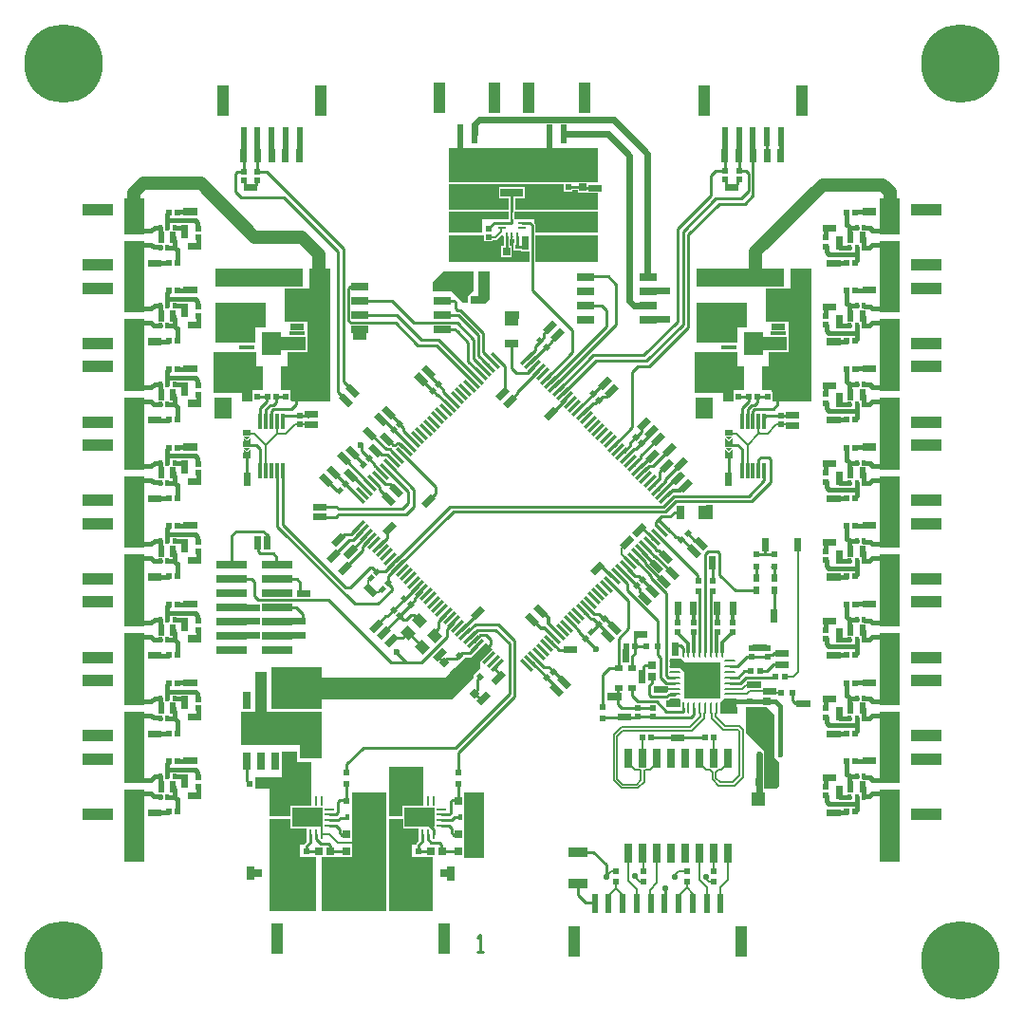
<source format=gbr>
%TF.GenerationSoftware,Altium Limited,Altium Designer,24.0.1 (36)*%
G04 Layer_Physical_Order=1*
G04 Layer_Color=16711680*
%FSLAX45Y45*%
%MOMM*%
%TF.SameCoordinates,E594D193-3514-40B7-BCFE-BF8AFB9400D8*%
%TF.FilePolarity,Positive*%
%TF.FileFunction,Copper,L1,Top,Signal*%
%TF.Part,Single*%
G01*
G75*
%TA.AperFunction,SMDPad,CuDef*%
%ADD10R,0.60000X1.00000*%
%ADD11R,0.35000X0.50000*%
%ADD12R,0.60000X1.70000*%
%ADD13R,1.00000X2.80000*%
%ADD14R,0.51535X0.47247*%
%ADD15C,0.60000*%
%ADD16R,2.79000X0.74000*%
%ADD17R,1.55000X0.65000*%
%ADD18R,1.05464X1.35620*%
%ADD19R,0.80000X0.60000*%
%ADD20R,0.60000X0.60000*%
%ADD21R,2.70000X1.70000*%
%ADD22R,0.25000X0.85000*%
%ADD23R,0.85000X0.25000*%
G04:AMPARAMS|DCode=24|XSize=0.55964mm|YSize=0.47247mm|CornerRadius=0mm|HoleSize=0mm|Usage=FLASHONLY|Rotation=45.000|XOffset=0mm|YOffset=0mm|HoleType=Round|Shape=Rectangle|*
%AMROTATEDRECTD24*
4,1,4,-0.03082,-0.36491,-0.36491,-0.03082,0.03082,0.36491,0.36491,0.03082,-0.03082,-0.36491,0.0*
%
%ADD24ROTATEDRECTD24*%

%ADD25R,0.57247X0.61535*%
%ADD26R,0.50000X0.70000*%
%ADD27R,0.76200X1.65100*%
%ADD28R,0.23928X1.00784*%
G04:AMPARAMS|DCode=29|XSize=1.00784mm|YSize=0.23928mm|CornerRadius=0.11964mm|HoleSize=0mm|Usage=FLASHONLY|Rotation=90.000|XOffset=0mm|YOffset=0mm|HoleType=Round|Shape=RoundedRectangle|*
%AMROUNDEDRECTD29*
21,1,1.00784,0.00000,0,0,90.0*
21,1,0.76855,0.23928,0,0,90.0*
1,1,0.23928,0.00000,0.38428*
1,1,0.23928,0.00000,-0.38428*
1,1,0.23928,0.00000,-0.38428*
1,1,0.23928,0.00000,0.38428*
%
%ADD29ROUNDEDRECTD29*%
G04:AMPARAMS|DCode=30|XSize=0.23928mm|YSize=1.00784mm|CornerRadius=0.11964mm|HoleSize=0mm|Usage=FLASHONLY|Rotation=90.000|XOffset=0mm|YOffset=0mm|HoleType=Round|Shape=RoundedRectangle|*
%AMROUNDEDRECTD30*
21,1,0.23928,0.76855,0,0,90.0*
21,1,0.00000,1.00784,0,0,90.0*
1,1,0.23928,0.38428,0.00000*
1,1,0.23928,0.38428,0.00000*
1,1,0.23928,-0.38428,0.00000*
1,1,0.23928,-0.38428,0.00000*
%
%ADD30ROUNDEDRECTD30*%
%ADD31R,3.20000X3.20000*%
%ADD32R,0.47247X0.55964*%
%ADD33R,1.00000X2.70000*%
%ADD34R,0.45000X0.45000*%
%ADD35R,1.50000X0.70000*%
G04:AMPARAMS|DCode=36|XSize=0.6mm|YSize=0.25mm|CornerRadius=0.05mm|HoleSize=0mm|Usage=FLASHONLY|Rotation=0.000|XOffset=0mm|YOffset=0mm|HoleType=Round|Shape=RoundedRectangle|*
%AMROUNDEDRECTD36*
21,1,0.60000,0.15000,0,0,0.0*
21,1,0.50000,0.25000,0,0,0.0*
1,1,0.10000,0.25000,-0.07500*
1,1,0.10000,-0.25000,-0.07500*
1,1,0.10000,-0.25000,0.07500*
1,1,0.10000,0.25000,0.07500*
%
%ADD36ROUNDEDRECTD36*%
G04:AMPARAMS|DCode=37|XSize=0.25mm|YSize=0.6mm|CornerRadius=0.05mm|HoleSize=0mm|Usage=FLASHONLY|Rotation=0.000|XOffset=0mm|YOffset=0mm|HoleType=Round|Shape=RoundedRectangle|*
%AMROUNDEDRECTD37*
21,1,0.25000,0.50000,0,0,0.0*
21,1,0.15000,0.60000,0,0,0.0*
1,1,0.10000,0.07500,-0.25000*
1,1,0.10000,-0.07500,-0.25000*
1,1,0.10000,-0.07500,0.25000*
1,1,0.10000,0.07500,0.25000*
%
%ADD37ROUNDEDRECTD37*%
G04:AMPARAMS|DCode=38|XSize=0.25mm|YSize=1.825mm|CornerRadius=0.05mm|HoleSize=0mm|Usage=FLASHONLY|Rotation=0.000|XOffset=0mm|YOffset=0mm|HoleType=Round|Shape=RoundedRectangle|*
%AMROUNDEDRECTD38*
21,1,0.25000,1.72500,0,0,0.0*
21,1,0.15000,1.82500,0,0,0.0*
1,1,0.10000,0.07500,-0.86250*
1,1,0.10000,-0.07500,-0.86250*
1,1,0.10000,-0.07500,0.86250*
1,1,0.10000,0.07500,0.86250*
%
%ADD38ROUNDEDRECTD38*%
%ADD39R,0.91213X0.95872*%
%ADD40R,2.00620X0.95620*%
%ADD41R,0.47247X0.51535*%
%ADD42R,0.65000X0.70000*%
%ADD43R,1.45620X1.25464*%
%ADD44R,2.00000X0.70000*%
%ADD45R,0.64000X0.68000*%
%ADD46R,0.47247X0.58106*%
G04:AMPARAMS|DCode=47|XSize=0.51535mm|YSize=0.47247mm|CornerRadius=0mm|HoleSize=0mm|Usage=FLASHONLY|Rotation=45.000|XOffset=0mm|YOffset=0mm|HoleType=Round|Shape=Rectangle|*
%AMROTATEDRECTD47*
4,1,4,-0.01516,-0.34925,-0.34925,-0.01516,0.01516,0.34925,0.34925,0.01516,-0.01516,-0.34925,0.0*
%
%ADD47ROTATEDRECTD47*%

G04:AMPARAMS|DCode=48|XSize=0.35mm|YSize=1.35mm|CornerRadius=0mm|HoleSize=0mm|Usage=FLASHONLY|Rotation=45.000|XOffset=0mm|YOffset=0mm|HoleType=Round|Shape=Rectangle|*
%AMROTATEDRECTD48*
4,1,4,0.35355,-0.60104,-0.60104,0.35355,-0.35355,0.60104,0.60104,-0.35355,0.35355,-0.60104,0.0*
%
%ADD48ROTATEDRECTD48*%

G04:AMPARAMS|DCode=49|XSize=0.35mm|YSize=1.35mm|CornerRadius=0mm|HoleSize=0mm|Usage=FLASHONLY|Rotation=135.000|XOffset=0mm|YOffset=0mm|HoleType=Round|Shape=Rectangle|*
%AMROTATEDRECTD49*
4,1,4,0.60104,0.35355,-0.35355,-0.60104,-0.60104,-0.35355,0.35355,0.60104,0.60104,0.35355,0.0*
%
%ADD49ROTATEDRECTD49*%

G04:AMPARAMS|DCode=50|XSize=0.65mm|YSize=0.7mm|CornerRadius=0mm|HoleSize=0mm|Usage=FLASHONLY|Rotation=135.000|XOffset=0mm|YOffset=0mm|HoleType=Round|Shape=Rectangle|*
%AMROTATEDRECTD50*
4,1,4,0.47730,0.01768,-0.01768,-0.47730,-0.47730,-0.01768,0.01768,0.47730,0.47730,0.01768,0.0*
%
%ADD50ROTATEDRECTD50*%

%ADD51R,1.30000X0.70000*%
G04:AMPARAMS|DCode=52|XSize=0.51535mm|YSize=0.47247mm|CornerRadius=0mm|HoleSize=0mm|Usage=FLASHONLY|Rotation=315.000|XOffset=0mm|YOffset=0mm|HoleType=Round|Shape=Rectangle|*
%AMROTATEDRECTD52*
4,1,4,-0.34925,0.01516,-0.01516,0.34925,0.34925,-0.01516,0.01516,-0.34925,-0.34925,0.01516,0.0*
%
%ADD52ROTATEDRECTD52*%

%ADD53R,0.55000X0.55000*%
%ADD54R,0.65000X0.65000*%
%ADD55R,0.55000X0.55000*%
%ADD56R,0.66817X0.67248*%
%ADD57R,0.40000X0.50000*%
%ADD58R,1.20000X1.20000*%
%ADD59R,1.70000X0.60000*%
%ADD60R,2.70000X1.00000*%
%ADD61R,1.40000X1.30000*%
%ADD62R,0.30000X1.40000*%
%ADD63R,1.42500X0.45000*%
%ADD64R,1.70000X2.00000*%
%TA.AperFunction,SMDPad,SMDef*%
%ADD65R,0.65000X0.55000*%
%TA.AperFunction,SMDPad,CuDef*%
%ADD66R,4.40000X1.50000*%
%ADD67R,1.20000X1.65000*%
%ADD68R,0.70000X1.30000*%
%ADD69R,1.70000X0.95000*%
%ADD70R,0.47247X0.46818*%
%ADD71R,0.55964X0.47247*%
%ADD72R,0.61535X0.57247*%
G04:AMPARAMS|DCode=73|XSize=1.05mm|YSize=0.95mm|CornerRadius=0mm|HoleSize=0mm|Usage=FLASHONLY|Rotation=315.000|XOffset=0mm|YOffset=0mm|HoleType=Round|Shape=Rectangle|*
%AMROTATEDRECTD73*
4,1,4,-0.70711,0.03535,-0.03535,0.70711,0.70711,-0.03535,0.03535,-0.70711,-0.70711,0.03535,0.0*
%
%ADD73ROTATEDRECTD73*%

%ADD74R,0.60000X0.60000*%
%ADD75R,0.70000X1.52500*%
%ADD76R,0.70000X0.65000*%
%ADD77R,3.20000X2.40000*%
%ADD78R,0.75000X0.50000*%
%ADD79R,1.30000X0.50000*%
%ADD80R,0.67248X0.66817*%
%ADD81R,1.35620X1.05464*%
%ADD82R,0.40000X0.50000*%
%ADD83R,0.46818X0.47247*%
%TA.AperFunction,Conductor*%
%ADD84C,0.25000*%
%ADD85C,0.18009*%
%ADD86C,0.25400*%
%ADD87C,0.38100*%
%ADD88C,0.37000*%
%ADD89C,0.20320*%
%ADD90C,0.60000*%
%ADD91C,0.50000*%
%ADD92C,0.40000*%
%ADD93C,0.36876*%
%ADD94C,1.20000*%
%TA.AperFunction,NonConductor*%
%ADD95C,0.25400*%
%TA.AperFunction,ComponentPad*%
%ADD96C,7.00000*%
%ADD97C,1.52400*%
%TA.AperFunction,ViaPad*%
%ADD98C,0.56000*%
G36*
X6929999Y7741214D02*
X6928466Y7738920D01*
X6926692Y7730000D01*
X6928466Y7721081D01*
X6929999Y7718786D01*
X6929999Y7622500D01*
X6869999D01*
Y7742500D01*
X6929999D01*
Y7741214D01*
D02*
G37*
G36*
X6804999Y7622500D02*
X6744999D01*
Y7742500D01*
X6804999D01*
X6804999Y7622500D01*
D02*
G37*
G36*
X6679999D02*
X6619999D01*
Y7742500D01*
X6679999D01*
X6679999Y7622500D01*
D02*
G37*
G36*
X6554999D02*
X6494999D01*
Y7742500D01*
X6554999D01*
X6554999Y7622500D01*
D02*
G37*
G36*
X6429999D02*
X6369999D01*
Y7742500D01*
X6429999D01*
X6429999Y7622500D01*
D02*
G37*
G36*
X2634999Y7617500D02*
X2574999D01*
Y7737500D01*
X2634999D01*
X2634999Y7617500D01*
D02*
G37*
G36*
X2509999D02*
X2449999D01*
Y7737500D01*
X2509999D01*
X2509999Y7617500D01*
D02*
G37*
G36*
X2384999D02*
X2324999D01*
Y7737500D01*
X2384999D01*
X2384999Y7617500D01*
D02*
G37*
G36*
X2259999D02*
X2199999D01*
Y7737500D01*
X2259999D01*
X2259999Y7617500D01*
D02*
G37*
G36*
X2134999D02*
X2074999D01*
Y7737500D01*
X2134999D01*
X2134999Y7617500D01*
D02*
G37*
G36*
X5270000Y7440000D02*
X5174700D01*
Y7442700D01*
X5085300D01*
Y7440000D01*
X5036323D01*
Y7445199D01*
X4963676D01*
Y7440000D01*
X3940000D01*
Y7750000D01*
X5270000D01*
Y7440000D01*
D02*
G37*
G36*
X6522383Y7367643D02*
X6402383D01*
Y7427643D01*
X6522383D01*
Y7367643D01*
D02*
G37*
G36*
X2227383Y7362643D02*
X2107383D01*
Y7422643D01*
X2227383D01*
Y7362643D01*
D02*
G37*
G36*
X5300117Y7359856D02*
X5180118D01*
X5180117Y7419856D01*
X5300117Y7419856D01*
Y7359856D01*
D02*
G37*
G36*
X4963676Y7361694D02*
X5036323D01*
Y7374030D01*
X5085300D01*
Y7349301D01*
X5172413D01*
X5180118Y7346109D01*
X5270000D01*
Y7193747D01*
X4525695D01*
Y7302300D01*
X4612700D01*
Y7397700D01*
X4387300D01*
Y7302300D01*
X4474308D01*
Y7193747D01*
X3940000D01*
Y7426254D01*
X4963676D01*
Y7361694D01*
D02*
G37*
G36*
X1690000Y7150000D02*
X1570000D01*
Y7210000D01*
X1690000D01*
Y7150000D01*
D02*
G37*
G36*
X7750000Y7149999D02*
X7630000D01*
Y7209999D01*
X7750000D01*
Y7149999D01*
D02*
G37*
G36*
X7390000Y6999999D02*
X7270000D01*
Y7059999D01*
X7390000D01*
Y6999999D01*
D02*
G37*
G36*
X5270000Y6990000D02*
X4705694D01*
Y7060000D01*
X4703738Y7069833D01*
X4700000Y7075427D01*
Y7110000D01*
X4525728D01*
X4525548Y7110907D01*
Y7178061D01*
X4525695Y7178800D01*
Y7180000D01*
X5270000D01*
Y6990000D01*
D02*
G37*
G36*
X4474308Y7178800D02*
X4474455Y7178061D01*
Y7110486D01*
X4474358Y7110000D01*
X4230000D01*
Y6990000D01*
X3940000D01*
Y7180000D01*
X4474308D01*
Y7178800D01*
D02*
G37*
G36*
X1220000Y6980001D02*
X1040000D01*
Y7300000D01*
X1220000D01*
Y6980001D01*
D02*
G37*
G36*
X7960000Y6979999D02*
X7780000D01*
Y7300000D01*
X7960000D01*
Y6979999D01*
D02*
G37*
G36*
X1610000Y6940000D02*
X1550000Y6940000D01*
Y7060000D01*
X1610000D01*
Y6940000D01*
D02*
G37*
G36*
X4424305Y6960000D02*
Y6872700D01*
X4404800D01*
Y6777300D01*
X4495200D01*
Y6872700D01*
X4475692D01*
Y6930659D01*
X4488392Y6937448D01*
X4490168Y6936261D01*
X4500001Y6934306D01*
X4509833Y6936261D01*
X4511606Y6937446D01*
X4524306Y6930658D01*
Y6900200D01*
X4514800D01*
Y6829800D01*
X4581009D01*
X4589856Y6826136D01*
X4649856D01*
X4654306Y6823162D01*
Y6730000D01*
X3940000D01*
Y6970000D01*
X4253676D01*
Y6913679D01*
X4326323D01*
Y6926693D01*
X4350000D01*
X4358920Y6928467D01*
X4366481Y6933519D01*
X4402962Y6970000D01*
X4416528D01*
X4424305Y6960000D01*
D02*
G37*
G36*
X1730000Y6840000D02*
X1610000D01*
Y6900000D01*
X1730000D01*
Y6840000D01*
D02*
G37*
G36*
X7450000Y6959999D02*
Y6839999D01*
X7390000D01*
Y6959999D01*
X7450000Y6959999D01*
D02*
G37*
G36*
X4649856Y6839882D02*
X4589856D01*
Y6959882D01*
X4649856Y6959882D01*
X4649856Y6839882D01*
D02*
G37*
G36*
X5270000Y6730000D02*
X4705694D01*
Y6970000D01*
X5270000D01*
Y6730000D01*
D02*
G37*
G36*
X1370000Y6690000D02*
X1250000D01*
Y6750000D01*
X1370000D01*
Y6690000D01*
D02*
G37*
G36*
X7430000Y6689999D02*
X7310000D01*
Y6749999D01*
X7430000D01*
Y6689999D01*
D02*
G37*
G36*
X6927672Y6510000D02*
X6147672D01*
Y6670000D01*
X6927672D01*
Y6510000D01*
D02*
G37*
G36*
X2632672D02*
X1852672D01*
Y6670000D01*
X2632672D01*
Y6510000D01*
D02*
G37*
G36*
X7750000Y6449999D02*
X7630000D01*
Y6509999D01*
X7750000D01*
Y6449999D01*
D02*
G37*
G36*
X1690000D02*
X1570000D01*
Y6509999D01*
X1690000D01*
Y6449999D01*
D02*
G37*
G36*
X5911712Y6443327D02*
X5780000Y6443327D01*
Y6503327D01*
X5911712Y6503328D01*
X5911712Y6443327D01*
D02*
G37*
G36*
X4160000Y6480000D02*
X4110000Y6430000D01*
Y6370000D01*
X4060000D01*
X3960000Y6470000D01*
X3790000D01*
Y6550000D01*
X3890000Y6650000D01*
X4160000D01*
Y6480000D01*
D02*
G37*
G36*
X4300000Y6400000D02*
X4260000Y6360000D01*
X4130000D01*
Y6430000D01*
X4200000D01*
Y6650000D01*
X4300000D01*
Y6400000D01*
D02*
G37*
G36*
X7390000Y6299999D02*
X7270000D01*
Y6359999D01*
X7390000D01*
Y6299999D01*
D02*
G37*
G36*
X1220000Y6280000D02*
X1040000D01*
Y6920000D01*
X1220000D01*
Y6280000D01*
D02*
G37*
G36*
X7960000Y6279998D02*
X7780000D01*
Y6919998D01*
X7960000D01*
Y6279998D01*
D02*
G37*
G36*
X1610000Y6239999D02*
X1550000Y6239999D01*
Y6359999D01*
X1610000D01*
Y6239999D01*
D02*
G37*
G36*
X4560720Y6227261D02*
X4440720Y6227261D01*
Y6287261D01*
X4560720Y6287261D01*
X4560720Y6227261D01*
D02*
G37*
G36*
X5911712Y6188327D02*
X5787500Y6188327D01*
Y6248327D01*
X5911712Y6248328D01*
X5911712Y6188327D01*
D02*
G37*
G36*
X7450000Y6259999D02*
Y6139999D01*
X7390000D01*
Y6259999D01*
X7450000Y6259999D01*
D02*
G37*
G36*
X1730000Y6139999D02*
X1610000D01*
Y6199999D01*
X1730000D01*
Y6139999D01*
D02*
G37*
G36*
X6937383Y6117643D02*
X6817383D01*
Y6177643D01*
X6937383D01*
Y6117643D01*
D02*
G37*
G36*
X2642383D02*
X2522383D01*
Y6177643D01*
X2642383D01*
Y6117643D01*
D02*
G37*
G36*
X4900052Y6169653D02*
X4815200Y6084800D01*
X4772773Y6127227D01*
X4857626Y6212080D01*
X4900052Y6169653D01*
D02*
G37*
G36*
X3201712Y6033327D02*
X3081712Y6033327D01*
X3081712Y6100000D01*
X3201712Y6100000D01*
X3201712Y6033327D01*
D02*
G37*
G36*
X4966640Y6103269D02*
X4881787Y6018416D01*
X4839361Y6060842D01*
X4924213Y6145695D01*
X4966640Y6103269D01*
D02*
G37*
G36*
X6597673Y6150000D02*
X6507673D01*
Y6010000D01*
X6147672Y6010000D01*
Y6370000D01*
X6597673D01*
Y6150000D01*
D02*
G37*
G36*
X2302673D02*
X2212672D01*
Y6010000D01*
X1852672Y6010000D01*
Y6370000D01*
X2302673D01*
Y6150000D01*
D02*
G37*
G36*
X7430000Y5989999D02*
X7310000D01*
Y6049999D01*
X7430000D01*
Y5989999D01*
D02*
G37*
G36*
X1370000D02*
X1250000D01*
Y6049999D01*
X1370000D01*
Y5989999D01*
D02*
G37*
G36*
X6950000Y5943747D02*
X6790000D01*
X6780954Y5940000D01*
X6730000D01*
Y6060000D01*
X6950000D01*
Y5943747D01*
D02*
G37*
G36*
X2655000D02*
X2495000D01*
X2485954Y5940000D01*
X2435000D01*
Y6060000D01*
X2655000D01*
Y5943747D01*
D02*
G37*
G36*
X6710000Y6030000D02*
X6710000D01*
X6710000Y5970000D01*
X6710000D01*
X6710000Y5910000D01*
X6590000D01*
X6590001Y5970000D01*
X6590000D01*
X6590001Y6030000D01*
X6590000D01*
X6590001Y6090000D01*
X6710000D01*
X6710000Y6030000D01*
D02*
G37*
G36*
X2415000D02*
X2415000D01*
X2415000Y5970000D01*
X2415000D01*
X2415000Y5910000D01*
X2295000D01*
X2295000Y5970000D01*
X2295000D01*
X2295000Y6030000D01*
X2295000D01*
X2295000Y6090000D01*
X2415000D01*
X2415000Y6030000D01*
D02*
G37*
G36*
X7750000Y5749999D02*
X7630000D01*
Y5809999D01*
X7750000D01*
Y5749999D01*
D02*
G37*
G36*
X1690000D02*
X1570000D01*
Y5809999D01*
X1690000D01*
Y5749999D01*
D02*
G37*
G36*
X3821584Y5731787D02*
X3779158Y5689361D01*
X3694305Y5774213D01*
X3736731Y5816640D01*
X3821584Y5731787D01*
D02*
G37*
G36*
X3755200Y5665200D02*
X3712773Y5622773D01*
X3627920Y5707626D01*
X3670347Y5750053D01*
X3755200Y5665200D01*
D02*
G37*
G36*
X7390000Y5599999D02*
X7270000D01*
Y5660000D01*
X7390000D01*
Y5599999D01*
D02*
G37*
G36*
X5390052Y5669653D02*
X5305200Y5584800D01*
X5262773Y5627227D01*
X5347626Y5712080D01*
X5390052Y5669653D01*
D02*
G37*
G36*
X1220000Y5580000D02*
X1040000D01*
Y6220000D01*
X1220000D01*
Y5580000D01*
D02*
G37*
G36*
X7960000Y5579998D02*
X7780000D01*
Y6219998D01*
X7960000D01*
Y5579998D01*
D02*
G37*
G36*
X1610000Y5539999D02*
X1550000Y5539999D01*
Y5659999D01*
X1610000D01*
Y5539999D01*
D02*
G37*
G36*
X3142399Y5562394D02*
X3099972Y5519967D01*
X3015119Y5604820D01*
X3057546Y5647247D01*
X3142399Y5562394D01*
D02*
G37*
G36*
X5456640Y5603269D02*
X5371787Y5518416D01*
X5329361Y5560843D01*
X5414213Y5645696D01*
X5456640Y5603269D01*
D02*
G37*
G36*
X4480053Y5579653D02*
X4395200Y5494800D01*
X4352773Y5537227D01*
X4437626Y5622080D01*
X4480053Y5579653D01*
D02*
G37*
G36*
X7170000Y6490000D02*
Y5490000D01*
X6831949D01*
X6820201Y5492300D01*
Y5572700D01*
X6820000D01*
Y5590000D01*
X6730000D01*
Y5800000D01*
X6790000D01*
Y5930000D01*
X6967672D01*
Y6200000D01*
X6767673D01*
Y6490000D01*
X6987673D01*
Y6670000D01*
X7170000D01*
Y6490000D01*
D02*
G37*
G36*
X6510000Y5800000D02*
X6570000D01*
Y5590000D01*
X6480000D01*
Y5572703D01*
X6479800D01*
Y5492303D01*
X6468054Y5490000D01*
X6387673D01*
Y5560000D01*
X6130000D01*
Y5930000D01*
X6510000D01*
Y5800000D01*
D02*
G37*
G36*
X2875000Y6490000D02*
Y5490000D01*
X2536949D01*
X2525201Y5492300D01*
Y5572700D01*
X2525000D01*
Y5590000D01*
X2435000D01*
Y5800000D01*
X2495000D01*
Y5930000D01*
X2672672D01*
Y6200000D01*
X2472672D01*
Y6490000D01*
X2692673D01*
Y6670000D01*
X2875000D01*
Y6490000D01*
D02*
G37*
G36*
X2215000Y5800000D02*
X2275000D01*
Y5590000D01*
X2185000D01*
Y5572703D01*
X2184806D01*
Y5492303D01*
X2173059Y5490000D01*
X2092672D01*
Y5560000D01*
X1835000D01*
Y5930000D01*
X2215000D01*
Y5800000D01*
D02*
G37*
G36*
X7450000Y5559999D02*
Y5440000D01*
X7390000D01*
Y5560000D01*
X7450000Y5559999D01*
D02*
G37*
G36*
X1730000Y5439999D02*
X1610000D01*
Y5499999D01*
X1730000D01*
Y5439999D01*
D02*
G37*
G36*
X3086015Y5480806D02*
X3043588Y5438380D01*
X2958735Y5523233D01*
X3001162Y5565659D01*
X3086015Y5480806D01*
D02*
G37*
G36*
X4546640Y5513269D02*
X4461787Y5428416D01*
X4419361Y5470842D01*
X4504213Y5555696D01*
X4546640Y5513269D01*
D02*
G37*
G36*
X2769882Y5340144D02*
X2649882Y5340144D01*
Y5400144D01*
X2769882D01*
Y5340144D01*
D02*
G37*
G36*
X7064882Y5330144D02*
X6944882Y5330144D01*
Y5390144D01*
X7064882D01*
Y5330144D01*
D02*
G37*
G36*
X6292673Y5330000D02*
X6142673D01*
Y5520000D01*
X6292673D01*
Y5330000D01*
D02*
G37*
G36*
X1997673D02*
X1847673D01*
Y5520000D01*
X1997673D01*
Y5330000D01*
D02*
G37*
G36*
X3461584Y5371787D02*
X3419158Y5329361D01*
X3334304Y5414213D01*
X3376731Y5456640D01*
X3461584Y5371787D01*
D02*
G37*
G36*
X4915053Y5402153D02*
X4830200Y5317300D01*
X4787774Y5359727D01*
X4872626Y5444580D01*
X4915053Y5402153D01*
D02*
G37*
G36*
X7430000Y5289999D02*
X7310000D01*
Y5349999D01*
X7430000D01*
Y5289999D01*
D02*
G37*
G36*
X1370000D02*
X1250000D01*
Y5349999D01*
X1370000D01*
Y5289999D01*
D02*
G37*
G36*
X3395200Y5305200D02*
X3352773Y5262773D01*
X3267920Y5347626D01*
X3310347Y5390052D01*
X3395200Y5305200D01*
D02*
G37*
G36*
X2769882Y5252644D02*
X2649882Y5252644D01*
Y5312644D01*
X2769882D01*
Y5252644D01*
D02*
G37*
G36*
X7064882Y5242644D02*
X6944882Y5242644D01*
Y5302644D01*
X7064882D01*
Y5242644D01*
D02*
G37*
G36*
X5740053Y5309653D02*
X5655200Y5224800D01*
X5612773Y5267227D01*
X5697626Y5352080D01*
X5740053Y5309653D01*
D02*
G37*
G36*
X5806640Y5243269D02*
X5721787Y5158416D01*
X5679361Y5200843D01*
X5764213Y5285696D01*
X5806640Y5243269D01*
D02*
G37*
G36*
X6432127Y5144002D02*
X6399870Y5176768D01*
X6464894D01*
X6432127Y5144002D01*
D02*
G37*
G36*
X2137128Y5144000D02*
X2104870Y5176766D01*
X2169894Y5176766D01*
X2137128Y5144000D01*
D02*
G37*
G36*
X3292426Y5185000D02*
X3250000Y5142574D01*
X3165147Y5227426D01*
X3207574Y5269853D01*
X3292426Y5185000D01*
D02*
G37*
G36*
X6432382Y5130794D02*
X6464883Y5163296D01*
Y5127492D01*
X6399870D01*
Y5163306D01*
X6432382Y5130794D01*
D02*
G37*
G36*
X2137382Y5130792D02*
X2169883Y5163293D01*
X2169883Y5127490D01*
X2104870Y5127490D01*
Y5163304D01*
X2137382Y5130792D01*
D02*
G37*
G36*
X3442261Y5132390D02*
X3399834Y5089963D01*
X3314982Y5174816D01*
X3357408Y5217242D01*
X3442261Y5132390D01*
D02*
G37*
G36*
X5867243Y5172592D02*
X5782390Y5087739D01*
X5739964Y5130166D01*
X5824816Y5215018D01*
X5867243Y5172592D01*
D02*
G37*
G36*
X7750000Y5049999D02*
X7630000D01*
Y5109999D01*
X7750000D01*
Y5049999D01*
D02*
G37*
G36*
X1690000D02*
X1570000D01*
Y5109999D01*
X1690000D01*
Y5049999D01*
D02*
G37*
G36*
X2169894Y5075173D02*
X2137128Y5042407D01*
X2104870Y5075173D01*
X2169894Y5075173D01*
D02*
G37*
G36*
X6464894Y5075169D02*
X6432128Y5042403D01*
X6399871Y5075169D01*
X6464894Y5075169D01*
D02*
G37*
G36*
X2137382Y5029199D02*
X2169884Y5061701D01*
X2169884Y5025897D01*
X2104870D01*
Y5061711D01*
X2137382Y5029199D01*
D02*
G37*
G36*
X6432383Y5029195D02*
X6464885Y5061698D01*
X6464884Y5025893D01*
X6399871Y5025893D01*
X6399870Y5061707D01*
X6432383Y5029195D01*
D02*
G37*
G36*
X5970710Y5078284D02*
X5885858Y4993432D01*
X5843431Y5035858D01*
X5928284Y5120711D01*
X5970710Y5078284D01*
D02*
G37*
G36*
X3344853Y5032574D02*
X3302426Y4990147D01*
X3217574Y5075000D01*
X3260000Y5117426D01*
X3344853Y5032574D01*
D02*
G37*
G36*
X3141569Y5010000D02*
X3099142Y4967574D01*
X3014289Y5052427D01*
X3056716Y5094853D01*
X3141569Y5010000D01*
D02*
G37*
G36*
X5814853Y5022426D02*
X5730000Y4937574D01*
X5687574Y4980000D01*
X5772426Y5064853D01*
X5814853Y5022426D01*
D02*
G37*
G36*
X3066569Y4960000D02*
X3024142Y4917574D01*
X2939290Y5002427D01*
X2981716Y5044853D01*
X3066569Y4960000D01*
D02*
G37*
G36*
X7390000Y4900000D02*
X7270000D01*
Y4960000D01*
X7390000D01*
Y4900000D01*
D02*
G37*
G36*
X1220000Y4880000D02*
X1040000D01*
Y5520000D01*
X1220000D01*
Y4880000D01*
D02*
G37*
G36*
X7960000Y4879999D02*
X7780000D01*
Y5519999D01*
X7960000D01*
Y4879999D01*
D02*
G37*
G36*
X6071924Y4949498D02*
X5987071Y4864645D01*
X5944644Y4907071D01*
X6029497Y4991924D01*
X6071924Y4949498D01*
D02*
G37*
G36*
X5941924Y4939498D02*
X5857071Y4854645D01*
X5814645Y4897071D01*
X5899497Y4981924D01*
X5941924Y4939498D01*
D02*
G37*
G36*
X1610000Y4839999D02*
X1550000Y4839999D01*
Y4959999D01*
X1610000D01*
Y4839999D01*
D02*
G37*
G36*
X2971584Y4831787D02*
X2929157Y4789361D01*
X2844304Y4874213D01*
X2886731Y4916640D01*
X2971584Y4831787D01*
D02*
G37*
G36*
X3124853Y4812573D02*
X3082426Y4770146D01*
X2997574Y4854999D01*
X3040000Y4897425D01*
X3124853Y4812573D01*
D02*
G37*
G36*
X7450000Y4859999D02*
Y4740000D01*
X7390000D01*
Y4860000D01*
X7450000Y4859999D01*
D02*
G37*
G36*
X1730000Y4739999D02*
X1610000D01*
Y4799999D01*
X1730000D01*
Y4739999D01*
D02*
G37*
G36*
X6044853Y4822353D02*
X5960000Y4737501D01*
X5917573Y4779927D01*
X5989586Y4851940D01*
X5996791Y4854925D01*
X6004536Y4862669D01*
X6044853Y4822353D01*
D02*
G37*
G36*
X6462383Y4732644D02*
X6402383D01*
X6402383Y4852644D01*
X6462383D01*
Y4732644D01*
D02*
G37*
G36*
X2167383D02*
X2107383D01*
X2107383Y4852644D01*
X2167383D01*
Y4732644D01*
D02*
G37*
G36*
X2905200Y4765200D02*
X2862773Y4722773D01*
X2777920Y4807626D01*
X2820347Y4850053D01*
X2905200Y4765200D01*
D02*
G37*
G36*
X6114780Y4757279D02*
X6029927Y4672427D01*
X5987500Y4714853D01*
X6072353Y4799706D01*
X6114780Y4757279D01*
D02*
G37*
G36*
X3531265Y4671767D02*
X3488838Y4629341D01*
X3403985Y4714194D01*
X3446412Y4756620D01*
X3531265Y4671767D01*
D02*
G37*
G36*
X7430000Y4589999D02*
X7310000D01*
Y4650000D01*
X7430000D01*
Y4589999D01*
D02*
G37*
G36*
X1370000D02*
X1250000D01*
Y4650000D01*
X1370000D01*
Y4589999D01*
D02*
G37*
G36*
X3462426Y4597574D02*
X3420546Y4555694D01*
X3419453D01*
X3335147Y4640000D01*
X3377573Y4682426D01*
X3462426Y4597574D01*
D02*
G37*
G36*
X3820053Y4619653D02*
X3735200Y4534800D01*
X3692773Y4577227D01*
X3777626Y4662080D01*
X3820053Y4619653D01*
D02*
G37*
G36*
X2848288Y4575815D02*
Y4515815D01*
X2728288Y4515815D01*
X2728287Y4575815D01*
X2848288Y4575815D01*
D02*
G37*
G36*
X6287739Y4440720D02*
X6227739D01*
X6227739Y4560720D01*
X6287740Y4560720D01*
X6287739Y4440720D01*
D02*
G37*
G36*
X2848431Y4425932D02*
X2728431Y4425932D01*
Y4485932D01*
X2848431Y4485932D01*
X2848431Y4425932D01*
D02*
G37*
G36*
X7750000Y4349999D02*
X7630000D01*
Y4410000D01*
X7750000D01*
Y4349999D01*
D02*
G37*
G36*
X1690000D02*
X1570000D01*
Y4410000D01*
X1690000D01*
Y4349999D01*
D02*
G37*
G36*
X3472498Y4374776D02*
X3387645Y4289924D01*
X3345218Y4332350D01*
X3430071Y4417203D01*
X3472498Y4374776D01*
D02*
G37*
G36*
X5702500Y4360147D02*
X5617647Y4275294D01*
X5575220Y4317721D01*
X5660074Y4402574D01*
X5702500Y4360147D01*
D02*
G37*
G36*
X7390000Y4200000D02*
X7270000D01*
Y4260000D01*
X7390000D01*
Y4200000D01*
D02*
G37*
G36*
X3018285Y4275857D02*
X2933432Y4191005D01*
X2891006Y4233431D01*
X2975859Y4318284D01*
X3018285Y4275857D01*
D02*
G37*
G36*
X1220000Y4180000D02*
X1040000D01*
Y4820000D01*
X1220000D01*
Y4180000D01*
D02*
G37*
G36*
X7960000Y4179999D02*
X7780000D01*
Y4819999D01*
X7960000D01*
Y4179999D01*
D02*
G37*
G36*
X2348210Y4288431D02*
X2348210Y4168432D01*
X2288210D01*
X2288210Y4288432D01*
X2348210Y4288431D01*
D02*
G37*
G36*
X2258328Y4168288D02*
X2198327Y4168288D01*
X2198327Y4288288D01*
X2258327D01*
X2258328Y4168288D01*
D02*
G37*
G36*
X5592446Y4252758D02*
X5507593Y4167905D01*
X5465166Y4210332D01*
X5550019Y4295185D01*
X5592446Y4252758D01*
D02*
G37*
G36*
X6251584Y4201787D02*
X6209158Y4159361D01*
X6124304Y4244213D01*
X6166731Y4286640D01*
X6251584Y4201787D01*
D02*
G37*
G36*
X6789948Y4150157D02*
X6729947Y4150156D01*
X6729948Y4270156D01*
X6789948Y4270157D01*
Y4150157D01*
D02*
G37*
G36*
X7079948Y4150156D02*
X7019948Y4150156D01*
X7019948Y4270156D01*
X7079948Y4270156D01*
Y4150156D01*
D02*
G37*
G36*
X1610000Y4139999D02*
X1550000Y4140000D01*
Y4259999D01*
X1610000D01*
Y4139999D01*
D02*
G37*
G36*
X6185200Y4135200D02*
X6142773Y4092773D01*
X6057920Y4177626D01*
X6100347Y4220053D01*
X6185200Y4135200D01*
D02*
G37*
G36*
X3123285Y4170000D02*
X3038433Y4085147D01*
X2996006Y4127573D01*
X3080859Y4212426D01*
X3123285Y4170000D01*
D02*
G37*
G36*
X2968285Y4130000D02*
X2883432Y4045147D01*
X2841005Y4087573D01*
X2925858Y4172426D01*
X2968285Y4130000D01*
D02*
G37*
G36*
X5934142Y4084143D02*
X5891716Y4041716D01*
X5806863Y4126569D01*
X5849289Y4168995D01*
X5934142Y4084143D01*
D02*
G37*
G36*
X7450000Y4160000D02*
Y4040000D01*
X7390000D01*
Y4160000D01*
X7450000Y4160000D01*
D02*
G37*
G36*
X1730000Y4039999D02*
X1610000D01*
Y4099999D01*
X1730000D01*
Y4039999D01*
D02*
G37*
G36*
X6319948Y3990156D02*
X6259948Y3990156D01*
X6259948Y4110156D01*
X6319948Y4110156D01*
Y3990156D01*
D02*
G37*
G36*
X5850711Y3997574D02*
X5809737Y3956600D01*
X5724884Y4041452D01*
X5765858Y4082426D01*
X5850711Y3997574D01*
D02*
G37*
G36*
X5322500Y4020148D02*
X5237647Y3935295D01*
X5195220Y3977721D01*
X5280073Y4062574D01*
X5322500Y4020148D01*
D02*
G37*
G36*
X3076569Y4020000D02*
X2991716Y3935147D01*
X2949290Y3977573D01*
X3034143Y4062426D01*
X3076569Y4020000D01*
D02*
G37*
G36*
X5994142Y3934143D02*
X5951716Y3891716D01*
X5866863Y3976569D01*
X5909289Y4018995D01*
X5994142Y3934143D01*
D02*
G37*
G36*
X7430000Y3890000D02*
X7310000D01*
Y3950000D01*
X7430000D01*
Y3890000D01*
D02*
G37*
G36*
X1370000D02*
X1250000D01*
Y3950000D01*
X1370000D01*
Y3890000D01*
D02*
G37*
G36*
X5915355Y3857071D02*
X5872929Y3814644D01*
X5788076Y3899497D01*
X5830502Y3941924D01*
X5915355Y3857071D01*
D02*
G37*
G36*
X2701712Y3743327D02*
X2581712Y3743327D01*
Y3803327D01*
X2701712Y3803328D01*
X2701712Y3743327D01*
D02*
G37*
G36*
X3299461Y3785522D02*
X3257034Y3743095D01*
X3172181Y3827948D01*
X3214608Y3870374D01*
X3299461Y3785522D01*
D02*
G37*
G36*
X5818360Y3778858D02*
X5775934Y3736432D01*
X5691081Y3821284D01*
X5733508Y3863711D01*
X5818360Y3778858D01*
D02*
G37*
G36*
X5751976Y3712271D02*
X5709550Y3669844D01*
X5624697Y3754697D01*
X5667124Y3797124D01*
X5751976Y3712271D01*
D02*
G37*
G36*
X7750000Y3650000D02*
X7630000D01*
Y3710000D01*
X7750000D01*
Y3650000D01*
D02*
G37*
G36*
X1690000D02*
X1570000D01*
Y3710000D01*
X1690000D01*
Y3650000D01*
D02*
G37*
G36*
X2250000Y3618327D02*
X2134212Y3618327D01*
Y3678327D01*
X2250000Y3678327D01*
X2250000Y3618327D01*
D02*
G37*
G36*
X6360052Y3579844D02*
X6300695Y3579843D01*
Y3699844D01*
X6360052Y3699844D01*
Y3579844D01*
D02*
G37*
G36*
X6500052D02*
X6440052Y3579843D01*
Y3699844D01*
X6500052Y3699844D01*
Y3579844D01*
D02*
G37*
G36*
X6149308D02*
X6090052Y3579843D01*
Y3699844D01*
X6149308Y3699844D01*
Y3579844D01*
D02*
G37*
G36*
X6010052D02*
X5950052Y3579843D01*
Y3699844D01*
X6010052Y3699844D01*
Y3579844D01*
D02*
G37*
G36*
X4817574Y3599927D02*
X4775148Y3557500D01*
X4690295Y3642353D01*
X4732721Y3684780D01*
X4817574Y3599927D01*
D02*
G37*
G36*
X4263066Y3624010D02*
X4178213Y3539157D01*
X4135786Y3581584D01*
X4220639Y3666437D01*
X4263066Y3624010D01*
D02*
G37*
G36*
X6869948Y3510157D02*
X6809948Y3510156D01*
X6809948Y3630156D01*
X6869948Y3630157D01*
Y3510157D01*
D02*
G37*
G36*
X7390000Y3500000D02*
X7270000D01*
Y3560000D01*
X7390000D01*
Y3500000D01*
D02*
G37*
G36*
X2661712Y3493327D02*
X2541712Y3493327D01*
Y3553327D01*
X2661712Y3553328D01*
X2661712Y3493327D01*
D02*
G37*
G36*
X2250000D02*
X2134212Y3493327D01*
Y3553327D01*
X2250000Y3553327D01*
X2250000Y3493327D01*
D02*
G37*
G36*
X4742574Y3524927D02*
X4700148Y3482500D01*
X4615295Y3567353D01*
X4657721Y3609780D01*
X4742574Y3524927D01*
D02*
G37*
G36*
X1220000Y3480000D02*
X1040000D01*
Y4120000D01*
X1220000D01*
Y3480000D01*
D02*
G37*
G36*
X7960000Y3479999D02*
X7780000D01*
Y4119999D01*
X7960000D01*
Y3479999D01*
D02*
G37*
G36*
X1610000Y3439999D02*
X1550000Y3440000D01*
Y3559999D01*
X1610000D01*
Y3439999D01*
D02*
G37*
G36*
X3350639Y3509158D02*
X3265787Y3424305D01*
X3223360Y3466731D01*
X3308213Y3551584D01*
X3350639Y3509158D01*
D02*
G37*
G36*
X5482080Y3442374D02*
X5439653Y3399947D01*
X5354800Y3484800D01*
X5397227Y3527227D01*
X5482080Y3442374D01*
D02*
G37*
G36*
X5709844Y3379948D02*
X5589844Y3379948D01*
X5589844Y3439948D01*
X5709844D01*
X5709844Y3379948D01*
D02*
G37*
G36*
X2661712Y3368327D02*
X2541712Y3368327D01*
Y3428327D01*
X2661712Y3428328D01*
X2661712Y3368327D01*
D02*
G37*
G36*
X2250000Y3365827D02*
X2134212Y3365827D01*
Y3425827D01*
X2250000Y3425827D01*
X2250000Y3365827D01*
D02*
G37*
G36*
X3417227Y3442773D02*
X3332374Y3357920D01*
X3289947Y3400347D01*
X3374800Y3485200D01*
X3417227Y3442773D01*
D02*
G37*
G36*
X7450000Y3460000D02*
Y3340000D01*
X7390000D01*
Y3460000D01*
X7450000Y3460000D01*
D02*
G37*
G36*
X1730000Y3339999D02*
X1610000D01*
Y3400000D01*
X1730000D01*
Y3339999D01*
D02*
G37*
G36*
X5415696Y3375787D02*
X5373269Y3333360D01*
X5288416Y3418213D01*
X5330843Y3460639D01*
X5415696Y3375787D01*
D02*
G37*
G36*
X3488082Y3376087D02*
X3403229Y3291234D01*
X3360803Y3333660D01*
X3445655Y3418514D01*
X3488082Y3376087D01*
D02*
G37*
G36*
X6770156Y3320052D02*
X6770156Y3260052D01*
X6650156Y3260052D01*
X6650156Y3320053D01*
X6770156Y3320052D01*
D02*
G37*
G36*
X5079856Y3242384D02*
X4959856Y3242383D01*
Y3302384D01*
X5079856D01*
X5079856Y3242384D01*
D02*
G37*
G36*
X5990052Y3219844D02*
X5930052Y3219843D01*
Y3339843D01*
X5990053Y3339844D01*
X5990052Y3219844D01*
D02*
G37*
G36*
X6970156Y3270052D02*
X6970156Y3210053D01*
X6850156Y3210052D01*
X6850156Y3270053D01*
X6970156Y3270052D01*
D02*
G37*
G36*
X7430000Y3190000D02*
X7310000D01*
Y3250000D01*
X7430000D01*
Y3190000D01*
D02*
G37*
G36*
X1370000D02*
X1250000D01*
Y3250000D01*
X1370000D01*
Y3190000D01*
D02*
G37*
G36*
X3922498Y3254776D02*
X3837645Y3169924D01*
X3795218Y3212350D01*
X3880071Y3297203D01*
X3922498Y3254776D01*
D02*
G37*
G36*
X5546673Y3220447D02*
X5546262Y3219833D01*
X5544306Y3210000D01*
Y3159212D01*
X5486673D01*
X5486672Y3279212D01*
X5546673Y3279212D01*
Y3220447D01*
D02*
G37*
G36*
X6970156Y3170052D02*
X6970156Y3110052D01*
X6850156Y3110052D01*
X6850156Y3170053D01*
X6970156Y3170052D01*
D02*
G37*
G36*
X6011661Y3188340D02*
X6050000Y3150000D01*
Y3060000D01*
X6000000Y3110000D01*
X5910000Y3110000D01*
Y3190000D01*
X6009176D01*
X6011661Y3188340D01*
D02*
G37*
G36*
X4330000Y3280000D02*
X4220000Y3170000D01*
Y3166694D01*
X4218643Y3165337D01*
X4220000Y3163979D01*
Y3110000D01*
X4160000Y3050000D01*
Y3020000D01*
X3970000Y2830000D01*
X2800000D01*
Y2740000D01*
X2350000D01*
Y3120000D01*
X2800000D01*
Y3020000D01*
X3900000D01*
X4080000Y3200000D01*
X4130000D01*
X4270000Y3340000D01*
X4330000Y3280000D01*
D02*
G37*
G36*
X5693328Y2968288D02*
X5633327Y2968288D01*
X5633327Y3088288D01*
X5693327D01*
X5693328Y2968288D01*
D02*
G37*
G36*
X4443066Y3044010D02*
X4358213Y2959157D01*
X4315786Y3001584D01*
X4400639Y3086437D01*
X4443066Y3044010D01*
D02*
G37*
G36*
X7750000Y2950000D02*
X7630000D01*
Y3010000D01*
X7750000D01*
Y2950000D01*
D02*
G37*
G36*
X1690000D02*
X1570000D01*
Y3010000D01*
X1690000D01*
Y2950000D01*
D02*
G37*
G36*
X6719883Y2930143D02*
X6599883D01*
Y2990143D01*
X6719883D01*
Y2930143D01*
D02*
G37*
G36*
X5032080Y2962374D02*
X4989653Y2919947D01*
X4904800Y3004800D01*
X4947227Y3047227D01*
X5032080Y2962374D01*
D02*
G37*
G36*
X6289999Y2907499D02*
X6109856D01*
Y3089883D01*
X6289999D01*
Y2907499D01*
D02*
G37*
G36*
X5874999Y2949308D02*
X5889843D01*
X5889844Y2894952D01*
X5886143Y2892479D01*
X5883611Y2889947D01*
X5769844Y2889948D01*
X5769843Y2949948D01*
X5871781D01*
X5874999Y2949308D01*
D02*
G37*
G36*
X6859883Y2870143D02*
X6739883D01*
Y2930143D01*
X6859883D01*
Y2870143D01*
D02*
G37*
G36*
X4965696Y2895787D02*
X4923269Y2853360D01*
X4838416Y2938213D01*
X4880843Y2980639D01*
X4965696Y2895787D01*
D02*
G37*
G36*
X5474212Y2823327D02*
X5354212Y2823327D01*
Y2883327D01*
X5474212Y2883327D01*
X5474212Y2823327D01*
D02*
G37*
G36*
X7390000Y2800000D02*
X7270000D01*
Y2860000D01*
X7390000D01*
Y2800000D01*
D02*
G37*
G36*
X1220000Y2780001D02*
X1040000D01*
Y3420001D01*
X1220000D01*
Y2780001D01*
D02*
G37*
G36*
X7960000Y2779999D02*
X7780000D01*
Y3419999D01*
X7960000D01*
Y2779999D01*
D02*
G37*
G36*
X4312498Y2864776D02*
X4227645Y2779924D01*
X4185218Y2822350D01*
X4270071Y2907203D01*
X4312498Y2864776D01*
D02*
G37*
G36*
X7160156Y2820052D02*
X7160157Y2760052D01*
X7040157Y2760052D01*
X7040156Y2820053D01*
X7160156Y2820052D01*
D02*
G37*
G36*
X5999844Y2759947D02*
X5879844Y2759948D01*
X5879843Y2819948D01*
X5999843D01*
X5999844Y2759947D01*
D02*
G37*
G36*
X1610000Y2740000D02*
X1550000Y2740000D01*
Y2860000D01*
X1610000D01*
Y2740000D01*
D02*
G37*
G36*
X6500000Y2760052D02*
X6510156D01*
X6510157Y2700052D01*
X6500000D01*
Y2700000D01*
X6360000D01*
Y2800000D01*
X6400000Y2840000D01*
X6500000D01*
Y2760052D01*
D02*
G37*
G36*
X5560156Y2700052D02*
X5560157Y2640052D01*
X5440157Y2640052D01*
X5440156Y2700053D01*
X5560156Y2700052D01*
D02*
G37*
G36*
X7450000Y2760000D02*
Y2640000D01*
X7390000D01*
Y2760000D01*
X7450000Y2760000D01*
D02*
G37*
G36*
X1730000Y2640000D02*
X1610000D01*
Y2700000D01*
X1730000D01*
Y2640000D01*
D02*
G37*
G36*
X7430000Y2490000D02*
X7310000D01*
Y2550000D01*
X7430000D01*
Y2490000D01*
D02*
G37*
G36*
X1370000D02*
X1250000D01*
Y2550000D01*
X1370000D01*
Y2490000D01*
D02*
G37*
G36*
X6038288Y2516673D02*
Y2456673D01*
X5918288Y2456673D01*
X5918288Y2516673D01*
X6038288Y2516673D01*
D02*
G37*
G36*
X2310000Y2720000D02*
X2800000Y2720000D01*
Y2300000D01*
X2610000D01*
Y2420000D01*
X2080000D01*
Y2720000D01*
X2210000D01*
Y3070000D01*
X2310000D01*
Y2720000D01*
D02*
G37*
G36*
X7750000Y2250000D02*
X7630000D01*
Y2310000D01*
X7750000D01*
Y2250000D01*
D02*
G37*
G36*
X1690000D02*
X1570000D01*
Y2310000D01*
X1690000D01*
Y2250000D01*
D02*
G37*
G36*
X7390000Y2100000D02*
X7270000D01*
Y2160000D01*
X7390000D01*
Y2100000D01*
D02*
G37*
G36*
X1220000Y2080001D02*
X1040000D01*
Y2720001D01*
X1220000D01*
Y2080001D01*
D02*
G37*
G36*
X7960000Y2079999D02*
X7780000D01*
Y2719999D01*
X7960000D01*
Y2079999D01*
D02*
G37*
G36*
X1610000Y2040000D02*
X1550000Y2040000D01*
Y2160000D01*
X1610000D01*
Y2040000D01*
D02*
G37*
G36*
X6840000Y2690000D02*
X6840000Y2310000D01*
X6880000Y2270000D01*
Y2050000D01*
X6860000Y2030000D01*
X6750000D01*
Y2370000D01*
X6590000Y2530000D01*
Y2760000D01*
X6770000D01*
X6840000Y2690000D01*
D02*
G37*
G36*
X7450000Y2060000D02*
Y1940000D01*
X7390000D01*
Y2060000D01*
X7450000Y2060000D01*
D02*
G37*
G36*
X1730000Y1940000D02*
X1610000D01*
Y2000000D01*
X1730000D01*
Y1940000D01*
D02*
G37*
G36*
X6759856Y1880000D02*
X6639856D01*
Y1999883D01*
X6759856D01*
Y1880000D01*
D02*
G37*
G36*
X7430000Y1790000D02*
X7310000D01*
Y1850000D01*
X7430000D01*
Y1790000D01*
D02*
G37*
G36*
X1370000D02*
X1250000D01*
Y1850000D01*
X1370000D01*
Y1790000D01*
D02*
G37*
G36*
X3712500Y1877500D02*
X3522500D01*
Y1787500D01*
X3400000D01*
X3400000Y2230000D01*
X3712500D01*
Y1877500D01*
D02*
G37*
G36*
X2580000Y2270000D02*
X2712500D01*
Y1877500D01*
X2522500D01*
Y1787500D01*
X2340000D01*
Y2030000D01*
X2210000D01*
Y2130000D01*
X2450000D01*
Y2360000D01*
X2580000D01*
Y2270000D01*
D02*
G37*
G36*
X3737528Y1715000D02*
X3617528D01*
Y1834884D01*
X3737528D01*
Y1715000D01*
D02*
G37*
G36*
X2732528D02*
X2612528D01*
Y1834884D01*
X2732528D01*
Y1715000D01*
D02*
G37*
G36*
X4250000Y1990000D02*
X4250000D01*
X4250000Y1870000D01*
X4250000D01*
Y1830000D01*
X4250000D01*
X4250000Y1710000D01*
X4250000D01*
Y1680000D01*
X4250000D01*
X4250000Y1560000D01*
X4250000D01*
Y1530000D01*
X4250000D01*
X4250000Y1410000D01*
X4250000D01*
Y1410000D01*
X4075000D01*
Y1997500D01*
X4250000D01*
Y1990000D01*
D02*
G37*
G36*
X1220000Y1380000D02*
X1040000D01*
Y2020000D01*
X1220000D01*
Y1380000D01*
D02*
G37*
G36*
X7960000Y1379999D02*
X7780000D01*
Y2019999D01*
X7960000D01*
Y1379999D01*
D02*
G37*
G36*
X2202500Y1215157D02*
X2137448Y1215156D01*
X2137448Y1335156D01*
X2202500Y1335157D01*
Y1215157D01*
D02*
G37*
G36*
X3987552Y1214844D02*
X3922500Y1214843D01*
Y1334843D01*
X3987552Y1334844D01*
Y1214844D01*
D02*
G37*
G36*
X3527301Y1677299D02*
X3530000D01*
Y1672500D01*
X3670000D01*
Y1566625D01*
X3651688Y1548312D01*
X3646074Y1539911D01*
X3644102Y1530000D01*
X3610000D01*
Y1420000D01*
X3790000D01*
Y940000D01*
X3400000D01*
Y1762500D01*
X3527301D01*
Y1677299D01*
D02*
G37*
G36*
X3375000Y1420000D02*
D01*
Y940000D01*
X2800000D01*
Y1420000D01*
X3075000D01*
Y1997500D01*
X3375000D01*
X3375000Y1420000D01*
D02*
G37*
G36*
X2527300Y1677300D02*
X2530000D01*
Y1672500D01*
X2670000D01*
Y1556625D01*
X2651688Y1538312D01*
X2646133Y1530000D01*
X2610000D01*
Y1420000D01*
X2750000D01*
Y940000D01*
X2340000D01*
Y1762500D01*
X2527300D01*
Y1677300D01*
D02*
G37*
D10*
X7522500Y2050000D02*
D03*
X7627500D02*
D03*
Y2750000D02*
D03*
X7522500D02*
D03*
Y3450000D02*
D03*
X7627500D02*
D03*
Y4150000D02*
D03*
X7522500D02*
D03*
Y4849999D02*
D03*
X7627500D02*
D03*
Y5549999D02*
D03*
X7522500D02*
D03*
Y6249999D02*
D03*
X7627500D02*
D03*
Y6949999D02*
D03*
X7522500D02*
D03*
X1477500Y6249999D02*
D03*
X1372500D02*
D03*
Y5549999D02*
D03*
X1477500D02*
D03*
Y4849999D02*
D03*
X1372500D02*
D03*
Y4150000D02*
D03*
X1477500D02*
D03*
Y3450000D02*
D03*
X1372500D02*
D03*
Y2750000D02*
D03*
X1477500D02*
D03*
Y2050000D02*
D03*
X1372500D02*
D03*
X1372500Y6950000D02*
D03*
X1477500D02*
D03*
D11*
X7640000Y2140000D02*
D03*
Y1960000D02*
D03*
X7510000D02*
D03*
Y2140000D02*
D03*
X7575000Y1960000D02*
D03*
Y2140000D02*
D03*
Y2840000D02*
D03*
Y2660000D02*
D03*
X7510000Y2840000D02*
D03*
Y2660000D02*
D03*
X7640000D02*
D03*
Y2840000D02*
D03*
Y3540000D02*
D03*
Y3360000D02*
D03*
X7510000D02*
D03*
Y3540000D02*
D03*
X7575000Y3360000D02*
D03*
Y3540000D02*
D03*
Y4240000D02*
D03*
Y4059999D02*
D03*
X7510000Y4240000D02*
D03*
Y4059999D02*
D03*
X7640000D02*
D03*
Y4240000D02*
D03*
Y4940000D02*
D03*
Y4759999D02*
D03*
X7510000D02*
D03*
Y4940000D02*
D03*
X7575000Y4759999D02*
D03*
Y4940000D02*
D03*
Y5639999D02*
D03*
Y5459999D02*
D03*
X7510000Y5639999D02*
D03*
Y5459999D02*
D03*
X7640000D02*
D03*
Y5639999D02*
D03*
Y6339999D02*
D03*
Y6159999D02*
D03*
X7510000D02*
D03*
Y6339999D02*
D03*
X7575000Y6159999D02*
D03*
Y6339999D02*
D03*
Y7039999D02*
D03*
Y6859999D02*
D03*
X7510000Y7039999D02*
D03*
Y6859999D02*
D03*
X7640000D02*
D03*
Y7039999D02*
D03*
X1360000Y6159999D02*
D03*
Y6339999D02*
D03*
X1490000D02*
D03*
Y6159999D02*
D03*
X1425000Y6339999D02*
D03*
Y6159999D02*
D03*
Y5459999D02*
D03*
Y5639999D02*
D03*
X1490000Y5459999D02*
D03*
Y5639999D02*
D03*
X1360000D02*
D03*
Y5459999D02*
D03*
Y4759999D02*
D03*
Y4940000D02*
D03*
X1490000D02*
D03*
Y4759999D02*
D03*
X1425000Y4940000D02*
D03*
Y4759999D02*
D03*
Y4059999D02*
D03*
Y4240000D02*
D03*
X1490000Y4059999D02*
D03*
Y4240000D02*
D03*
X1360000D02*
D03*
Y4059999D02*
D03*
Y3360000D02*
D03*
Y3540000D02*
D03*
X1490000D02*
D03*
Y3360000D02*
D03*
X1425000Y3540000D02*
D03*
Y3360000D02*
D03*
Y2660000D02*
D03*
Y2840000D02*
D03*
X1490000Y2660000D02*
D03*
Y2840000D02*
D03*
X1360000D02*
D03*
Y2660000D02*
D03*
Y1960000D02*
D03*
Y2140000D02*
D03*
X1490000D02*
D03*
Y1960000D02*
D03*
X1425000Y2140000D02*
D03*
Y1960000D02*
D03*
X1425000Y6860000D02*
D03*
Y7040000D02*
D03*
X1490000Y6860000D02*
D03*
Y7040000D02*
D03*
X1360000D02*
D03*
Y6860000D02*
D03*
D12*
X5862499Y1007501D02*
D03*
X5237502D02*
D03*
X5362500D02*
D03*
X5487499D02*
D03*
X5612502D02*
D03*
X5737501D02*
D03*
X5987498D02*
D03*
X6112501D02*
D03*
X6237500D02*
D03*
X6362498D02*
D03*
X2605000Y7847500D02*
D03*
X2480000Y7847500D02*
D03*
X2355000D02*
D03*
X2230000D02*
D03*
X2105000Y7847500D02*
D03*
X4037500Y7872500D02*
D03*
X4162500D02*
D03*
X4837500D02*
D03*
X4962500D02*
D03*
X6400000Y7852500D02*
D03*
X6525000Y7852500D02*
D03*
X6650000D02*
D03*
X6775000Y7852500D02*
D03*
X6900000Y7852500D02*
D03*
X3212500Y1032500D02*
D03*
X3337499D02*
D03*
X3087502D02*
D03*
X2837500D02*
D03*
X2962498D02*
D03*
X2587503D02*
D03*
X2712501D02*
D03*
X3462502D02*
D03*
X3587501D02*
D03*
X3712499D02*
D03*
D13*
X6547502Y672501D02*
D03*
X5052498D02*
D03*
X3897502Y697499D02*
D03*
X2402499D02*
D03*
D14*
X5522144Y3300000D02*
D03*
X5597856D02*
D03*
X4082144Y6400000D02*
D03*
X4157856Y6400000D02*
D03*
X6687857Y5532503D02*
D03*
X6612145D02*
D03*
X2392857D02*
D03*
X2317145D02*
D03*
X6777856Y2220000D02*
D03*
X6223415Y2489839D02*
D03*
X5737856Y2490000D02*
D03*
X5662144D02*
D03*
X6702144Y2220000D02*
D03*
X6299127Y2489839D02*
D03*
D15*
X3470000Y3250000D02*
D03*
X3150000Y5100000D02*
D03*
X4500000Y7710000D02*
D03*
X5250000Y3280000D02*
D03*
X2700000Y3060000D02*
D03*
X2410000Y2040000D02*
D03*
X3280000Y1920000D02*
D03*
X3670000Y2190000D02*
D03*
D16*
X2403500Y3523000D02*
D03*
Y3650000D02*
D03*
Y3904000D02*
D03*
Y3269000D02*
D03*
Y3396000D02*
D03*
Y3777000D02*
D03*
Y4031000D02*
D03*
X1996500Y3269000D02*
D03*
Y3396000D02*
D03*
Y3523000D02*
D03*
Y3650000D02*
D03*
Y3777000D02*
D03*
Y3904000D02*
D03*
Y4031000D02*
D03*
D17*
X3877500Y6510500D02*
D03*
Y6383500D02*
D03*
X3877500Y6256500D02*
D03*
X3877500Y6129500D02*
D03*
X3142500D02*
D03*
Y6256500D02*
D03*
Y6383500D02*
D03*
Y6510500D02*
D03*
D18*
X4107420Y6580185D02*
D03*
X4252576Y6580185D02*
D03*
D19*
X5450000Y3110002D02*
D03*
Y2929998D02*
D03*
X5570000D02*
D03*
Y3110002D02*
D03*
D20*
X5310000Y2657498D02*
D03*
Y2762502D02*
D03*
X4025000Y2177500D02*
D03*
Y2072500D02*
D03*
X6840000Y4122502D02*
D03*
Y4017498D02*
D03*
X6680000Y4122502D02*
D03*
Y4017498D02*
D03*
X3025000Y2177500D02*
D03*
Y2072500D02*
D03*
D21*
X3675001Y1774999D02*
D03*
X2675000Y1775000D02*
D03*
D22*
X3799999Y1630001D02*
D03*
Y1919997D02*
D03*
X3750002D02*
D03*
X3699999D02*
D03*
X3650002D02*
D03*
X3600000D02*
D03*
X3550002D02*
D03*
Y1630001D02*
D03*
X3600000D02*
D03*
X3650002D02*
D03*
X3699999D02*
D03*
X3750002D02*
D03*
X2750001Y1630002D02*
D03*
X2699999D02*
D03*
X2650001D02*
D03*
X2599999D02*
D03*
X2550002D02*
D03*
Y1919998D02*
D03*
X2599999D02*
D03*
X2650001D02*
D03*
X2699999D02*
D03*
X2750001D02*
D03*
X2799998D02*
D03*
Y1630002D02*
D03*
D23*
X3480000Y1850000D02*
D03*
Y1799998D02*
D03*
Y1750000D02*
D03*
Y1699998D02*
D03*
X3870002D02*
D03*
Y1750000D02*
D03*
Y1799998D02*
D03*
Y1850000D02*
D03*
X2870001Y1850001D02*
D03*
Y1799999D02*
D03*
Y1750001D02*
D03*
Y1699999D02*
D03*
X2479999D02*
D03*
Y1750001D02*
D03*
Y1799999D02*
D03*
Y1850001D02*
D03*
D24*
X3340466Y3812182D02*
D03*
X3393676Y3865391D02*
D03*
X3294681Y3964386D02*
D03*
X3241471Y3911177D02*
D03*
X3226605Y4976605D02*
D03*
X3173395Y4923395D02*
D03*
X5206605Y3426605D02*
D03*
X5153395Y3373395D02*
D03*
D25*
X6160000Y3797144D02*
D03*
Y3882856D02*
D03*
X6330000Y3427144D02*
D03*
Y3512856D02*
D03*
X5980000Y3427144D02*
D03*
Y3512856D02*
D03*
X6120000Y3427144D02*
D03*
Y3512856D02*
D03*
X6470000D02*
D03*
Y3427144D02*
D03*
X6290000Y3882856D02*
D03*
Y3797144D02*
D03*
D26*
X6840000Y3915001D02*
D03*
Y3804999D02*
D03*
X6680000Y3915001D02*
D03*
Y3804999D02*
D03*
D27*
X6424500Y2305501D02*
D03*
X6297500D02*
D03*
X6170500D02*
D03*
X6043500D02*
D03*
X5916500D02*
D03*
X5789500D02*
D03*
X5662500D02*
D03*
X5535500D02*
D03*
Y1454499D02*
D03*
X5662500D02*
D03*
X5789500D02*
D03*
X5916500D02*
D03*
X6043500D02*
D03*
X6170500D02*
D03*
X6297500D02*
D03*
X6424500D02*
D03*
D28*
X6024999Y2752482D02*
D03*
D29*
X6075002D02*
D03*
X6124999D02*
D03*
X6175001D02*
D03*
X6224999D02*
D03*
X6275001D02*
D03*
X6324999D02*
D03*
X6375001D02*
D03*
Y3247518D02*
D03*
X6324999D02*
D03*
X6275001D02*
D03*
X6175001D02*
D03*
X6124999D02*
D03*
X6075002D02*
D03*
X6024999D02*
D03*
X6224999D02*
D03*
D30*
X6447518Y2824999D02*
D03*
Y2875002D02*
D03*
Y2924999D02*
D03*
Y2975001D02*
D03*
Y3024999D02*
D03*
Y3075001D02*
D03*
Y3124999D02*
D03*
Y3175001D02*
D03*
X5952482Y3075001D02*
D03*
Y3024999D02*
D03*
Y2975001D02*
D03*
Y2924999D02*
D03*
Y2875002D02*
D03*
Y2824999D02*
D03*
Y3175001D02*
D03*
Y3124999D02*
D03*
D31*
X6200000Y3000000D02*
D03*
D32*
X2105000Y7462375D02*
D03*
Y7537624D02*
D03*
X2230000Y7462375D02*
D03*
Y7537624D02*
D03*
X6525000Y7467375D02*
D03*
Y7542625D02*
D03*
X6400000Y7467375D02*
D03*
Y7542625D02*
D03*
D33*
X2790000Y8167500D02*
D03*
X1920000D02*
D03*
X3852500Y8192500D02*
D03*
X4347500D02*
D03*
X4652500D02*
D03*
X5147500D02*
D03*
X6215000Y8172500D02*
D03*
X7085000D02*
D03*
D34*
X4550000Y6785000D02*
D03*
Y6865000D02*
D03*
D35*
X5160000Y6598923D02*
D03*
Y6471923D02*
D03*
Y6344923D02*
D03*
Y6217923D02*
D03*
X5715000D02*
D03*
Y6344923D02*
D03*
Y6471923D02*
D03*
Y6598923D02*
D03*
D36*
X4409999Y7212501D02*
D03*
Y7147503D02*
D03*
Y7082499D02*
D03*
Y7032502D02*
D03*
X4589999D02*
D03*
X4589998Y7082499D02*
D03*
X4589999Y7147503D02*
D03*
X4589998Y7212501D02*
D03*
D37*
X4449999Y6960000D02*
D03*
X4500001D02*
D03*
X4549999D02*
D03*
D38*
X4500001Y7178800D02*
D03*
D39*
X4110000Y6907330D02*
D03*
Y7052671D02*
D03*
X5060000Y6907330D02*
D03*
Y7052671D02*
D03*
D40*
X4200000Y7250000D02*
D03*
Y7615000D02*
D03*
X4800000Y7250000D02*
D03*
Y7615000D02*
D03*
D41*
X4290000Y7027854D02*
D03*
Y6952147D02*
D03*
X6902676Y5362854D02*
D03*
Y5287146D02*
D03*
X2607672D02*
D03*
Y5362854D02*
D03*
X6620000Y2732144D02*
D03*
Y2807856D02*
D03*
X5620000Y2747856D02*
D03*
X6780000Y3287856D02*
D03*
X6640000D02*
D03*
X5760000Y2747856D02*
D03*
X5620000Y2672144D02*
D03*
X6780000Y3212144D02*
D03*
X6640000D02*
D03*
X5760000Y2672144D02*
D03*
D42*
X4314994Y6825000D02*
D03*
X4450000D02*
D03*
X2367498Y1275000D02*
D03*
X2232502D02*
D03*
X2257502Y3025000D02*
D03*
X3892498Y1275000D02*
D03*
X2392498Y3025000D02*
D03*
X6837498Y2090000D02*
D03*
X6702502D02*
D03*
X3757502Y1275000D02*
D03*
D43*
X4830000Y6887422D02*
D03*
Y7052578D02*
D03*
X6847672Y6427422D02*
D03*
Y6592578D02*
D03*
X6217673Y5622578D02*
D03*
Y5457422D02*
D03*
X1922673Y5622578D02*
D03*
Y5457422D02*
D03*
X2552672Y6427422D02*
D03*
Y6592578D02*
D03*
D44*
X4500000Y7350000D02*
D03*
X4500000Y7560000D02*
D03*
D45*
X5130000Y7484000D02*
D03*
Y7396000D02*
D03*
D46*
X5000000Y7476554D02*
D03*
Y7403446D02*
D03*
D47*
X3443233Y5233232D02*
D03*
X3496766Y5286770D02*
D03*
X6066770Y4306770D02*
D03*
X5273229Y3498231D02*
D03*
X4813231Y3023231D02*
D03*
X5613231Y3843229D02*
D03*
X3846771Y5636766D02*
D03*
X2963230Y4693230D02*
D03*
X6013232Y4253232D02*
D03*
X5326767Y3551769D02*
D03*
X4866769Y3076769D02*
D03*
X5666769Y3896767D02*
D03*
X3793233Y5583233D02*
D03*
X3016768Y4746768D02*
D03*
D48*
X3271401Y4774004D02*
D03*
X3306757Y4809360D02*
D03*
X4667938Y3165335D02*
D03*
X5127556Y3624953D02*
D03*
X5481109Y3978506D02*
D03*
X3978506Y5481109D02*
D03*
X3624953Y5127556D02*
D03*
X4632582Y3129978D02*
D03*
X4703295Y3200692D02*
D03*
X4738647Y3236044D02*
D03*
X4774004Y3271401D02*
D03*
X4809360Y3306757D02*
D03*
X4844712Y3342114D02*
D03*
X4880069Y3377466D02*
D03*
X4915426Y3412823D02*
D03*
X4950783Y3448180D02*
D03*
X4986134Y3483531D02*
D03*
X5021491Y3518888D02*
D03*
X5056848Y3554245D02*
D03*
X5092200Y3589602D02*
D03*
X5162913Y3660310D02*
D03*
X5198270Y3695667D02*
D03*
X5233622Y3731019D02*
D03*
X5268979Y3766376D02*
D03*
X5304335Y3801732D02*
D03*
X5339687Y3837089D02*
D03*
X5375044Y3872441D02*
D03*
X5410401Y3907798D02*
D03*
X5445757Y3943154D02*
D03*
X5516466Y4013863D02*
D03*
X5551823Y4049220D02*
D03*
X5587174Y4084577D02*
D03*
X5622531Y4119928D02*
D03*
X5657888Y4155285D02*
D03*
X5693245Y4190642D02*
D03*
X5728597Y4225994D02*
D03*
X5763953Y4261350D02*
D03*
X5799310Y4296707D02*
D03*
X5834662Y4332064D02*
D03*
X5870019Y4367416D02*
D03*
X4367416Y5870019D02*
D03*
X4332064Y5834662D02*
D03*
X4296707Y5799310D02*
D03*
X4261350Y5763953D02*
D03*
X4225994Y5728597D02*
D03*
X4190642Y5693245D02*
D03*
X4155285Y5657888D02*
D03*
X4119928Y5622531D02*
D03*
X4084577Y5587174D02*
D03*
X4049220Y5551823D02*
D03*
X4013863Y5516466D02*
D03*
X3943154Y5445757D02*
D03*
X3907798Y5410401D02*
D03*
X3872441Y5375044D02*
D03*
X3837089Y5339687D02*
D03*
X3801732Y5304335D02*
D03*
X3766376Y5268979D02*
D03*
X3731019Y5233622D02*
D03*
X3695667Y5198270D02*
D03*
X3660310Y5162913D02*
D03*
X3589602Y5092200D02*
D03*
X3554245Y5056848D02*
D03*
X3518888Y5021491D02*
D03*
X3483531Y4986134D02*
D03*
X3448180Y4950783D02*
D03*
X3412823Y4915426D02*
D03*
X3377466Y4880069D02*
D03*
X3342114Y4844712D02*
D03*
X3236044Y4738647D02*
D03*
X3200692Y4703295D02*
D03*
X3165335Y4667938D02*
D03*
X3129978Y4632582D02*
D03*
D49*
X3306757Y4190642D02*
D03*
X3660310Y3837089D02*
D03*
X4190642Y3306757D02*
D03*
X5516466Y4986134D02*
D03*
X5127556Y5375044D02*
D03*
X4667938Y5834662D02*
D03*
X3129978Y4367416D02*
D03*
X3165335Y4332064D02*
D03*
X3200692Y4296707D02*
D03*
X3236044Y4261350D02*
D03*
X3271401Y4225994D02*
D03*
X3342114Y4155285D02*
D03*
X3377466Y4119928D02*
D03*
X3412823Y4084577D02*
D03*
X3448180Y4049220D02*
D03*
X3483531Y4013863D02*
D03*
X3518888Y3978506D02*
D03*
X3554245Y3943154D02*
D03*
X3589602Y3907798D02*
D03*
X3624953Y3872441D02*
D03*
X3695667Y3801732D02*
D03*
X3731019Y3766376D02*
D03*
X3766376Y3731019D02*
D03*
X3801732Y3695667D02*
D03*
X3837089Y3660310D02*
D03*
X3872441Y3624953D02*
D03*
X3907798Y3589602D02*
D03*
X3943154Y3554245D02*
D03*
X3978506Y3518888D02*
D03*
X4013863Y3483531D02*
D03*
X4049220Y3448180D02*
D03*
X4084577Y3412823D02*
D03*
X4119928Y3377466D02*
D03*
X4155285Y3342114D02*
D03*
X4225994Y3271401D02*
D03*
X4261350Y3236044D02*
D03*
X4296707Y3200692D02*
D03*
X4332064Y3165335D02*
D03*
X4367416Y3129978D02*
D03*
X5870019Y4632582D02*
D03*
X5834662Y4667938D02*
D03*
X5799310Y4703295D02*
D03*
X5763953Y4738647D02*
D03*
X5728597Y4774004D02*
D03*
X5693245Y4809360D02*
D03*
X5657888Y4844712D02*
D03*
X5622531Y4880069D02*
D03*
X5587174Y4915426D02*
D03*
X5551823Y4950783D02*
D03*
X5481109Y5021491D02*
D03*
X5445757Y5056848D02*
D03*
X5410401Y5092200D02*
D03*
X5375044Y5127556D02*
D03*
X5339687Y5162913D02*
D03*
X5304335Y5198270D02*
D03*
X5268979Y5233622D02*
D03*
X5233622Y5268979D02*
D03*
X5198270Y5304335D02*
D03*
X5162913Y5339687D02*
D03*
X5092200Y5410401D02*
D03*
X5056848Y5445757D02*
D03*
X5021491Y5481109D02*
D03*
X4986134Y5516466D02*
D03*
X4950783Y5551823D02*
D03*
X4915426Y5587174D02*
D03*
X4880069Y5622531D02*
D03*
X4844712Y5657888D02*
D03*
X4809360Y5693245D02*
D03*
X4774004Y5728597D02*
D03*
X4738647Y5763953D02*
D03*
X4703295Y5799310D02*
D03*
X4632582Y5870019D02*
D03*
D50*
X3987728Y3062270D02*
D03*
X3892270Y3157729D02*
D03*
X4072269Y2977731D02*
D03*
X4167732Y2882268D02*
D03*
D51*
X4500001Y6004999D02*
D03*
Y6195000D02*
D03*
D52*
X4163232Y3086768D02*
D03*
X4216770Y3033230D02*
D03*
X3443231Y3626768D02*
D03*
X3496768Y3573232D02*
D03*
X4033230Y3216766D02*
D03*
X5656766Y5113232D02*
D03*
X4806768Y5973233D02*
D03*
X5276768Y5498231D02*
D03*
X3543232Y3726767D02*
D03*
X4086768Y3163233D02*
D03*
X5603233Y5166770D02*
D03*
X4753230Y6026771D02*
D03*
X5223230Y5551769D02*
D03*
X3596770Y3673234D02*
D03*
D53*
X5670000Y1294999D02*
D03*
Y1205001D02*
D03*
X6058657Y1202993D02*
D03*
Y1292996D02*
D03*
X6300000Y1204998D02*
D03*
Y1295000D02*
D03*
X5430000Y1205001D02*
D03*
Y1294999D02*
D03*
D54*
X3125002Y1475000D02*
D03*
X3024998D02*
D03*
X2874997D02*
D03*
X2774997D02*
D03*
X4024998D02*
D03*
X4125002D02*
D03*
X4124997Y1925000D02*
D03*
X4024998D02*
D03*
X4124997Y1625000D02*
D03*
X4024998D02*
D03*
D55*
X3580001Y1475000D02*
D03*
X3669999D02*
D03*
X6520000Y5532503D02*
D03*
X6430003D02*
D03*
X6780002Y5532500D02*
D03*
X6869999Y5532505D02*
D03*
X2225005Y5532503D02*
D03*
X2135003D02*
D03*
X2485002Y5532500D02*
D03*
X2575004D02*
D03*
X2580001Y1475000D02*
D03*
X2669999D02*
D03*
D56*
X3875216D02*
D03*
X3774784D02*
D03*
X3024784Y1625000D02*
D03*
X3125216D02*
D03*
D57*
X4035000Y1775000D02*
D03*
X4115000D02*
D03*
X3035000D02*
D03*
X3115000D02*
D03*
D58*
X3590000Y1275000D02*
D03*
X3310000D02*
D03*
X2865000D02*
D03*
X2585000D02*
D03*
D59*
X7872500Y7012499D02*
D03*
Y6887499D02*
D03*
X1127500Y6312499D02*
D03*
Y6187499D02*
D03*
X1127500Y7012500D02*
D03*
Y6887500D02*
D03*
X7872500Y3387500D02*
D03*
Y3512500D02*
D03*
X1127500Y1987500D02*
D03*
Y2112500D02*
D03*
Y2687500D02*
D03*
Y2812500D02*
D03*
Y3387500D02*
D03*
Y3512500D02*
D03*
Y4087500D02*
D03*
Y4212500D02*
D03*
Y4787499D02*
D03*
Y4912499D02*
D03*
Y5487499D02*
D03*
Y5612499D02*
D03*
X7872500Y6312499D02*
D03*
Y6187499D02*
D03*
Y5612499D02*
D03*
Y5487499D02*
D03*
Y4912499D02*
D03*
Y4787499D02*
D03*
Y4212500D02*
D03*
Y4087500D02*
D03*
Y2812500D02*
D03*
Y2687500D02*
D03*
Y2112500D02*
D03*
Y1987500D02*
D03*
D60*
X8192500Y7197499D02*
D03*
Y6702499D02*
D03*
X807500Y6497499D02*
D03*
Y6002499D02*
D03*
X807500Y7197500D02*
D03*
Y6702500D02*
D03*
X8192500Y3202500D02*
D03*
Y3697500D02*
D03*
X807500Y1802500D02*
D03*
Y2297500D02*
D03*
Y2502500D02*
D03*
Y2997500D02*
D03*
Y3202500D02*
D03*
Y3697500D02*
D03*
Y3902500D02*
D03*
Y4397499D02*
D03*
Y4602500D02*
D03*
Y5097499D02*
D03*
Y5302499D02*
D03*
Y5797499D02*
D03*
X8192500Y6497499D02*
D03*
Y6002499D02*
D03*
Y5797499D02*
D03*
Y5302499D02*
D03*
Y5097499D02*
D03*
Y4602500D02*
D03*
Y4397499D02*
D03*
Y3902500D02*
D03*
Y2997500D02*
D03*
Y2502500D02*
D03*
Y2297500D02*
D03*
Y1802500D02*
D03*
D61*
X6217673Y6104998D02*
D03*
Y5815002D02*
D03*
X1922673D02*
D03*
Y6104998D02*
D03*
D62*
X6750001Y5312499D02*
D03*
X6550000Y4872503D02*
D03*
X6600003D02*
D03*
X6650001Y4872499D02*
D03*
X6699999Y4872503D02*
D03*
X6750001D02*
D03*
X6699999Y5312499D02*
D03*
X6650001Y5312503D02*
D03*
X6600003Y5312499D02*
D03*
X6550000D02*
D03*
X2255000D02*
D03*
X2305003D02*
D03*
X2355001Y5312503D02*
D03*
X2404999Y5312499D02*
D03*
X2455001Y4872503D02*
D03*
X2404999D02*
D03*
X2355001Y4872499D02*
D03*
X2305003Y4872503D02*
D03*
X2255000D02*
D03*
X2455001Y5312499D02*
D03*
D63*
X6873342Y5902501D02*
D03*
Y5967500D02*
D03*
Y6032504D02*
D03*
Y6097502D02*
D03*
X6430945D02*
D03*
Y6032504D02*
D03*
Y5967500D02*
D03*
Y5902501D02*
D03*
X2135945D02*
D03*
Y5967505D02*
D03*
Y6032504D02*
D03*
Y6097502D02*
D03*
X2578347D02*
D03*
Y6032504D02*
D03*
Y5967505D02*
D03*
Y5902501D02*
D03*
D64*
X6652144Y6000002D02*
D03*
X2357144D02*
D03*
D65*
X6432382Y5104243D02*
D03*
X6432383Y5204240D02*
D03*
Y5002644D02*
D03*
X6432382Y5102641D02*
D03*
X2137382Y5204240D02*
D03*
Y5104243D02*
D03*
X2137383Y5102648D02*
D03*
Y5002644D02*
D03*
D66*
X6377673Y6287498D02*
D03*
Y6592502D02*
D03*
X2082672D02*
D03*
Y6287504D02*
D03*
D67*
X6789999Y5707498D02*
D03*
X6509999D02*
D03*
X2214999D02*
D03*
X2495004D02*
D03*
D68*
X6195000Y4499999D02*
D03*
X6004999D02*
D03*
D69*
X5090000Y1185000D02*
D03*
Y1465000D02*
D03*
D70*
X1700000Y7030215D02*
D03*
Y6949785D02*
D03*
X7300000Y6950214D02*
D03*
Y6869784D02*
D03*
X1700000Y6249784D02*
D03*
Y6330214D02*
D03*
X7300000Y3369785D02*
D03*
Y3450215D02*
D03*
X1700000Y5630214D02*
D03*
Y5549784D02*
D03*
X7300000Y4150214D02*
D03*
Y4069785D02*
D03*
X1700000Y2130215D02*
D03*
Y2049785D02*
D03*
Y2830215D02*
D03*
Y2749785D02*
D03*
Y3530214D02*
D03*
Y3449785D02*
D03*
Y4230214D02*
D03*
Y4149785D02*
D03*
Y4930214D02*
D03*
Y4849785D02*
D03*
X7300000Y6169784D02*
D03*
Y6250214D02*
D03*
Y5469785D02*
D03*
Y5550214D02*
D03*
Y4769785D02*
D03*
Y4850214D02*
D03*
Y2669785D02*
D03*
Y2750214D02*
D03*
Y1969785D02*
D03*
Y2050215D02*
D03*
D71*
X7487375Y7174999D02*
D03*
X7562624D02*
D03*
X7562622Y6724997D02*
D03*
X7487372D02*
D03*
X1437373Y2975005D02*
D03*
X1512623D02*
D03*
X1512625Y6024999D02*
D03*
X1437376D02*
D03*
X1437373Y6474999D02*
D03*
X1512623D02*
D03*
X1512625Y6725000D02*
D03*
X1437375D02*
D03*
X1437377Y7175002D02*
D03*
X1512626D02*
D03*
X7562624Y3675000D02*
D03*
X7487375D02*
D03*
X7487372Y3224997D02*
D03*
X7562622D02*
D03*
X7487375Y4375000D02*
D03*
X7562624D02*
D03*
X7562622Y3924997D02*
D03*
X7487372D02*
D03*
X1512625Y1825000D02*
D03*
X1437376D02*
D03*
X1437373Y2275005D02*
D03*
X1512623Y2275005D02*
D03*
X1437376Y2525000D02*
D03*
X1512625D02*
D03*
X1437376Y3225000D02*
D03*
X1512625D02*
D03*
X1437376Y3925000D02*
D03*
X1512625D02*
D03*
X1437376Y4624999D02*
D03*
X1512625D02*
D03*
X1437376Y5324999D02*
D03*
X1512625D02*
D03*
X7562624Y6474999D02*
D03*
X7487375D02*
D03*
X7562624Y5774999D02*
D03*
X7487375D02*
D03*
X7562624Y5075000D02*
D03*
X7487375D02*
D03*
X7562624Y2975000D02*
D03*
X7487375D02*
D03*
X7562624Y2275000D02*
D03*
X7487375D02*
D03*
X1512623Y3675005D02*
D03*
X1437373D02*
D03*
X1512623Y4375004D02*
D03*
X1437373D02*
D03*
X1512623Y5074999D02*
D03*
X1437373D02*
D03*
X1512623Y5774999D02*
D03*
X1437373D02*
D03*
X7487372Y6024997D02*
D03*
X7562622D02*
D03*
X7487372Y5324997D02*
D03*
X7562622D02*
D03*
X7487376Y4624998D02*
D03*
X7562621D02*
D03*
X7487376Y2524998D02*
D03*
X7562621D02*
D03*
X7487372Y1824997D02*
D03*
X7562622D02*
D03*
D72*
X6932856Y3030000D02*
D03*
X6847144D02*
D03*
X6712857Y3080000D02*
D03*
X6627144D02*
D03*
D73*
X3573327Y3424142D02*
D03*
X3704142Y3293327D02*
D03*
X3806672Y3395858D02*
D03*
X3675858Y3526673D02*
D03*
D74*
X3127502Y1925000D02*
D03*
X3022498D02*
D03*
X5802502Y3300000D02*
D03*
X5697498D02*
D03*
X6897498Y2890000D02*
D03*
X7002502D02*
D03*
D75*
X2261500Y2821201D02*
D03*
X2388500Y2821201D02*
D03*
X2515500Y2821201D02*
D03*
Y2278799D02*
D03*
X2388500D02*
D03*
X2261500Y2278799D02*
D03*
X2134500D02*
D03*
Y2821201D02*
D03*
D76*
X2675000Y2367503D02*
D03*
X6770000Y2672502D02*
D03*
Y2807498D02*
D03*
X2675000Y2232502D02*
D03*
D77*
X2325000Y2550000D02*
D03*
D78*
X6800000Y2339998D02*
D03*
D79*
X6749998Y2579998D02*
D03*
D80*
X5750000Y3130216D02*
D03*
Y3029784D02*
D03*
D81*
X2725000Y2662422D02*
D03*
Y2807578D02*
D03*
D82*
X6704999Y2339998D02*
D03*
X6895001D02*
D03*
Y2579998D02*
D03*
D83*
X2159786Y2075000D02*
D03*
X2240213D02*
D03*
D84*
X5750000Y2980000D02*
Y3029784D01*
X5720000Y2870000D02*
Y2950000D01*
X5750000Y2980000D01*
X5660000Y3060000D02*
X5670000Y3070000D01*
Y3120000D01*
X5680216Y3130216D01*
X5750000D01*
X5740000Y2850000D02*
X5880000D01*
X5720000Y2870000D02*
X5740000Y2850000D01*
X5737856Y2490000D02*
X5950000D01*
X6011615D02*
X6220000D01*
X6008288Y2486673D02*
X6011615Y2490000D01*
X5444212Y2785788D02*
X5480000Y2750000D01*
X5444212Y2785788D02*
Y2853327D01*
X5480000Y2750000D02*
X5757856D01*
X5760000Y2747856D01*
X4167732Y2882268D02*
X4230000Y2820000D01*
X4230000D01*
X3890000Y3160000D02*
X3892270Y3157730D01*
X3840000Y3210000D02*
X3890000Y3160000D01*
X3892270Y3157729D02*
Y3157730D01*
X3920000Y3390000D02*
Y3453311D01*
X3690000Y3160000D02*
X3920000Y3390000D01*
X3560000Y3160000D02*
X3690000D01*
X3570000Y3420000D02*
X3577469D01*
X3526087Y3376087D02*
X3570000Y3420000D01*
X3445656Y3376087D02*
X3526087D01*
X3577469Y3420000D02*
X3704142Y3293327D01*
X4170000Y2890000D02*
X4190000Y2910000D01*
Y3006460D01*
X4216770Y3033230D01*
X3890000Y3160000D02*
X3920000Y3190000D01*
X4006464D01*
X4033230Y3216766D01*
X4056464Y3240000D01*
X4123885D01*
X4190642Y3306757D01*
X3387645Y4271530D02*
Y4332350D01*
X3306757Y4190642D02*
X3387645Y4271530D01*
X5340945Y5530000D02*
X5371787Y5560843D01*
X5310731Y5530000D02*
X5340945D01*
X4780000Y6090000D02*
X4810000Y6120000D01*
X4780000Y6053541D02*
Y6090000D01*
X4753230Y6026771D02*
X4780000Y6053541D01*
X4550000Y5575307D02*
X4738647Y5763953D01*
X4502426Y5512426D02*
X4550000Y5560000D01*
Y5575307D01*
X3779158Y5704379D02*
Y5731787D01*
Y5704379D02*
X3846771Y5636766D01*
X5733508Y3821285D02*
Y3830029D01*
X5666769Y3896767D02*
X5733508Y3830029D01*
X5875000Y3039644D02*
Y3775000D01*
X5740000Y3910000D02*
X5875000Y3775000D01*
X5740000Y3910000D02*
Y3931751D01*
X5330843Y3418213D02*
Y3440618D01*
X5273229Y3498231D02*
X5330843Y3440618D01*
X4813231Y3023230D02*
X4880843Y2955618D01*
Y2938213D02*
Y2955618D01*
X6775000Y7715000D02*
X6780000Y7710000D01*
X6775000Y7715000D02*
Y7852500D01*
X3371247Y5305219D02*
X3443233Y5233232D01*
X3352589Y5305219D02*
X3371247D01*
X3360000Y5317136D02*
Y5320000D01*
X3308213Y3509158D02*
X3369055Y3570000D01*
X3386463D02*
X3443231Y3626768D01*
X3369055Y3570000D02*
X3386463D01*
X3710000Y1740000D02*
X3730000Y1720000D01*
X3750641D01*
X3787702Y1682939D01*
Y1682298D02*
Y1682939D01*
Y1682298D02*
X3799999Y1670001D01*
Y1630001D02*
Y1670001D01*
X6250000Y4150000D02*
X6330000D01*
X6350000Y4130000D01*
X6224999Y4124999D02*
X6250000Y4150000D01*
X6224999Y3247518D02*
Y4124999D01*
X6350000Y3940000D02*
Y4130000D01*
X6129326Y4244214D02*
X6166128D01*
X6066770Y4306770D02*
X6129326Y4244214D01*
X5656766Y5113232D02*
X5721787Y5178253D01*
Y5200843D01*
X5630707Y5194243D02*
X5630707Y5194244D01*
X5655219Y5218755D02*
Y5267411D01*
X5630707Y5194243D02*
X5655219Y5218755D01*
X5603233Y5166770D02*
X5630707Y5194244D01*
Y5194244D01*
X2934577Y4693230D02*
X2963230D01*
X2862589Y4765219D02*
X2934577Y4693230D01*
X2631712Y3523327D02*
Y3593288D01*
X2575000Y3650000D02*
X2631712Y3593288D01*
X2403500Y3650000D02*
X2575000D01*
X4867488Y5397500D02*
X4977488Y5507500D01*
X5575000Y5750000D02*
X5625000Y5800000D01*
X5575000Y5256799D02*
Y5750000D01*
X5625000Y5800000D02*
X5725000D01*
X6075000Y6150000D01*
X5410401Y5092200D02*
X5575000Y5256799D01*
X6650000Y7325000D02*
Y7650000D01*
X6575000Y7250000D02*
X6650000Y7325000D01*
X6350000Y7250000D02*
X6575000D01*
X6650000Y7650000D02*
X6650000Y7650000D01*
X6075000Y6975000D02*
X6350000Y7250000D01*
X6075000Y6150000D02*
Y6975000D01*
X4977488Y5507500D02*
X4980000D01*
X4865000Y5397500D02*
X4867488D01*
X4980000Y5507500D02*
Y5510332D01*
X4986134Y5516466D01*
X4835000Y5371039D02*
Y5372500D01*
X5863750Y1008752D02*
Y1148751D01*
X5862500Y1150000D02*
X5863750Y1148751D01*
X5862499Y1007501D02*
X5863750Y1008752D01*
X5600000Y3381716D02*
X5619843Y3401560D01*
Y3409948D01*
X5680000Y3410000D02*
X5680026Y3409974D01*
X5600000Y3300000D02*
Y3381716D01*
X5444212Y2853327D02*
Y2921712D01*
X5447500Y2925000D01*
X2040000Y4330000D02*
X2280000D01*
X2000000Y4290000D02*
X2040000Y4330000D01*
X2000000Y4030000D02*
Y4290000D01*
X2318327Y4258288D02*
Y4301673D01*
X2280000Y4330000D02*
X2308327Y4301673D01*
X2400000Y4030000D02*
Y4100000D01*
X2370000Y4130000D02*
X2400000Y4100000D01*
X2248903Y4130000D02*
X2370000D01*
X2234258Y4144645D02*
Y4192356D01*
Y4144645D02*
X2248903Y4130000D01*
X2228327Y4198288D02*
X2234258Y4192356D01*
X2865201Y3714800D02*
X3420000Y3160000D01*
X3560000D01*
X2235200Y3714800D02*
X2865201D01*
X3465000Y3255000D02*
X3560000Y3160000D01*
X2200000Y3750000D02*
X2235200Y3714800D01*
X2200000Y3750000D02*
Y3880000D01*
X1996500Y3904000D02*
X2176000D01*
X2200000Y3880000D01*
X2580000Y3900000D02*
X2610000Y3870000D01*
Y3766982D02*
Y3870000D01*
X2420000Y3900000D02*
X2580000D01*
X2416000Y3904000D02*
X2420000Y3900000D01*
X2403500Y3904000D02*
X2416000D01*
X2404663Y3397164D02*
X2574664D01*
X2575000Y3397500D01*
X2403500Y3396000D02*
X2404663Y3397164D01*
X1996500Y3396000D02*
X2008000Y3407500D01*
X3034143Y4020000D02*
X3170000Y4155857D01*
X3750000Y4590000D02*
X3778741Y4618741D01*
X3820000Y4662192D02*
Y4720379D01*
X3518888Y5021491D02*
X3820000Y4720379D01*
X3777645Y4619837D02*
X3820000Y4662192D01*
X4367416Y5870019D02*
X4437435Y5800000D01*
X4400000Y5548539D02*
Y5550000D01*
X4367416Y5870019D02*
X4367416D01*
X4437435Y5577435D02*
Y5800000D01*
X3460000Y4060000D02*
Y4060000D01*
X3483531Y4013863D02*
X3977368Y4507700D01*
X3396758Y3927089D02*
X3483531Y4013863D01*
X3977368Y4507700D02*
X5867700D01*
X3945400Y4545400D02*
X5852084D01*
X3460000Y4060000D02*
X3945400Y4545400D01*
X6487500Y7401149D02*
X6513876Y7427525D01*
X6487500Y7397500D02*
Y7401149D01*
X6966174Y5361499D02*
X6977672Y5350000D01*
X5223230Y5551769D02*
X5310000Y5638539D01*
X6432383Y4827617D02*
X6435000Y4825000D01*
X7030000Y2790000D02*
X7140000D01*
X5327681Y3552684D02*
X5395584Y3484781D01*
X5600000Y3240000D02*
Y3300000D01*
X5757856Y2672144D02*
X5760000Y2670000D01*
X5530000D02*
X5531098Y2671098D01*
X3790000Y5590000D02*
X3830000Y5550000D01*
X3710000Y5660000D02*
X3717136D01*
X2671174Y5361499D02*
X2682672Y5350000D01*
X2135000Y7392500D02*
Y7403415D01*
X2137383Y4827617D02*
X2140000Y4825000D01*
X4868933Y3078933D02*
X4943084Y3004781D01*
X4830000Y3120000D02*
X4870000Y3080000D01*
X3370000Y3450000D02*
X3377864D01*
X3013048Y4750000D02*
X3129978Y4633070D01*
X2197500Y7401149D02*
X2218876Y7422525D01*
X2080000Y7310000D02*
X2465000D01*
X2040000Y7350000D02*
X2080000Y7310000D01*
X2218876Y7422525D02*
Y7451251D01*
X2197500Y7397500D02*
Y7401149D01*
X2116124Y7422291D02*
Y7451251D01*
Y7422291D02*
X2135000Y7403415D01*
X2465000Y7310000D02*
X2950000Y6825000D01*
X5910000Y4460000D02*
X5950000Y4500000D01*
X5831505Y4460000D02*
X5910000D01*
X5784714Y4413209D02*
X5831505Y4460000D01*
X5360000Y6600000D02*
X5430000Y6530000D01*
Y6172462D02*
Y6530000D01*
X5172500Y6337500D02*
X5302500D01*
X5340000Y6153176D02*
Y6300000D01*
X5302500Y6337500D02*
X5340000Y6300000D01*
X5170000Y6340000D02*
X5172500Y6337500D01*
X4844712Y5657888D02*
X5340000Y6153176D01*
X5180000Y6600000D02*
X5360000D01*
X4880069Y5622531D02*
X5430000Y6172462D01*
X4680000Y6480000D02*
Y6530000D01*
Y6480000D02*
X5040000Y6120000D01*
Y5923885D02*
Y6120000D01*
X4809360Y5693245D02*
X5040000Y5923885D01*
X4880000Y6050667D02*
Y6060000D01*
X4850000Y6020667D02*
X4880000Y6050667D01*
X4850000Y6016465D02*
Y6020667D01*
X3426500Y6383500D02*
X3620000Y6190000D01*
X3142500Y6383500D02*
X3426500D01*
X3620000Y6190000D02*
X4010000D01*
X3062800Y6187200D02*
X3462800D01*
X3660000Y5990000D01*
X3823173D01*
X3160000Y6260000D02*
X3470000D01*
X3690000Y6040000D01*
X3843887D01*
X4190642Y5693245D01*
X4140000Y5670000D02*
Y5673173D01*
X3823173Y5990000D02*
X4140000Y5673173D01*
X3039800Y6210200D02*
X3062800Y6187200D01*
X3039800Y6210200D02*
Y6495656D01*
X3054645Y6510500D01*
X3142500D01*
X4110000Y5844590D02*
X4200000Y5754590D01*
X4010000Y6110000D02*
X4110000Y6010000D01*
Y5844590D02*
Y6010000D01*
X4160000Y5865304D02*
Y6040000D01*
X4010000Y6190000D02*
X4160000Y6040000D01*
Y5865304D02*
X4261350Y5763953D01*
X4200000Y5896017D02*
Y6080000D01*
Y5896017D02*
X4290000Y5806017D01*
X4023500Y6256500D02*
X4200000Y6080000D01*
X4040000Y6300000D02*
X4240000Y6100000D01*
Y5926726D02*
Y6100000D01*
Y5926726D02*
X4300000Y5866726D01*
X4014645Y6300000D02*
X4040000D01*
X3877500Y6256500D02*
X4023500D01*
X4000000Y6314645D02*
Y6368855D01*
Y6314645D02*
X4014645Y6300000D01*
X3877500Y6383500D02*
X3985355D01*
X4000000Y6368855D01*
X3877500Y6129500D02*
X3990501D01*
X4010000Y6110000D01*
X4540000Y5740000D02*
X4641046D01*
X4700356Y5799310D02*
X4703295D01*
X4641046Y5740000D02*
X4700356Y5799310D01*
X3920000Y3453311D02*
X3978506Y3511817D01*
Y3518888D01*
X4500000Y5780000D02*
Y6000000D01*
Y5780000D02*
X4540000Y5740000D01*
X6750001Y4780002D02*
Y4872503D01*
X6610000Y4640000D02*
X6750001Y4780002D01*
X5946684Y4640000D02*
X6610000D01*
X6790000Y4990000D02*
X6810000Y4970000D01*
Y4770000D02*
Y4970000D01*
X6640000Y4600000D02*
X6810000Y4770000D01*
X6720000Y4990000D02*
X6790000D01*
X6699999Y4969999D02*
X6720000Y4990000D01*
X5852084Y4545400D02*
X5946684Y4640000D01*
X5867700Y4507700D02*
X5960000Y4600000D01*
X6640000D01*
X6699999Y4872503D02*
Y4969999D01*
X5950000Y4500000D02*
X6000000D01*
X5834662Y4332064D02*
Y4339135D01*
X5784714Y4389083D02*
X5834662Y4339135D01*
X5784714Y4389083D02*
Y4413209D01*
X5820000Y4860000D02*
X5850000Y4890000D01*
X5763953Y4744849D02*
X5820000Y4800896D01*
Y4860000D01*
X5763953Y4738647D02*
Y4744849D01*
X5870000Y4773985D02*
Y4792279D01*
X5978860Y4901140D01*
X5799310Y4703295D02*
Y4703295D01*
X5870000Y4773985D01*
X5850000Y4890000D02*
X5860000D01*
X2758288Y4463432D02*
X2818287D01*
X3522465Y4530000D02*
X3575000Y4582535D01*
X2934185Y4545815D02*
X2950000Y4530000D01*
X3522465D01*
X2818287Y4545815D02*
X2934185D01*
X2935815Y4465815D02*
X2950000Y4480000D01*
X2818287Y4455815D02*
X2935815D01*
X3555000Y4480000D02*
X3625000Y4550000D01*
X2954082Y4480000D02*
X3555000D01*
X3014868Y3830000D02*
X3055000D01*
X2455001Y4389867D02*
Y4872503D01*
Y4389867D02*
X3014868Y3830000D01*
X3625000Y4550000D02*
Y4703248D01*
X3412823Y4915426D02*
X3625000Y4703248D01*
X3377466Y4880069D02*
X3575000Y4682535D01*
Y4582535D02*
Y4682535D01*
X2950000Y5575000D02*
Y6825000D01*
Y5575000D02*
X3001363Y5523637D01*
X3035879Y5489121D01*
X3498637Y4681363D02*
X3510000Y4670000D01*
X3410771Y4750000D02*
X3446596Y4714174D01*
X3309646Y4809360D02*
X3369006Y4750000D01*
X3410771D01*
X3306757Y4809360D02*
X3309646D01*
X3446596Y4714174D02*
X3446597D01*
X3489023Y4671748D01*
Y4671748D02*
Y4671748D01*
X3225000Y4975000D02*
X3269812Y4930188D01*
X3156697Y5046513D02*
Y5093303D01*
X3150000Y5100000D02*
X3156697Y5093303D01*
Y5046513D02*
X3226605Y4976605D01*
X3269812Y4920902D02*
X3342114Y4848600D01*
X3269812Y4920902D02*
Y4930188D01*
X3342114Y4844712D02*
Y4848600D01*
X3098746Y5004167D02*
X3175000Y4927914D01*
Y4925000D02*
Y4927914D01*
X3098746Y5004167D02*
Y5010290D01*
X3030000Y4949364D02*
X3236044Y4743320D01*
X3030000Y4949364D02*
Y4960000D01*
X3236044Y4738647D02*
Y4743320D01*
X3090000Y4810000D02*
X3090000D01*
X3130000Y4770000D01*
X3133987D02*
X3200692Y4703295D01*
X3130000Y4770000D02*
X3133987D01*
X3200692Y4703295D02*
X3200692D01*
X5890000Y4350000D02*
X5960000Y4280000D01*
X6002930Y4253232D02*
X6013232D01*
X5976162Y4280000D02*
X6002930Y4253232D01*
X5960000Y4280000D02*
X5976162D01*
X5890000Y4350000D02*
X5890000D01*
X6026770Y4251038D02*
X6100163Y4177645D01*
X6066770Y4306770D02*
X6075786D01*
X3950000Y1915355D02*
X3964645Y1930000D01*
X3950000Y1814643D02*
Y1915355D01*
X3964645Y1930000D02*
X4010000D01*
X3870002Y1799998D02*
X3935355D01*
X3950000Y1814643D01*
X5153395Y3373395D02*
X5156605D01*
X5101188Y3425603D02*
X5153395Y3373395D01*
X5156605D02*
X5250000Y3280000D01*
X4344579Y3104579D02*
X4370000Y3130000D01*
X4344579Y3100070D02*
X4400639Y3044010D01*
X4344579Y3100070D02*
Y3104579D01*
X4049220Y3448180D02*
X4162281Y3561241D01*
Y3567264D01*
X4163977Y3568960D02*
X4170000D01*
X4162281Y3567264D02*
X4163977Y3568960D01*
X4811637Y3023231D02*
X4813231D01*
X4680000Y3154868D02*
X4811637Y3023231D01*
X4680000Y3154868D02*
Y3160000D01*
X4870000Y3080000D02*
Y3080000D01*
X4703295Y3200692D02*
X4783987Y3120000D01*
X4830000D01*
X4943084Y3004781D02*
X4947411D01*
X4982384Y3272384D02*
X4990000Y3280000D01*
X4844712Y3342114D02*
X4851784D01*
X4921514Y3272384D01*
X4982384D01*
X5303982Y4014216D02*
X5388198Y3930000D01*
X5286005Y4014216D02*
X5303982D01*
X5388198Y3930000D02*
X5390000D01*
X5280074Y4020148D02*
X5286005Y4014216D01*
X5030000Y3510000D02*
X5030379D01*
X5101188Y3425603D02*
Y3439191D01*
X5030379Y3510000D02*
X5101188Y3439191D01*
X5223613Y3547848D02*
X5273229Y3498231D01*
X5270000Y3492501D02*
Y3500000D01*
X5206605Y3429106D02*
X5270000Y3492501D01*
X5206605Y3426605D02*
Y3429106D01*
X5204662Y3547848D02*
X5223613D01*
X5142510Y3610000D02*
X5204662Y3547848D01*
X5140000Y3610000D02*
X5142510D01*
X5180000Y3640000D02*
X5230000Y3590000D01*
X5180000Y3640000D02*
Y3640000D01*
X5316787Y3551769D02*
X5326767D01*
X5278556Y3590000D02*
X5316787Y3551769D01*
X5230000Y3590000D02*
X5278556D01*
X5395584Y3484781D02*
X5397411D01*
X5540000Y3460000D02*
Y3707485D01*
X5375044Y3872441D02*
X5540000Y3707485D01*
X5802502Y3300000D02*
Y3527498D01*
X5525000Y3805000D02*
X5802502Y3527498D01*
X5525000Y3805000D02*
Y3863904D01*
X5450000Y3110000D02*
Y3370000D01*
X5540000Y3460000D01*
X3815355Y3414645D02*
X3820000Y3410000D01*
X3815355Y3414645D02*
Y3436673D01*
X3840355Y3461673D01*
Y3522159D01*
X3907798Y3589602D01*
X3496768Y3573232D02*
X3596770Y3673234D01*
X3500000Y3570000D02*
X3530000Y3540000D01*
X3560000D01*
X3600000Y3580000D01*
X3622531D01*
X3675858Y3526673D02*
X3675858D01*
X3622531Y3580000D02*
X3675858Y3526673D01*
X3377864Y3450000D02*
X3496768Y3568904D01*
X3600000Y3680000D02*
X3630000Y3710000D01*
Y3728994D02*
X3695667Y3794661D01*
Y3801732D01*
X3630000Y3710000D02*
Y3728994D01*
X3443232Y3626768D02*
X3543231Y3726768D01*
X3546610Y3726767D02*
X3649844Y3830000D01*
X3543232Y3726767D02*
X3546610D01*
X3649844Y3830000D02*
X3660000D01*
X3443231Y3626768D02*
X3443232D01*
X2860000Y4770000D02*
X2862134D01*
X2930453Y4831787D02*
X3011120Y4751120D01*
X3010000Y4750000D02*
X3013048D01*
X3129978Y4632582D02*
Y4633070D01*
X2929157Y4831787D02*
X2930453D01*
X3586934Y5092200D02*
X3589602D01*
X3450000Y5229134D02*
X3586934Y5092200D01*
X3494998Y5285002D02*
X3530000Y5250000D01*
X3420000Y5367241D02*
X3496766Y5290474D01*
Y5286770D02*
Y5290474D01*
X3420000Y5367241D02*
Y5370000D01*
X3530000Y5222510D02*
Y5250000D01*
Y5222510D02*
X3624953Y5127556D01*
X3793233Y5583233D02*
Y5583903D01*
X3717136Y5660000D02*
X3793233Y5583903D01*
X3838912Y5550000D02*
X3943154Y5445757D01*
X3830000Y5550000D02*
X3838912D01*
X3845002Y5634998D02*
X3890000Y5590000D01*
X3846771Y5636766D02*
Y5640470D01*
X3890000Y5569615D02*
X3978506Y5481109D01*
X3890000Y5569615D02*
Y5590000D01*
X4806768Y5973233D02*
X4850000Y6016465D01*
X4668067Y5834662D02*
X4800000Y5966595D01*
X4667938Y5834662D02*
X4668067D01*
X4753230Y6026771D02*
X4753230D01*
X4710000Y5980000D02*
X4750000Y6020000D01*
X4710000Y5947437D02*
Y5980000D01*
X4632582Y5870019D02*
X4710000Y5947437D01*
X5376315Y5556315D02*
X5400000Y5580000D01*
X5365856Y5546523D02*
X5375648Y5556315D01*
X5278962Y5498231D02*
X5310731Y5530000D01*
X5265723Y5498231D02*
X5278962D01*
X5375648Y5556315D02*
X5376315D01*
X5239698Y5472206D02*
X5265723Y5498231D01*
X5224719Y5472206D02*
X5239698D01*
X5127556Y5375044D02*
X5224719Y5472206D01*
X5310000Y5638539D02*
Y5640000D01*
X5092200Y5410401D02*
Y5415570D01*
X5220000Y5543370D01*
X5550000Y5020000D02*
X5590000Y5060000D01*
X5603535D01*
X5656766Y5113232D01*
X5555916Y5096298D02*
Y5119452D01*
X5500000Y5040382D02*
X5555916Y5096298D01*
Y5119452D02*
X5603233Y5166770D01*
X5500000Y5040000D02*
Y5040382D01*
X5610001Y3839999D02*
X5640000Y3810000D01*
X5500000Y3958038D02*
X5613231Y3844807D01*
Y3843229D02*
Y3844807D01*
X5500000Y3958038D02*
Y3960000D01*
X5640000Y3790044D02*
Y3810000D01*
X5666939Y3754716D02*
Y3763105D01*
X5640000Y3790044D02*
X5666939Y3763105D01*
X5530000Y4000000D02*
X5600000Y3930000D01*
X5530000Y4000000D02*
X5530000D01*
X5633536Y3930000D02*
X5666769Y3896767D01*
X5666769D01*
X5600000Y3930000D02*
X5633536D01*
X5460000Y3928905D02*
X5525000Y3863904D01*
X5800000Y3225000D02*
Y3300000D01*
X5600000Y4070000D02*
X5601751D01*
X5740000Y3931751D01*
X5951274Y3308517D02*
X6001356D01*
X6024999Y3284874D01*
Y3247518D02*
Y3284874D01*
X6830000Y3140000D02*
X6920000D01*
X6535001Y2975001D02*
X6586176Y3026176D01*
X6848824D01*
X6447518Y2975001D02*
X6535001D01*
X7002502Y2817498D02*
Y2890000D01*
Y2817498D02*
X7030000Y2790000D01*
X5697498Y3300000D02*
X5700000D01*
X5600000D02*
X5697498D01*
X5570000Y3210000D02*
X5600000Y3240000D01*
X5570000Y3110003D02*
Y3210000D01*
X5570000Y3110002D02*
X5570000Y3110003D01*
X5310000Y3050000D02*
X5370000Y3110000D01*
X5440000D01*
X5310000Y2762502D02*
Y3050000D01*
X5330052Y2670052D02*
X5470157D01*
X5330000Y2670000D02*
X5330052Y2670052D01*
X3435930Y4960000D02*
X3440000D01*
X3333389Y5010000D02*
X3385930D01*
X3435930Y4960000D01*
X3310815Y5032574D02*
X3333389Y5010000D01*
X3302426Y5032574D02*
X3310815D01*
X3250000Y5185000D02*
X3375000Y5060000D01*
X3410000D02*
X3480000Y4990000D01*
X3480000D01*
X3375000Y5060000D02*
X3410000D01*
X3489376Y5114645D02*
X3524021Y5080000D01*
X3474645Y5114645D02*
X3489376D01*
X3460661Y5100661D02*
X3474645Y5114645D01*
X3524021Y5080000D02*
X3530000D01*
X3408223Y5132389D02*
X3439951Y5100661D01*
X3460661D01*
X3399834Y5132389D02*
X3408223D01*
X6411124Y7427291D02*
X6435000Y7403415D01*
Y7400000D02*
Y7403415D01*
X6400000Y7467375D02*
X6411124Y7456252D01*
Y7427291D02*
Y7456252D01*
X6513876Y7427525D02*
Y7456252D01*
X6525000Y7467375D01*
X2218876Y7451251D02*
X2230000Y7462375D01*
X2105000D02*
X2116124Y7451251D01*
X5889645Y3024999D02*
X5952482D01*
X5875000Y3039644D02*
X5889645Y3024999D01*
X5800000Y3225000D02*
X5825000Y3200000D01*
Y3025000D02*
X5874999Y2975001D01*
X5825000Y3025000D02*
Y3200000D01*
X5874999Y2975001D02*
X5952482D01*
X5790000Y2810000D02*
X5880000Y2720000D01*
X5570000Y2860000D02*
X5620000Y2810000D01*
X5790000D01*
X5880000Y2720000D02*
X6024463D01*
Y2751946D02*
X6024999Y2752482D01*
X6024463Y2720000D02*
Y2751946D01*
X5913365Y2874311D02*
X5913519Y2874466D01*
X5880000Y2850000D02*
X5904311Y2874311D01*
X5913519Y2874466D02*
X5951946D01*
X5904311Y2874311D02*
X5913365D01*
X5951946Y2874466D02*
X5952482Y2875002D01*
X5570000Y2860000D02*
Y2929998D01*
X5650000Y5000000D02*
X5780000Y5130000D01*
X5780000D01*
X5650000Y4985323D02*
Y5000000D01*
X5587174Y4915426D02*
Y4922497D01*
X5650000Y4985323D01*
X5680137Y4870000D02*
X5720137Y4910000D01*
X5760000D01*
X5680000Y4870000D02*
X5680137D01*
X5646231Y4900000D02*
X5726231Y4980000D01*
X5640000Y4900000D02*
X5646231D01*
X5726231Y4980000D02*
X5730000D01*
X5760000Y4910000D02*
X5885857Y5035858D01*
X5799310Y4703295D02*
X5806303D01*
X5690000Y4040000D02*
X5820000Y3910000D01*
X5690000Y4040000D02*
Y4052460D01*
X5622531Y4119928D02*
X5690000Y4052460D01*
X5657888Y4151628D02*
X5759516Y4050000D01*
X5760000D01*
X5657888Y4151628D02*
Y4155285D01*
X5720000Y4160000D02*
X5770000Y4110000D01*
X5720000Y4160000D02*
Y4170000D01*
X5770000Y4110000D02*
X5775858D01*
X5909289Y3976568D01*
X5843765Y4133765D02*
X5850000Y4140000D01*
X5836235Y4133765D02*
X5843765D01*
X5810000Y4160000D02*
X5836235Y4133765D01*
X5728597Y4225994D02*
X5728597D01*
X5794590Y4160000D01*
X5810000D01*
X3050000Y4250000D02*
X3083271D01*
X2930000Y4130000D02*
X3050000Y4250000D01*
X3083271D02*
X3165335Y4332064D01*
X3170000Y4190000D02*
X3230000Y4250000D01*
Y4260000D01*
X3170000Y4155857D02*
Y4190000D01*
X3080859Y4170000D02*
X3200692Y4289833D01*
Y4296707D01*
X3008389Y4300000D02*
X3062563D01*
X3129978Y4367416D01*
X2984247Y4275857D02*
X3008389Y4300000D01*
X2975858Y4275857D02*
X2984247D01*
X4449999Y6840001D02*
X4460000Y6830000D01*
X4449999Y6840001D02*
Y6960000D01*
X4220242Y3400000D02*
X4270000D01*
X4310000Y3320000D02*
Y3360000D01*
X4270000Y3400000D02*
X4310000Y3360000D01*
X4270000Y3280000D02*
X4310000Y3320000D01*
X4162356Y3342114D02*
X4220242Y3400000D01*
X4155285Y3342114D02*
X4162356D01*
X5618954Y2671098D02*
X5620000Y2672144D01*
X5531098Y2671098D02*
X5618954D01*
X6790140Y3222284D02*
X6822284D01*
X6838789Y3238789D02*
X6878946D01*
X6822284Y3222284D02*
X6838789Y3238789D01*
X6780000Y3212144D02*
X6790140Y3222284D01*
X6878946Y3238789D02*
X6880157Y3240000D01*
X6770000Y3080000D02*
X6830000Y3140000D01*
X6712857Y3080000D02*
X6770000D01*
X5652762Y4370000D02*
X5761412Y4261350D01*
X5763953D01*
X5650000Y4370000D02*
X5652762D01*
X3305000Y3680000D02*
X3425000Y3800000D01*
Y3830984D01*
X3393676Y3862308D02*
Y3865391D01*
Y3862308D02*
X3425000Y3830984D01*
X3055000Y3830000D02*
X3231678Y4006678D01*
X3252388D01*
X3294680Y3964386D01*
X3095000Y3680000D02*
X3305000D01*
X2404999Y4370001D02*
Y4872503D01*
Y4370001D02*
X3095000Y3680000D01*
X3294680Y3964386D02*
X3294681D01*
X3396758Y3876758D02*
Y3927089D01*
X3390000Y3870000D02*
X3396758Y3876758D01*
X3366428Y3967468D02*
X3448180Y4049220D01*
X3307468Y3967468D02*
X3366428D01*
X6839974Y3600026D02*
Y3804973D01*
X6840000Y3804999D01*
X6839974Y3600026D02*
X6840000Y3600000D01*
X6839974Y3539974D02*
X6840000Y3540000D01*
X6830000Y3920000D02*
X6840000Y3930000D01*
Y4017498D01*
X6840000Y4017498D01*
X6680000Y3915001D02*
Y4017498D01*
Y3910000D02*
Y3915001D01*
Y4122502D02*
X6822502D01*
X6760000Y4130000D02*
Y4180105D01*
X6759948Y4180157D02*
X6760000Y4180105D01*
X6822502Y4122502D02*
X6830000Y4130000D01*
X6640000Y3212144D02*
X6777856D01*
X6597799Y3207799D02*
X6637799D01*
X6447518Y3124999D02*
X6514999D01*
X6597799Y3207799D01*
X6289974Y4019974D02*
X6290000Y4020000D01*
X6289974Y3882883D02*
X6290000Y3882856D01*
X6289974Y3882883D02*
Y3999974D01*
X6350000Y3940000D02*
X6490000Y3800000D01*
X6680000D01*
X6159539Y3883318D02*
Y3936479D01*
Y3883318D02*
X6160000Y3882856D01*
X5799310Y4296707D02*
X6159539Y3936479D01*
X6170000Y3800000D02*
X6175001Y3794999D01*
Y3247518D02*
Y3794999D01*
X6275001Y3778876D02*
X6296125Y3800000D01*
X6275001Y3247518D02*
Y3778876D01*
X6296125Y3800000D02*
X6300000D01*
X5620000Y2672144D02*
X5757856D01*
X5770000Y2670000D02*
X6100000D01*
X6124463Y2694463D01*
Y2751946D02*
X6124999Y2752482D01*
X6124463Y2694463D02*
Y2751946D01*
X6515535Y3025535D02*
X6570000Y3080000D01*
X6620000D01*
X6447518Y3024999D02*
X6448054Y3025535D01*
X6515535D01*
X5130000Y7396000D02*
X5136000Y7390000D01*
X5190000D01*
X5000000Y7403446D02*
X5003723Y7399723D01*
X5120277D01*
X4550000Y6870000D02*
Y6960000D01*
Y6870000D02*
X4552559Y6867441D01*
X4617414D01*
X4619856Y6869882D01*
X4589998Y7082499D02*
X4657501D01*
X4680000Y6530000D02*
Y7060000D01*
X4657501Y7082499D02*
X4680000Y7060000D01*
X4290000Y7029998D02*
X4301123Y7041121D01*
X4303267D02*
X4344645Y7082499D01*
X4301123Y7041121D02*
X4303267D01*
X4290000Y7027854D02*
Y7029998D01*
X4344645Y7082499D02*
X4500043D01*
X4500001Y6959999D02*
X4500001Y6960000D01*
Y7178800D02*
Y7349999D01*
X4500000Y7350000D02*
X4500001Y7349999D01*
X4500043Y7082499D02*
Y7109957D01*
X6432383Y4827617D02*
Y5002643D01*
X6432672Y4987933D02*
Y4995000D01*
X6432383Y5002644D02*
X6432383Y5002643D01*
X6432383Y4987644D02*
X6432672Y4987933D01*
X6550000Y4872503D02*
Y5060000D01*
X6427672Y5100000D02*
X6510000D01*
X6550000Y5060000D01*
X6780000Y5532501D02*
X6780002Y5532500D01*
X6697499Y5532501D02*
X6780000D01*
X6650001Y5312503D02*
Y5402855D01*
X6664646Y5417500D01*
X6830173D01*
X6870004Y5457332D01*
Y5532500D01*
X6520000Y5532503D02*
X6520000Y5532503D01*
X6607497D01*
X6610000Y5530000D01*
X6600003Y5312499D02*
Y5417503D01*
X6600000Y5417500D02*
X6600003Y5417503D01*
X6637700Y5455200D02*
X6662873D01*
X6600003Y5417503D02*
X6637700Y5455200D01*
X6687857Y5480185D02*
Y5532503D01*
X6662873Y5455200D02*
X6687857Y5480185D01*
X6690000Y5540000D02*
X6697499Y5532501D01*
X6550000Y5427501D02*
X6610000Y5487500D01*
X6550000Y5312499D02*
Y5427501D01*
X6610000Y5487500D02*
Y5530000D01*
X6902673Y5362854D02*
X6904027Y5361499D01*
X6966174D01*
X6752673Y5350000D02*
X6765526Y5362854D01*
X6902673D01*
X2160000Y2070000D02*
Y2075001D01*
X2134500Y2100501D02*
X2160000Y2075001D01*
X2134500Y2100501D02*
Y2278799D01*
X2609027Y5361499D02*
X2671174D01*
X2607672Y5362854D02*
X2609027Y5361499D01*
X2457673Y5350000D02*
X2470526Y5362854D01*
X2607672D01*
X2395000Y5540000D02*
X2402499Y5532501D01*
X2392857Y5480185D02*
Y5532503D01*
X2367873Y5455200D02*
X2392857Y5480185D01*
X2342700Y5455200D02*
X2367873D01*
X2305003Y5417503D02*
X2342700Y5455200D01*
X2305003Y5312499D02*
Y5417503D01*
X2305000Y5417500D02*
X2305003Y5417503D01*
X2315000Y5487500D02*
Y5530000D01*
X2255000Y5427501D02*
X2315000Y5487500D01*
X2255000Y5312499D02*
Y5427501D01*
X2312497Y5532503D02*
X2315000Y5530000D01*
X2225000Y5532503D02*
X2312497D01*
X2225000Y5532503D02*
X2225000Y5532503D01*
X2402499Y5532501D02*
X2485000D01*
X2485002Y5532500D01*
X2575004Y5457332D02*
Y5532500D01*
X2535172Y5417500D02*
X2575004Y5457332D01*
X2369646Y5417500D02*
X2535172D01*
X2355001Y5402855D02*
X2369646Y5417500D01*
X2355001Y5312503D02*
Y5402855D01*
X2137383Y4987644D02*
X2137672Y4987933D01*
X2137383Y5002644D02*
X2137383Y5002643D01*
X2137672Y4987933D02*
Y4995000D01*
X2137383Y4827617D02*
Y5002643D01*
X2215000Y5100000D02*
X2255000Y5060000D01*
X2132672Y5100000D02*
X2215000D01*
X2255000Y4872503D02*
Y5060000D01*
X1690000Y2049785D02*
X1692500Y2047285D01*
X1700000Y2049785D02*
X1700000Y2049785D01*
X1700000Y1970000D02*
X1700000Y1970000D01*
X1690000Y2749785D02*
X1692500Y2747285D01*
X1700000Y2749785D02*
X1700000Y2749785D01*
X1700000Y2670000D02*
X1700000Y2670000D01*
X1690000Y3449785D02*
X1692500Y3447285D01*
X1700000Y3449785D02*
X1700000Y3449785D01*
X1700000Y3370000D02*
X1700000Y3370000D01*
X1690000Y4149785D02*
X1692500Y4147285D01*
X1700000Y4149785D02*
X1700000Y4149785D01*
X1700000Y4070000D02*
X1700000Y4069999D01*
X1690000Y4849785D02*
X1692500Y4847285D01*
X1700000Y4849785D02*
X1700000Y4849785D01*
X1700000Y4770000D02*
X1700000Y4769999D01*
X1690000Y5549785D02*
X1692500Y5547285D01*
X1700000Y5549784D02*
X1700000Y5549785D01*
X1700000Y5469999D02*
X1700000Y5469999D01*
X1690000Y6249785D02*
X1692500Y6247285D01*
X1700000Y6249784D02*
X1700000Y6249785D01*
X1700000Y6169999D02*
X1700000Y6169999D01*
X7307500Y6952714D02*
X7310000Y6950214D01*
X7300000D02*
X7300000Y6950214D01*
X7300000Y7029999D02*
X7300000Y7029999D01*
X7307500Y6252714D02*
X7310000Y6250214D01*
X7300000D02*
X7300000Y6250214D01*
X7300000Y6329999D02*
X7300000Y6329999D01*
X7307500Y5552714D02*
X7310000Y5550214D01*
X7300000D02*
X7300000Y5550214D01*
X7300000Y5629999D02*
X7300000Y5629999D01*
X7307500Y4852714D02*
X7310000Y4850214D01*
X7300000D02*
X7300000Y4850214D01*
X7300000Y4930000D02*
X7300000Y4929999D01*
X7307500Y4152714D02*
X7310000Y4150214D01*
X7300000D02*
X7300000Y4150214D01*
X7300000Y4230000D02*
X7300000Y4229999D01*
X7307500Y3452714D02*
X7310000Y3450214D01*
X7300000D02*
X7300000Y3450215D01*
X7300000Y3530000D02*
X7300000Y3530000D01*
X7307500Y2752714D02*
X7310000Y2750214D01*
X7300000D02*
X7300000Y2750215D01*
X7300000Y2830000D02*
X7300000Y2830000D01*
X7307500Y2052714D02*
X7310000Y2050215D01*
X7300000D02*
X7300000Y2050215D01*
X7300000Y2130000D02*
X7300000Y2130000D01*
X1700000Y6949785D02*
X1700000Y6949785D01*
X1700000Y6870000D02*
X1700000Y6870000D01*
X1690000Y6949785D02*
X1692500Y6947286D01*
X5760000Y2672144D02*
X5761656Y2673800D01*
D85*
X5662500Y2305501D02*
Y2489644D01*
X5991398Y1080734D02*
X6058657Y1147993D01*
Y1197993D01*
X5991398Y994501D02*
Y1080734D01*
X6058657Y1147993D02*
X6116401Y1090249D01*
Y994501D02*
Y1090249D01*
X5430000Y1140000D02*
Y1205001D01*
X5370000Y990000D02*
Y1080000D01*
X5430000Y1140000D01*
X5487499Y1007501D02*
Y1082501D01*
X5450000Y1120000D02*
X5487499Y1082501D01*
X5430000Y1140000D02*
X5450000Y1120000D01*
X5340000Y1250000D02*
X5384999Y1294999D01*
X5430000D01*
X5590000Y1250000D02*
X5634999Y1205001D01*
X5670000D01*
X5982996Y1292996D02*
X6058657D01*
X5950000Y1260000D02*
X5982996Y1292996D01*
X5950000Y1250000D02*
Y1260000D01*
X6222742Y1235825D02*
X6253569Y1204998D01*
X6222742Y1235825D02*
X6230000Y1243083D01*
Y1250000D01*
X6253569Y1204998D02*
X6300000D01*
X6399721Y2590709D02*
X6527720D01*
X6315354Y2675076D02*
X6399721Y2590709D01*
X6527720D02*
X6560710Y2557720D01*
X6515000Y2560000D02*
X6530000Y2544999D01*
X6387001Y2560000D02*
X6515000D01*
X6284645Y2662356D02*
X6387001Y2560000D01*
X5622720Y2039291D02*
X5677855Y2094425D01*
Y2190696D01*
X5647145Y2107145D02*
Y2190696D01*
X5610000Y2070000D02*
X5647145Y2107145D01*
X6288285Y2114740D02*
X6343735Y2059291D01*
X6324999Y2712453D02*
Y2752482D01*
X6560710Y2137280D02*
Y2557720D01*
X6482721Y2059291D02*
X6560710Y2137280D01*
X6343735Y2059291D02*
X6482721D01*
X6315354Y2702809D02*
X6324999Y2712453D01*
X6315354Y2675076D02*
Y2702809D01*
X6530000Y2150000D02*
Y2544999D01*
X6470001Y2090000D02*
X6530000Y2150000D01*
X6356455Y2090000D02*
X6470001D01*
X6275001Y2712453D02*
X6284645Y2702809D01*
Y2662356D02*
Y2702809D01*
X6275001Y2712453D02*
Y2752482D01*
X6318995Y2127460D02*
X6356455Y2090000D01*
X6265325Y2201246D02*
X6288285Y2178285D01*
X6230305Y2201246D02*
X6265325D01*
X6170500Y2261051D02*
X6230305Y2201246D01*
X6170500Y2261051D02*
Y2305501D01*
X6318995Y2178285D02*
X6341955Y2201246D01*
X6364695D02*
X6424500Y2261051D01*
Y2305501D01*
X6341955Y2201246D02*
X6364695D01*
X6288285Y2114740D02*
Y2178285D01*
X6318995Y2127460D02*
Y2178285D01*
X5539100Y2257451D02*
Y2308101D01*
X6215355Y2702809D02*
X6224999Y2712453D01*
Y2752482D01*
X6215355Y2662356D02*
Y2702809D01*
X6102998Y2550000D02*
X6215355Y2662356D01*
X5490000Y2550000D02*
X6102998D01*
X5440000Y2500000D02*
X5490000Y2550000D01*
X5440000Y2380000D02*
Y2500000D01*
X5490000Y2070000D02*
X5610000D01*
X5440001Y2120000D02*
Y2390000D01*
Y2120000D02*
X5490000Y2070000D01*
X6175001Y2712453D02*
X6184645Y2702809D01*
Y2675076D02*
Y2702809D01*
X6175001Y2712453D02*
Y2752482D01*
X6090278Y2580709D02*
X6184645Y2675076D01*
X5477280Y2580709D02*
X6090278D01*
X5409291Y2512720D02*
X5477280Y2580709D01*
X5409291Y2107280D02*
Y2512720D01*
X5477280Y2039291D02*
X5622720D01*
X5409291Y2107280D02*
X5477280Y2039291D01*
X5636596Y2201246D02*
X5647145Y2190696D01*
X5595305Y2201246D02*
X5636596D01*
X5677855Y2190696D02*
X5688405Y2201246D01*
X5729695D01*
X5539100Y2257451D02*
X5595305Y2201246D01*
X5729695D02*
X5789500Y2261051D01*
Y2305501D01*
X6362498Y1007501D02*
Y1152498D01*
X6430000Y1220000D01*
Y1460000D01*
X5730000Y996359D02*
Y1127198D01*
X5793100Y1190298D01*
X6174100Y1215900D02*
X6241400Y1148600D01*
Y994501D02*
Y1148600D01*
X6174100Y1215900D02*
Y1457099D01*
X5793100Y1190298D02*
Y1457099D01*
X5670000Y1294999D02*
Y1453199D01*
X5539405Y1269536D02*
Y1310464D01*
X5539100Y1310769D02*
Y1449100D01*
Y1210900D02*
Y1269231D01*
Y1210900D02*
X5616402Y1133598D01*
Y994501D02*
Y1133598D01*
X5539100Y1269231D02*
X5539405Y1269536D01*
X5539100Y1310769D02*
X5539405Y1310464D01*
X5539100Y1449100D02*
X5540000Y1450000D01*
X5539100Y1449100D02*
Y1457099D01*
X6299127Y2310873D02*
X6300000Y2310000D01*
X6299127Y2310873D02*
Y2489839D01*
X5666100Y1457099D02*
X5670000Y1453199D01*
X5539100Y1457099D02*
X5539100Y1457099D01*
X5793100Y1457099D02*
X5793100Y1457099D01*
X6300000Y1455999D02*
X6301100Y1457099D01*
X6300000Y1295000D02*
Y1455999D01*
X6174100Y1457099D02*
X6174100Y1457099D01*
X6428100Y1457099D02*
X6428100Y1457099D01*
D86*
X3321548Y4698452D02*
Y4723856D01*
X3271401Y4774004D02*
X3321548Y4723856D01*
Y4698452D02*
X3377574Y4642426D01*
X3392950Y4624821D02*
X3407546D01*
X3392950D02*
X3400248Y4632118D01*
X3407546Y4624821D02*
X3426183Y4606183D01*
X3387546Y4644821D02*
X3400248Y4632118D01*
X3392950Y4624821D02*
X3400248Y4632118D01*
X3392950Y4624821D02*
X3407546D01*
X3426183Y4606183D01*
X6025000Y6175000D02*
Y7005000D01*
X5248960Y5850000D02*
X5700000D01*
X6025000Y6175000D01*
X6546401Y7300000D02*
X6610000Y7363599D01*
Y7520000D01*
X6320000Y7300000D02*
X6546401D01*
X5975000Y6200000D02*
Y7025000D01*
X5675000Y5900000D02*
X5975000Y6200000D01*
X6525000Y7542625D02*
X6525000Y7542625D01*
X6525000Y7650000D02*
X6525000Y7650000D01*
X6525000Y7542625D02*
Y7650000D01*
X6025000Y7005000D02*
X6320000Y7300000D01*
X6275000Y7325000D02*
Y7500000D01*
X5975000Y7025000D02*
X6275000Y7325000D01*
X5228251Y5900000D02*
X5675000D01*
X5340000Y1250000D02*
Y1352500D01*
X5227500Y1465000D02*
X5340000Y1352500D01*
X5090000Y1465000D02*
X5227500D01*
X2100000Y7650000D02*
X2105000Y7645000D01*
X3000000Y5662366D02*
Y6850000D01*
Y5662366D02*
X3057546Y5604820D01*
X3051363Y5598637D02*
X3090000Y5560000D01*
X2314077Y7535924D02*
X3000000Y6850000D01*
X2230000Y7535924D02*
X2314077D01*
X2030000Y7360000D02*
X2040000Y7350000D01*
X2030000Y7360000D02*
Y7520000D01*
X2047625Y7537624D02*
X2105000D01*
X2030000Y7520000D02*
X2047625Y7537624D01*
X2230000Y7537625D02*
X2230000Y7537624D01*
X2230000Y7537625D02*
Y7645000D01*
X6400000Y7550000D02*
Y7650000D01*
X6392625Y7542625D02*
X6400000Y7550000D01*
X6317625Y7542625D02*
X6392625D01*
X6275000Y7500000D02*
X6317625Y7542625D01*
X4915426Y5587174D02*
X5228251Y5900000D01*
X4950783Y5551823D02*
X5248960Y5850000D01*
X6587375Y7542625D02*
X6610000Y7520000D01*
X6525000Y7542625D02*
X6587375D01*
X3025000Y1927502D02*
Y2072500D01*
X2950000Y1820000D02*
Y1915121D01*
X2964879Y1930000D02*
X3000000D01*
X2950000Y1915121D02*
X2964879Y1930000D01*
X2870201Y1800199D02*
X2930199D01*
X2950000Y1820000D01*
X2870001Y1799999D02*
X2870201Y1800199D01*
X4020000Y2070000D02*
X4024999Y2065001D01*
Y1925001D02*
Y2065001D01*
X4024998Y1925000D02*
X4024999Y1925001D01*
X3025000Y2250000D02*
X3175000Y2400000D01*
X4000000D02*
X4475000Y2875000D01*
X3175000Y2400000D02*
X4000000D01*
X4175000Y3500000D02*
X4375000D01*
X4525000Y2850000D02*
Y3350000D01*
X4375000Y3500000D02*
X4525000Y3350000D01*
X4100000Y3425000D02*
X4175000Y3500000D01*
X4192462Y3450000D02*
X4350000D01*
X4475000Y3325000D01*
X4119928Y3377466D02*
X4192462Y3450000D01*
X4475000Y2875000D02*
Y3325000D01*
X4025000Y2177500D02*
Y2350000D01*
X4024999Y2074999D02*
X4025000Y2075000D01*
X2105000Y7537625D02*
Y7645000D01*
Y7537625D02*
X2105000Y7537624D01*
X6400000Y7650000D02*
X6400000Y7650000D01*
X3025000Y2177500D02*
Y2250000D01*
Y2072500D02*
Y2075000D01*
X3022498Y1925000D02*
X3025000Y1927502D01*
X4025000Y2350000D02*
X4525000Y2850000D01*
X5090000Y1085000D02*
Y1185000D01*
Y1085000D02*
X5160000Y1015000D01*
X5230000D01*
X3030000Y1772300D02*
Y1780000D01*
X2970000Y1770000D02*
X3027700D01*
X3030000Y1772300D01*
X2870201Y1750201D02*
X2950201D01*
X2970000Y1770000D01*
X2870001Y1750001D02*
X2870201Y1750201D01*
X2980000Y1620000D02*
X3020000D01*
X2960000Y1640000D02*
Y1670000D01*
Y1640000D02*
X2980000Y1620000D01*
X2930201Y1699799D02*
X2960000Y1670000D01*
X2870201Y1699799D02*
X2930201D01*
X2870001Y1699999D02*
X2870201Y1699799D01*
X3015000Y1475000D02*
X3020000Y1480000D01*
X2874997Y1475000D02*
X3015000D01*
X2880000Y1480000D02*
Y1520000D01*
X2860000Y1540000D02*
X2880000Y1520000D01*
X2790000Y1540000D02*
X2860000D01*
X2750201Y1579799D02*
X2790000Y1540000D01*
X2750201Y1579799D02*
Y1629802D01*
X2750001Y1630002D02*
X2750201Y1629802D01*
X2669999Y1475000D02*
X2775000D01*
X2780000Y1470000D01*
X2670000Y1480000D02*
Y1520000D01*
X2699999Y1549999D01*
Y1630002D01*
X3980000Y1620000D02*
X4000000D01*
X3960000Y1640000D02*
X3980000Y1620000D01*
X3960000Y1640000D02*
Y1680000D01*
X3940202Y1699798D02*
X3960000Y1680000D01*
X3985000Y1775000D02*
X4035000D01*
X3960000Y1750000D02*
X3985000Y1775000D01*
X3870002Y1750000D02*
X3960000D01*
X3870202Y1699798D02*
X3940202D01*
X3870002Y1699998D02*
X3870202Y1699798D01*
X4015000Y1475000D02*
X4020000Y1480000D01*
X3875216Y1475000D02*
X4015000D01*
X3670000D02*
X3765000D01*
X3670000Y1480000D02*
Y1530000D01*
X3699999Y1559999D01*
Y1630001D01*
X3870000Y1490000D02*
Y1530000D01*
X3850000Y1550000D02*
X3870000Y1530000D01*
X3780000Y1550000D02*
X3850000D01*
X3750202Y1579798D02*
X3780000Y1550000D01*
X3750002Y1630001D02*
X3750202Y1629801D01*
Y1579798D02*
Y1629801D01*
X3765000Y1475000D02*
X3770000Y1470000D01*
D87*
X6900000Y7710000D02*
Y7852500D01*
D88*
X6003700Y4693700D02*
X6030000Y4720000D01*
X5931899Y4693700D02*
X6003700D01*
X5834662Y4667938D02*
X5936724Y4770000D01*
X5870780Y4632582D02*
X5931899Y4693700D01*
X5870019Y4632582D02*
X5870780D01*
X5936724Y4770000D02*
X5960000D01*
X4775000Y3600000D02*
X4780215D01*
X4791281Y3466255D02*
X4880069Y3377466D01*
X4700148Y3524926D02*
X4758819Y3466255D01*
X4791281D01*
X4780215Y3600000D02*
X4824238Y3555977D01*
X4825000D01*
X4880069Y3377466D02*
Y3377466D01*
X4825000Y3503249D02*
Y3555977D01*
Y3503249D02*
X4915426Y3412823D01*
X6120000Y3512856D02*
Y3600000D01*
X5980000Y3512856D02*
Y3600000D01*
X6375001Y3335001D02*
X6454814Y3414814D01*
X6375001Y3247518D02*
Y3335001D01*
X6324999Y3247518D02*
Y3415002D01*
X5990186Y3414814D02*
X6075002Y3329998D01*
Y3247518D02*
Y3329998D01*
X6124999Y3247518D02*
Y3422145D01*
D89*
X6902676Y5287146D02*
X6965526D01*
X6977672Y5275000D01*
X3214608Y3827948D02*
Y3884313D01*
X3228934Y3911177D02*
Y3912782D01*
X3327891Y3799644D02*
X3342071D01*
X3228934Y3911177D02*
X3228934Y3898639D01*
X5475000Y4125000D02*
X5525000Y4075000D01*
Y4075000D02*
Y4075000D01*
X5475000Y4125000D02*
Y4175000D01*
X5507593Y4207593D01*
Y4210332D01*
X6629739Y2960000D02*
X6710000D01*
X6620000D02*
X6629739D01*
X6629883Y2960144D01*
X6628721Y2958982D02*
X6629739Y2960000D01*
X6769883Y2891423D02*
X6888577D01*
X6554999Y2924999D02*
X6588982Y2958982D01*
X6447518Y2924999D02*
X6554999D01*
X6588982Y2958982D02*
X6628721D01*
X6595002Y2875002D02*
X6620143Y2900144D01*
X6769883D01*
X6888577Y2891423D02*
X6900000Y2880000D01*
X6932856Y3030000D02*
X7010000D01*
X7050000Y3070000D02*
Y4180000D01*
X7010000Y3030000D02*
X7050000Y3070000D01*
Y4180000D02*
Y4250000D01*
X3257034Y3785522D02*
X3313768D01*
X3327891Y3799644D01*
X3214608Y3884313D02*
X3228934Y3898639D01*
X5897500Y2925000D02*
X5950000D01*
X5892448Y2919948D02*
X5897500Y2925000D01*
X5859843Y2919948D02*
X5892448D01*
X6820000Y4010000D02*
X6825000Y4005000D01*
X6825000Y3910001D02*
X6825000Y3910001D01*
X5550000Y4050000D02*
Y4050000D01*
X6447518Y2875002D02*
X6595002D01*
X2480000Y7642500D02*
X2480000Y7642500D01*
X2480000Y7847500D02*
X2480000Y7847500D01*
X2605000Y7847499D02*
X2605000Y7847500D01*
X2605000Y7707500D02*
X2605000Y7707500D01*
X2480000Y7707500D02*
X2480000Y7707500D01*
X4350000Y6950000D02*
X4401425Y7001425D01*
Y7030162D01*
X4403765Y7032502D01*
X4409999D01*
X4300000Y6950000D02*
X4350000D01*
X4497661Y7107661D02*
X4500000Y7110000D01*
X4500043Y7109957D01*
X6600000Y4872505D02*
Y5100000D01*
Y4872505D02*
X6600003Y4872503D01*
X6500000Y5200000D02*
X6600000Y5100000D01*
X6421053Y5200000D02*
X6500000D01*
X6600000Y5100000D02*
X6699999Y5199999D01*
Y5214407D01*
X6711903Y5202504D02*
X6780002D01*
X6852498Y5275000D01*
X6699999Y5214407D02*
Y5312499D01*
Y5214407D02*
X6711903Y5202504D01*
X6852498Y5275000D02*
X6852672D01*
X6862672Y5285000D01*
X6892673D01*
X6775000Y7647500D02*
X6775000Y7647500D01*
X2950000Y1550000D02*
X3110000D01*
X2869998Y1630002D02*
X2950000Y1550000D01*
X2799998Y1630002D02*
X2869998D01*
X2799840Y1630160D02*
Y1725160D01*
X2782500Y1742500D02*
X2799840Y1725160D01*
Y1630160D02*
X2799998Y1630002D01*
X2672777Y5284895D02*
X2682672Y5275000D01*
X2609924Y5284895D02*
X2672777D01*
X2567672Y5285000D02*
X2597672D01*
X2557672Y5275000D02*
X2567672Y5285000D01*
X2557498Y5275000D02*
X2557672D01*
X2485002Y5202504D02*
X2557498Y5275000D01*
X2416902Y5202504D02*
X2485002D01*
X2404999Y5214407D02*
X2416902Y5202504D01*
X2404999Y5199999D02*
Y5214407D01*
Y5312499D01*
X2305000Y5100000D02*
X2404999Y5199999D01*
X2126053Y5200000D02*
X2205000D01*
X2305000Y5100000D01*
X2305000Y4872505D02*
X2305003Y4872503D01*
X2305000Y4872505D02*
Y5100000D01*
D90*
X5550000Y6380071D02*
Y7680000D01*
X5585147Y6344923D02*
X5715000D01*
X5550000Y6380071D02*
X5585147Y6344923D01*
X5357500Y7872500D02*
X5550000Y7680000D01*
X5409800Y8000200D02*
X5710000Y7700000D01*
X4207847Y8000200D02*
X5409800D01*
X4962500Y7872500D02*
X5357500D01*
X5710000Y6610000D02*
Y7700000D01*
X4162500Y7872500D02*
Y7954853D01*
X4207847Y8000200D01*
X6704999Y1955001D02*
Y2339998D01*
Y1955001D02*
X6710000Y1950000D01*
D91*
X4837500Y7732500D02*
X4850000Y7720000D01*
X4837500Y7732500D02*
Y7872500D01*
X4040000Y7710000D02*
Y7870000D01*
X4037500Y7872500D02*
X4040000Y7870000D01*
X2605000Y7707500D02*
Y7847499D01*
X2480000Y7707500D02*
Y7847500D01*
X2355000Y7707500D02*
Y7847500D01*
X2230000Y7707500D02*
Y7847500D01*
X2105000Y7707500D02*
Y7847500D01*
X6650000Y7712500D02*
Y7852500D01*
X6400000Y7712500D02*
Y7852500D01*
X6525000Y7712500D02*
Y7852500D01*
D92*
X6447518Y2807856D02*
X6620000D01*
X6770000Y2810000D02*
X6850000D01*
X6895001Y2764999D01*
Y2579998D02*
Y2764999D01*
Y2339998D02*
Y2579998D01*
X6622323Y2807677D02*
X6769821D01*
X6770000Y2807498D01*
X1597501Y2277501D02*
X1600000Y2280000D01*
X1515125Y2277501D02*
X1597501D01*
X1512626Y2275002D02*
X1515125Y2277501D01*
X1433752Y1821376D02*
X1437376Y1825000D01*
X1422146Y1821376D02*
X1433752D01*
X1340000Y1820000D02*
X1420770D01*
X1422146Y1821376D01*
X1700000Y1970000D02*
Y2049785D01*
X1672945Y2200000D02*
X1696376Y2176568D01*
Y2133623D02*
Y2176568D01*
X1699785Y2130214D02*
X1700000D01*
X1696376Y2133623D02*
X1699785Y2130214D01*
X1425000Y2255000D02*
X1440000Y2270000D01*
X1425000Y2200000D02*
X1672945D01*
X1425000D02*
Y2255000D01*
Y2140000D02*
Y2200000D01*
X1500000Y1950000D02*
X1512625Y1937375D01*
Y1825000D02*
Y1937375D01*
X1425000Y1960000D02*
X1490000D01*
Y2140000D02*
X1575670D01*
X1359556Y2139556D02*
X1360000Y2140000D01*
X1362500Y2135000D02*
X1362500Y2135000D01*
X1309556Y2139556D02*
X1359556D01*
X1127500Y2112500D02*
X1282500D01*
X1362500Y2060000D02*
Y2135000D01*
Y2060000D02*
X1372500Y2050000D01*
X1282500Y2112500D02*
X1309556Y2139556D01*
X1357500Y1965000D02*
X1360000Y1962500D01*
Y1960000D02*
Y1962500D01*
X1305000Y1965000D02*
X1357500D01*
X1282500Y1987500D02*
X1305000Y1965000D01*
X1127500Y1987500D02*
X1282500D01*
X1487900Y1962100D02*
Y2019600D01*
X1480000Y2027500D02*
X1487900Y2019600D01*
X1480000Y2027500D02*
Y2050000D01*
X1597501Y2977501D02*
X1600000Y2980000D01*
X1515125Y2977501D02*
X1597501D01*
X1512626Y2975002D02*
X1515125Y2977501D01*
X1433752Y2521376D02*
X1437376Y2525000D01*
X1422146Y2521376D02*
X1433752D01*
X1340000Y2520000D02*
X1420770D01*
X1422146Y2521376D01*
X1700000Y2670000D02*
Y2749785D01*
X1672945Y2900000D02*
X1696376Y2876568D01*
Y2833623D02*
Y2876568D01*
X1699785Y2830214D02*
X1700000D01*
X1696376Y2833623D02*
X1699785Y2830214D01*
X1425000Y2955000D02*
X1440000Y2970000D01*
X1425000Y2900000D02*
X1672945D01*
X1425000D02*
Y2955000D01*
Y2840000D02*
Y2900000D01*
X1500000Y2650000D02*
X1512625Y2637375D01*
Y2525000D02*
Y2637375D01*
X1425000Y2660000D02*
X1490000D01*
Y2840000D02*
X1575670D01*
X1359556Y2839556D02*
X1360000Y2840000D01*
X1362500Y2835000D02*
X1362500Y2834999D01*
X1309556Y2839556D02*
X1359556D01*
X1127500Y2812500D02*
X1282500D01*
X1362500Y2760000D02*
Y2834999D01*
Y2760000D02*
X1372500Y2750000D01*
X1282500Y2812500D02*
X1309556Y2839556D01*
X1357500Y2665000D02*
X1360000Y2662500D01*
Y2660000D02*
Y2662500D01*
X1305000Y2665000D02*
X1357500D01*
X1282500Y2687500D02*
X1305000Y2665000D01*
X1127500Y2687500D02*
X1282500D01*
X1487900Y2662100D02*
Y2719600D01*
X1480000Y2727499D02*
X1487900Y2719600D01*
X1480000Y2727499D02*
Y2750000D01*
X1597501Y3677501D02*
X1600000Y3680000D01*
X1515125Y3677501D02*
X1597501D01*
X1512626Y3675002D02*
X1515125Y3677501D01*
X1433752Y3221376D02*
X1437376Y3225000D01*
X1422146Y3221376D02*
X1433752D01*
X1340000Y3220000D02*
X1420770D01*
X1422146Y3221376D01*
X1700000Y3370000D02*
Y3449785D01*
X1672945Y3600000D02*
X1696376Y3576568D01*
Y3533623D02*
Y3576568D01*
X1699785Y3530214D02*
X1700000D01*
X1696376Y3533623D02*
X1699785Y3530214D01*
X1425000Y3655000D02*
X1440000Y3670000D01*
X1425000Y3600000D02*
X1672945D01*
X1425000D02*
Y3655000D01*
Y3540000D02*
Y3600000D01*
X1500000Y3350000D02*
X1512625Y3337375D01*
Y3225000D02*
Y3337375D01*
X1425000Y3360000D02*
X1490000D01*
Y3540000D02*
X1575670D01*
X1359556Y3539556D02*
X1360000Y3540000D01*
X1362500Y3535000D02*
X1362500Y3534999D01*
X1309556Y3539556D02*
X1359556D01*
X1127500Y3512500D02*
X1282500D01*
X1362500Y3460000D02*
Y3534999D01*
Y3460000D02*
X1372500Y3450000D01*
X1282500Y3512500D02*
X1309556Y3539556D01*
X1357500Y3365000D02*
X1360000Y3362500D01*
Y3360000D02*
Y3362500D01*
X1305000Y3365000D02*
X1357500D01*
X1282500Y3387500D02*
X1305000Y3365000D01*
X1127500Y3387500D02*
X1282500D01*
X1487900Y3362100D02*
Y3419599D01*
X1480000Y3427499D02*
X1487900Y3419599D01*
X1480000Y3427499D02*
Y3450000D01*
X1597501Y4377501D02*
X1600000Y4380000D01*
X1515125Y4377501D02*
X1597501D01*
X1512626Y4375001D02*
X1515125Y4377501D01*
X1433752Y3921376D02*
X1437376Y3925000D01*
X1422146Y3921376D02*
X1433752D01*
X1340000Y3920000D02*
X1420770D01*
X1422146Y3921376D01*
X1700000Y4070000D02*
Y4149785D01*
X1672945Y4300000D02*
X1696376Y4276568D01*
Y4233623D02*
Y4276568D01*
X1699785Y4230214D02*
X1700000D01*
X1696376Y4233623D02*
X1699785Y4230214D01*
X1425000Y4354999D02*
X1440000Y4369999D01*
X1425000Y4300000D02*
X1672945D01*
X1425000D02*
Y4354999D01*
Y4240000D02*
Y4300000D01*
X1500000Y4050000D02*
X1512625Y4037375D01*
Y3925000D02*
Y4037375D01*
X1425000Y4059999D02*
X1490000D01*
Y4240000D02*
X1575670D01*
X1359556Y4239555D02*
X1360000Y4240000D01*
X1362500Y4234999D02*
X1362500Y4234999D01*
X1309556Y4239555D02*
X1359556D01*
X1127500Y4212500D02*
X1282500D01*
X1362500Y4160000D02*
Y4234999D01*
Y4160000D02*
X1372500Y4150000D01*
X1282500Y4212500D02*
X1309556Y4239555D01*
X1357500Y4065000D02*
X1360000Y4062500D01*
Y4059999D02*
Y4062500D01*
X1305000Y4065000D02*
X1357500D01*
X1282500Y4087500D02*
X1305000Y4065000D01*
X1127500Y4087500D02*
X1282500D01*
X1487900Y4062100D02*
Y4119599D01*
X1480000Y4127499D02*
X1487900Y4119599D01*
X1480000Y4127499D02*
Y4150000D01*
X1597501Y5077500D02*
X1600000Y5079999D01*
X1515125Y5077500D02*
X1597501D01*
X1512626Y5075001D02*
X1515125Y5077500D01*
X1433752Y4621376D02*
X1437376Y4624999D01*
X1422146Y4621376D02*
X1433752D01*
X1340000Y4619999D02*
X1420770D01*
X1422146Y4621376D01*
X1700000Y4770000D02*
Y4849785D01*
X1672945Y4999999D02*
X1696376Y4976568D01*
Y4933623D02*
Y4976568D01*
X1699785Y4930214D02*
X1700000D01*
X1696376Y4933623D02*
X1699785Y4930214D01*
X1425000Y5054999D02*
X1440000Y5069999D01*
X1425000Y4999999D02*
X1672945D01*
X1425000D02*
Y5054999D01*
Y4940000D02*
Y4999999D01*
X1500000Y4749999D02*
X1512625Y4737375D01*
Y4624999D02*
Y4737375D01*
X1425000Y4759999D02*
X1490000D01*
Y4940000D02*
X1575670D01*
X1359556Y4939555D02*
X1360000Y4940000D01*
X1362500Y4934999D02*
X1362500Y4934999D01*
X1309556Y4939555D02*
X1359556D01*
X1127500Y4912499D02*
X1282500D01*
X1362500Y4859999D02*
Y4934999D01*
Y4859999D02*
X1372500Y4849999D01*
X1282500Y4912499D02*
X1309556Y4939555D01*
X1357500Y4765000D02*
X1360000Y4762500D01*
Y4759999D02*
Y4762500D01*
X1305000Y4765000D02*
X1357500D01*
X1282500Y4787499D02*
X1305000Y4765000D01*
X1127500Y4787499D02*
X1282500D01*
X1487900Y4762099D02*
Y4819599D01*
X1480000Y4827499D02*
X1487900Y4819599D01*
X1480000Y4827499D02*
Y4849999D01*
X1597501Y5777500D02*
X1600000Y5779999D01*
X1515125Y5777500D02*
X1597501D01*
X1512626Y5775001D02*
X1515125Y5777500D01*
X1433752Y5321375D02*
X1437376Y5324999D01*
X1422146Y5321375D02*
X1433752D01*
X1340000Y5319999D02*
X1420770D01*
X1422146Y5321375D01*
X1700000Y5469999D02*
Y5549784D01*
X1672945Y5699999D02*
X1696376Y5676568D01*
Y5633623D02*
Y5676568D01*
X1699785Y5630214D02*
X1700000D01*
X1696376Y5633623D02*
X1699785Y5630214D01*
X1425000Y5754999D02*
X1440000Y5769999D01*
X1425000Y5699999D02*
X1672945D01*
X1425000D02*
Y5754999D01*
Y5639999D02*
Y5699999D01*
X1500000Y5449999D02*
X1512625Y5437374D01*
Y5324999D02*
Y5437374D01*
X1425000Y5459999D02*
X1490000D01*
Y5639999D02*
X1575670D01*
X1359556Y5639555D02*
X1360000Y5639999D01*
X1362500Y5634999D02*
X1362500Y5634999D01*
X1309556Y5639555D02*
X1359556D01*
X1127500Y5612499D02*
X1282500D01*
X1362500Y5559999D02*
Y5634999D01*
Y5559999D02*
X1372500Y5549999D01*
X1282500Y5612499D02*
X1309556Y5639555D01*
X1357500Y5464999D02*
X1360000Y5462500D01*
Y5459999D02*
Y5462500D01*
X1305000Y5464999D02*
X1357500D01*
X1282500Y5487499D02*
X1305000Y5464999D01*
X1127500Y5487499D02*
X1282500D01*
X1487900Y5462099D02*
Y5519599D01*
X1480000Y5527499D02*
X1487900Y5519599D01*
X1480000Y5527499D02*
Y5549999D01*
X1597501Y6477500D02*
X1600000Y6479999D01*
X1515125Y6477500D02*
X1597501D01*
X1512626Y6475001D02*
X1515125Y6477500D01*
X1433752Y6021375D02*
X1437376Y6024999D01*
X1422146Y6021375D02*
X1433752D01*
X1340000Y6019999D02*
X1420770D01*
X1422146Y6021375D01*
X1700000Y6169999D02*
Y6249784D01*
X1672945Y6399999D02*
X1696376Y6376568D01*
Y6333623D02*
Y6376568D01*
X1699785Y6330214D02*
X1700000D01*
X1696376Y6333623D02*
X1699785Y6330214D01*
X1425000Y6454999D02*
X1440000Y6469999D01*
X1425000Y6399999D02*
X1672945D01*
X1425000D02*
Y6454999D01*
Y6339999D02*
Y6399999D01*
X1500000Y6149999D02*
X1512625Y6137374D01*
Y6024999D02*
Y6137374D01*
X1425000Y6159999D02*
X1490000D01*
Y6339999D02*
X1575670D01*
X1359556Y6339555D02*
X1360000Y6339999D01*
X1362500Y6334999D02*
X1362500Y6334999D01*
X1309556Y6339555D02*
X1359556D01*
X1127500Y6312499D02*
X1282500D01*
X1362500Y6259999D02*
Y6334999D01*
Y6259999D02*
X1372500Y6249999D01*
X1282500Y6312499D02*
X1309556Y6339555D01*
X1357500Y6164999D02*
X1360000Y6162499D01*
Y6159999D02*
Y6162499D01*
X1305000Y6164999D02*
X1357500D01*
X1282500Y6187499D02*
X1305000Y6164999D01*
X1127500Y6187499D02*
X1282500D01*
X1487900Y6162099D02*
Y6219599D01*
X1480000Y6227499D02*
X1487900Y6219599D01*
X1480000Y6227499D02*
Y6249999D01*
X7400000Y6719999D02*
X7402499Y6722498D01*
X7484875D01*
X7487374Y6724997D01*
X7562624Y7174999D02*
X7566248Y7178623D01*
X7577854D01*
X7579230Y7179999D02*
X7660000D01*
X7577854Y7178623D02*
X7579230Y7179999D01*
X7300000Y6950214D02*
Y7029999D01*
X7303624Y6823431D02*
X7327055Y6799999D01*
X7303624Y6823431D02*
Y6866376D01*
X7300000Y6869785D02*
X7300215D01*
X7303624Y6866376D01*
X7560000Y6729999D02*
X7575000Y6744999D01*
X7327055Y6799999D02*
X7575000D01*
Y6744999D02*
Y6799999D01*
Y6859999D01*
X7487375Y7062624D02*
X7500000Y7049999D01*
X7487375Y7062624D02*
Y7174999D01*
X7510000Y7039999D02*
X7575000D01*
X7424330Y6859999D02*
X7510000D01*
X7640000D02*
X7640444Y6860443D01*
X7637500Y6864999D02*
X7637500Y6864999D01*
X7640444Y6860443D02*
X7690444D01*
X7717500Y6887499D02*
X7872500D01*
X7637500Y6864999D02*
Y6939999D01*
X7627500Y6949999D02*
X7637500Y6939999D01*
X7690444Y6860443D02*
X7717500Y6887499D01*
X7640000Y7037499D02*
X7642500Y7034999D01*
X7640000Y7037499D02*
Y7039999D01*
X7642500Y7034999D02*
X7695000D01*
X7717500Y7012499D01*
X7872500D01*
X7512100Y6980399D02*
Y7037899D01*
Y6980399D02*
X7520000Y6972499D01*
Y6949999D02*
Y6972499D01*
X7400000Y6019999D02*
X7402499Y6022498D01*
X7484875D01*
X7487374Y6024997D01*
X7562624Y6474999D02*
X7566248Y6478623D01*
X7577854D01*
X7579230Y6479999D02*
X7660000D01*
X7577854Y6478623D02*
X7579230Y6479999D01*
X7300000Y6250214D02*
Y6329999D01*
X7303624Y6123431D02*
X7327055Y6099999D01*
X7303624Y6123431D02*
Y6166376D01*
X7300000Y6169785D02*
X7300215D01*
X7303624Y6166376D01*
X7560000Y6029999D02*
X7575000Y6044999D01*
X7327055Y6099999D02*
X7575000D01*
Y6044999D02*
Y6099999D01*
Y6159999D01*
X7487375Y6362624D02*
X7500000Y6349999D01*
X7487375Y6362624D02*
Y6474999D01*
X7510000Y6339999D02*
X7575000D01*
X7424330Y6159999D02*
X7510000D01*
X7640000D02*
X7640444Y6160443D01*
X7637500Y6165000D02*
X7637500Y6164999D01*
X7640444Y6160443D02*
X7690444D01*
X7717500Y6187499D02*
X7872500D01*
X7637500Y6165000D02*
Y6239999D01*
X7627500Y6249999D02*
X7637500Y6239999D01*
X7690444Y6160443D02*
X7717500Y6187499D01*
X7640000Y6337499D02*
X7642500Y6334999D01*
X7640000Y6337499D02*
Y6339999D01*
X7642500Y6334999D02*
X7695000D01*
X7717500Y6312499D01*
X7872500D01*
X7512100Y6280399D02*
Y6337899D01*
Y6280399D02*
X7520000Y6272500D01*
Y6249999D02*
Y6272500D01*
X7400000Y5319999D02*
X7402499Y5322498D01*
X7484875D01*
X7487374Y5324997D01*
X7562624Y5774999D02*
X7566248Y5778623D01*
X7577854D01*
X7579230Y5779999D02*
X7660000D01*
X7577854Y5778623D02*
X7579230Y5779999D01*
X7300000Y5550214D02*
Y5629999D01*
X7303624Y5423431D02*
X7327055Y5399999D01*
X7303624Y5423431D02*
Y5466376D01*
X7300000Y5469785D02*
X7300215D01*
X7303624Y5466376D01*
X7560000Y5329999D02*
X7575000Y5344999D01*
X7327055Y5399999D02*
X7575000D01*
Y5344999D02*
Y5399999D01*
Y5459999D01*
X7487375Y5662624D02*
X7500000Y5649999D01*
X7487375Y5662624D02*
Y5774999D01*
X7510000Y5639999D02*
X7575000D01*
X7424330Y5459999D02*
X7510000D01*
X7640000D02*
X7640444Y5460443D01*
X7637500Y5465000D02*
X7637500Y5464999D01*
X7640444Y5460443D02*
X7690444D01*
X7717500Y5487499D02*
X7872500D01*
X7637500Y5465000D02*
Y5539999D01*
X7627500Y5549999D02*
X7637500Y5539999D01*
X7690444Y5460443D02*
X7717500Y5487499D01*
X7640000Y5637499D02*
X7642500Y5634999D01*
X7640000Y5637499D02*
Y5639999D01*
X7642500Y5634999D02*
X7695000D01*
X7717500Y5612499D01*
X7872500D01*
X7512100Y5580400D02*
Y5637899D01*
Y5580400D02*
X7520000Y5572500D01*
Y5549999D02*
Y5572500D01*
X7400000Y4619999D02*
X7402499Y4622499D01*
X7484875D01*
X7487374Y4624998D01*
X7562624Y5075000D02*
X7566248Y5078623D01*
X7577854D01*
X7579230Y5079999D02*
X7660000D01*
X7577854Y5078623D02*
X7579230Y5079999D01*
X7300000Y4850214D02*
Y4929999D01*
X7303624Y4723431D02*
X7327055Y4699999D01*
X7303624Y4723431D02*
Y4766376D01*
X7300000Y4769785D02*
X7300215D01*
X7303624Y4766376D01*
X7560000Y4630000D02*
X7575000Y4645000D01*
X7327055Y4699999D02*
X7575000D01*
Y4645000D02*
Y4699999D01*
Y4759999D01*
X7487375Y4962624D02*
X7500000Y4949999D01*
X7487375Y4962624D02*
Y5075000D01*
X7510000Y4940000D02*
X7575000D01*
X7424330Y4759999D02*
X7510000D01*
X7640000D02*
X7640444Y4760444D01*
X7637500Y4765000D02*
X7637500Y4765000D01*
X7640444Y4760444D02*
X7690444D01*
X7717500Y4787499D02*
X7872500D01*
X7637500Y4765000D02*
Y4839999D01*
X7627500Y4849999D02*
X7637500Y4839999D01*
X7690444Y4760444D02*
X7717500Y4787499D01*
X7640000Y4937499D02*
X7642500Y4934999D01*
X7640000Y4937499D02*
Y4940000D01*
X7642500Y4934999D02*
X7695000D01*
X7717500Y4912499D01*
X7872500D01*
X7512100Y4880400D02*
Y4937899D01*
Y4880400D02*
X7520000Y4872500D01*
Y4849999D02*
Y4872500D01*
X7400000Y3920000D02*
X7402499Y3922499D01*
X7484875D01*
X7487374Y3924998D01*
X7562624Y4375000D02*
X7566248Y4378623D01*
X7577854D01*
X7579230Y4380000D02*
X7660000D01*
X7577854Y4378623D02*
X7579230Y4380000D01*
X7300000Y4150214D02*
Y4229999D01*
X7303624Y4023431D02*
X7327055Y4000000D01*
X7303624Y4023431D02*
Y4066376D01*
X7300000Y4069785D02*
X7300215D01*
X7303624Y4066376D01*
X7560000Y3930000D02*
X7575000Y3945000D01*
X7327055Y4000000D02*
X7575000D01*
Y3945000D02*
Y4000000D01*
Y4059999D01*
X7487375Y4262624D02*
X7500000Y4250000D01*
X7487375Y4262624D02*
Y4375000D01*
X7510000Y4240000D02*
X7575000D01*
X7424330Y4059999D02*
X7510000D01*
X7640000D02*
X7640444Y4060444D01*
X7637500Y4065000D02*
X7637500Y4065000D01*
X7640444Y4060444D02*
X7690444D01*
X7717500Y4087500D02*
X7872500D01*
X7637500Y4065000D02*
Y4140000D01*
X7627500Y4150000D02*
X7637500Y4140000D01*
X7690444Y4060444D02*
X7717500Y4087500D01*
X7640000Y4237499D02*
X7642500Y4234999D01*
X7640000Y4237499D02*
Y4240000D01*
X7642500Y4234999D02*
X7695000D01*
X7717500Y4212500D01*
X7872500D01*
X7512100Y4180400D02*
Y4237900D01*
Y4180400D02*
X7520000Y4172500D01*
Y4150000D02*
Y4172500D01*
X7400000Y3220000D02*
X7402499Y3222499D01*
X7484875D01*
X7487374Y3224998D01*
X7562624Y3675000D02*
X7566248Y3678624D01*
X7577854D01*
X7579230Y3680000D02*
X7660000D01*
X7577854Y3678624D02*
X7579230Y3680000D01*
X7300000Y3450215D02*
Y3530000D01*
X7303624Y3323431D02*
X7327055Y3300000D01*
X7303624Y3323431D02*
Y3366376D01*
X7300000Y3369785D02*
X7300215D01*
X7303624Y3366376D01*
X7560000Y3230000D02*
X7575000Y3245000D01*
X7327055Y3300000D02*
X7575000D01*
Y3245000D02*
Y3300000D01*
Y3360000D01*
X7487375Y3562625D02*
X7500000Y3550000D01*
X7487375Y3562625D02*
Y3675000D01*
X7510000Y3540000D02*
X7575000D01*
X7424330Y3360000D02*
X7510000D01*
X7640000D02*
X7640444Y3360444D01*
X7637500Y3365000D02*
X7637500Y3365000D01*
X7640444Y3360444D02*
X7690444D01*
X7717500Y3387500D02*
X7872500D01*
X7637500Y3365000D02*
Y3440000D01*
X7627500Y3450000D02*
X7637500Y3440000D01*
X7690444Y3360444D02*
X7717500Y3387500D01*
X7640000Y3537499D02*
X7642500Y3535000D01*
X7640000Y3537499D02*
Y3540000D01*
X7642500Y3535000D02*
X7695000D01*
X7717500Y3512500D01*
X7872500D01*
X7512100Y3480400D02*
Y3537900D01*
Y3480400D02*
X7520000Y3472500D01*
Y3450000D02*
Y3472500D01*
X7400000Y2520000D02*
X7402499Y2522499D01*
X7484875D01*
X7487374Y2524998D01*
X7562624Y2975000D02*
X7566248Y2978624D01*
X7577854D01*
X7579230Y2980000D02*
X7660000D01*
X7577854Y2978624D02*
X7579230Y2980000D01*
X7300000Y2750215D02*
Y2830000D01*
X7303624Y2623431D02*
X7327055Y2600000D01*
X7303624Y2623431D02*
Y2666376D01*
X7300000Y2669785D02*
X7300215D01*
X7303624Y2666376D01*
X7560000Y2530000D02*
X7575000Y2545000D01*
X7327055Y2600000D02*
X7575000D01*
Y2545000D02*
Y2600000D01*
Y2660000D01*
X7487375Y2862625D02*
X7500000Y2850000D01*
X7487375Y2862625D02*
Y2975000D01*
X7510000Y2840000D02*
X7575000D01*
X7424330Y2660000D02*
X7510000D01*
X7640000D02*
X7640444Y2660444D01*
X7637500Y2665000D02*
X7637500Y2665000D01*
X7640444Y2660444D02*
X7690444D01*
X7717500Y2687500D02*
X7872500D01*
X7637500Y2665000D02*
Y2740000D01*
X7627500Y2750000D02*
X7637500Y2740000D01*
X7690444Y2660444D02*
X7717500Y2687500D01*
X7640000Y2837500D02*
X7642500Y2835000D01*
X7640000Y2837500D02*
Y2840000D01*
X7642500Y2835000D02*
X7695000D01*
X7717500Y2812500D01*
X7872500D01*
X7512100Y2780400D02*
Y2837900D01*
Y2780400D02*
X7520000Y2772500D01*
Y2750000D02*
Y2772500D01*
X7400000Y1820000D02*
X7402499Y1822499D01*
X7484875D01*
X7487374Y1824998D01*
X7562624Y2275000D02*
X7566248Y2278624D01*
X7577854D01*
X7579230Y2280000D02*
X7660000D01*
X7577854Y2278624D02*
X7579230Y2280000D01*
X7300000Y2050215D02*
Y2130000D01*
X7303624Y1923432D02*
X7327055Y1900000D01*
X7303624Y1923432D02*
Y1966377D01*
X7300000Y1969785D02*
X7300215D01*
X7303624Y1966377D01*
X7560000Y1830000D02*
X7575000Y1845000D01*
X7327055Y1900000D02*
X7575000D01*
Y1845000D02*
Y1900000D01*
Y1960000D01*
X7487375Y2162625D02*
X7500000Y2150000D01*
X7487375Y2162625D02*
Y2275000D01*
X7510000Y2140000D02*
X7575000D01*
X7424330Y1960000D02*
X7510000D01*
X7640000D02*
X7640444Y1960444D01*
X7637500Y1965000D02*
X7637500Y1965000D01*
X7640444Y1960444D02*
X7690444D01*
X7717500Y1987500D02*
X7872500D01*
X7637500Y1965000D02*
Y2040000D01*
X7627500Y2050000D02*
X7637500Y2040000D01*
X7690444Y1960444D02*
X7717500Y1987500D01*
X7640000Y2137500D02*
X7642500Y2135000D01*
X7640000Y2137500D02*
Y2140000D01*
X7642500Y2135000D02*
X7695000D01*
X7717500Y2112500D01*
X7872500D01*
X7512100Y2080400D02*
Y2137900D01*
Y2080400D02*
X7520000Y2072500D01*
Y2050000D02*
Y2072500D01*
X1700000Y6870000D02*
Y6949785D01*
X1490000Y7040000D02*
X1575670D01*
X1696376Y7033623D02*
Y7076569D01*
X1425000Y7100000D02*
X1672945D01*
X1696376Y7033623D02*
X1699785Y7030215D01*
X1672945Y7100000D02*
X1696376Y7076569D01*
X1699785Y7030215D02*
X1700000D01*
X1597501Y7177501D02*
X1600000Y7180000D01*
X1515125Y7177501D02*
X1597501D01*
X1512626Y7175002D02*
X1515125Y7177501D01*
X1433752Y6721376D02*
X1437375Y6725000D01*
X1422146Y6721376D02*
X1433752D01*
X1420770Y6720000D02*
X1422146Y6721376D01*
X1340000Y6720000D02*
X1420770D01*
X1357500Y6865000D02*
X1360000Y6862500D01*
X1359556Y7039556D02*
X1360000Y7040000D01*
X1362500Y7035000D02*
X1362500Y7035000D01*
X1500000Y6850000D02*
X1512625Y6837375D01*
X1487900Y6862100D02*
Y6919600D01*
X1512625Y6725000D02*
Y6837375D01*
X1480000Y6927500D02*
X1487900Y6919600D01*
X1480000Y6927500D02*
Y6950000D01*
X1362500Y6960000D02*
X1372500Y6950000D01*
X1362500Y6960000D02*
Y7035000D01*
X1425000Y6860000D02*
X1490000D01*
X1425000Y7155000D02*
X1440000Y7170000D01*
X1425000Y7100000D02*
Y7155000D01*
Y7040000D02*
Y7100000D01*
X1282500Y7012500D02*
X1309556Y7039556D01*
X1359556D01*
X1127500Y7012500D02*
X1282500D01*
X1360000Y6860000D02*
Y6862500D01*
X1282500Y6887500D02*
X1305000Y6865000D01*
X1357500D01*
X1127500Y6887500D02*
X1282500D01*
D93*
X6330026Y3512882D02*
Y3609974D01*
X6470000Y3512856D02*
Y3600000D01*
X6330000Y3610000D02*
X6330026Y3609974D01*
X6330000Y3512856D02*
X6330026Y3512882D01*
X6454814Y3414814D02*
X6459814D01*
X6460000Y3415000D02*
Y3420000D01*
X6459814Y3414814D02*
X6460000Y3415000D01*
X6120000Y3427144D02*
X6124999Y3422145D01*
D94*
X6675000Y6575000D02*
Y6825000D01*
X2625000Y6950000D02*
X2780000Y6795000D01*
X2205000Y6950000D02*
X2625000D01*
X1725000Y7430000D02*
X2205000Y6950000D01*
X2780000Y6580000D02*
Y6795000D01*
X1210000Y7430000D02*
X1725000D01*
X1130000Y7350000D02*
X1210000Y7430000D01*
X1130000Y7260000D02*
Y7350000D01*
X7870000Y7250000D02*
Y7360000D01*
X7810000Y7420000D02*
X7870000Y7360000D01*
X7270000Y7420000D02*
X7810000D01*
X6675000Y6825000D02*
X7270000Y7420000D01*
D95*
X4187900Y572900D02*
X4238683D01*
X4213292D01*
Y725251D01*
X4187900Y699859D01*
D96*
X500000Y8500000D02*
D03*
X8500000D02*
D03*
X500000Y500000D02*
D03*
X8500000D02*
D03*
D97*
X323223Y8323223D02*
D03*
X500000Y8750000D02*
D03*
X676777Y8676777D02*
D03*
X750000Y8500000D02*
D03*
X676777Y8323223D02*
D03*
X500000Y8250000D02*
D03*
X323223Y8676777D02*
D03*
X250000Y8500000D02*
D03*
X8250000D02*
D03*
X8323223Y8676777D02*
D03*
X8500000Y8250000D02*
D03*
X8676777Y8323223D02*
D03*
X8750000Y8500000D02*
D03*
X8676777Y8676777D02*
D03*
X8500000Y8750000D02*
D03*
X8323223Y8323223D02*
D03*
X323223Y323223D02*
D03*
X500000Y750000D02*
D03*
X676777Y676777D02*
D03*
X750000Y500000D02*
D03*
X676777Y323223D02*
D03*
X500000Y250000D02*
D03*
X323223Y676777D02*
D03*
X250000Y500000D02*
D03*
X8250000D02*
D03*
X8323223Y676777D02*
D03*
X8500000Y250000D02*
D03*
X8676777Y323223D02*
D03*
X8750000Y500000D02*
D03*
X8676777Y676777D02*
D03*
X8500000Y750000D02*
D03*
X8323223Y323223D02*
D03*
D98*
X5663327Y3058288D02*
D03*
Y2998288D02*
D03*
X6008288Y2486673D02*
D03*
X5948288D02*
D03*
X4227645Y2822350D02*
D03*
X4270071Y2864776D02*
D03*
X3837645Y3212350D02*
D03*
X3880071Y3254776D02*
D03*
X3403230Y3333660D02*
D03*
X3445656Y3376087D02*
D03*
X3387645Y4332350D02*
D03*
X3430072Y4374776D02*
D03*
X4502426Y5512426D02*
D03*
X4460000Y5470000D02*
D03*
X3310163Y5347645D02*
D03*
X3352589Y5305219D02*
D03*
X3420000Y4600000D02*
D03*
X3377574Y4642426D02*
D03*
X6899999Y7712500D02*
D03*
X6774999D02*
D03*
X2213269Y3648994D02*
D03*
X2213577Y3524568D02*
D03*
X2212962Y3396149D02*
D03*
X4029280Y6472739D02*
D03*
X6524999Y7652500D02*
D03*
X6649999D02*
D03*
X4872645Y5402337D02*
D03*
X4830219Y5359911D02*
D03*
X2167448Y1305157D02*
D03*
Y1245157D02*
D03*
X3957552Y1304843D02*
D03*
Y1244843D02*
D03*
X5340827Y1248288D02*
D03*
X5595827Y1250788D02*
D03*
X5953327Y1248288D02*
D03*
X6233327D02*
D03*
X5865000Y1145000D02*
D03*
X6843327Y2178288D02*
D03*
Y2238288D02*
D03*
X6643327Y2538288D02*
D03*
Y2598288D02*
D03*
X5516673Y3249212D02*
D03*
Y3189212D02*
D03*
X5619843Y3409948D02*
D03*
X5679843D02*
D03*
X5444212Y2853327D02*
D03*
X5384212D02*
D03*
X5881712Y6218327D02*
D03*
X5821712D02*
D03*
X5881712Y6473327D02*
D03*
X5821712D02*
D03*
X3171712Y6063327D02*
D03*
X3111712D02*
D03*
X3265786Y3466731D02*
D03*
X3332355Y3400163D02*
D03*
X2671712Y3773327D02*
D03*
X2611712D02*
D03*
X2631712Y3398327D02*
D03*
X2571712D02*
D03*
X2631712Y3523327D02*
D03*
X2571712D02*
D03*
X2150289Y3395842D02*
D03*
X2150000Y3525000D02*
D03*
Y3650000D02*
D03*
X3214608Y3827948D02*
D03*
X3034143Y4020000D02*
D03*
X2991716Y3977573D02*
D03*
X3777645Y4619837D02*
D03*
X3735219Y4577411D02*
D03*
X4437645Y5579837D02*
D03*
X4395219Y5537411D02*
D03*
X4089280Y6472739D02*
D03*
X4232739Y6460720D02*
D03*
Y6400720D02*
D03*
X4963028Y7223125D02*
D03*
X5023028D02*
D03*
Y7283125D02*
D03*
X4963028D02*
D03*
X3973028Y7223125D02*
D03*
X4033028D02*
D03*
Y7283125D02*
D03*
X3973028D02*
D03*
X3972460Y6879529D02*
D03*
X4032460D02*
D03*
Y6939529D02*
D03*
X3972460D02*
D03*
X5173028Y6879628D02*
D03*
X5233028D02*
D03*
Y6939628D02*
D03*
X5173028D02*
D03*
Y7023125D02*
D03*
X5233028D02*
D03*
Y7083125D02*
D03*
X5173028D02*
D03*
X3973028Y7023125D02*
D03*
X4033028D02*
D03*
Y7083125D02*
D03*
X3973028D02*
D03*
X2137383Y7392644D02*
D03*
X2197383D02*
D03*
X6257739Y4530720D02*
D03*
Y4470720D02*
D03*
X4470720Y6257261D02*
D03*
X4530720D02*
D03*
X4924214Y6103269D02*
D03*
X4857645Y6169838D02*
D03*
X4881787Y6060842D02*
D03*
X4815219Y6127411D02*
D03*
X5959926Y4779853D02*
D03*
X5857071Y4897071D02*
D03*
X5899497Y4939498D02*
D03*
X6029926Y4714853D02*
D03*
X6072353Y4757279D02*
D03*
X2818287Y4545815D02*
D03*
X2758287Y4455815D02*
D03*
X2818287D02*
D03*
X2758287Y4545815D02*
D03*
X2228327Y4258288D02*
D03*
Y4198288D02*
D03*
X2318327Y4258288D02*
D03*
Y4198288D02*
D03*
X3057546Y5604820D02*
D03*
X3099972Y5562394D02*
D03*
X3446596Y4714174D02*
D03*
X3489023Y4671748D02*
D03*
X3000977Y5523252D02*
D03*
X3043404Y5480825D02*
D03*
X3098746Y5010290D02*
D03*
X3056716Y5052427D02*
D03*
X2981716Y5002427D02*
D03*
X3023747Y4960291D02*
D03*
X6100163Y4177645D02*
D03*
X6142589Y4135219D02*
D03*
X6166731Y4244214D02*
D03*
X6209158Y4201787D02*
D03*
X6782384Y2490144D02*
D03*
Y2430144D02*
D03*
X6669856Y1969884D02*
D03*
X6729856D02*
D03*
Y1909884D02*
D03*
X6669856D02*
D03*
X4358213Y3001584D02*
D03*
X4400639Y3044010D02*
D03*
X4178213Y3581584D02*
D03*
X4220639Y3624010D02*
D03*
X4989838Y2962355D02*
D03*
X4947411Y3004781D02*
D03*
X4923269Y2895786D02*
D03*
X4880843Y2938213D02*
D03*
X4989856Y3272384D02*
D03*
X5049856Y3272384D02*
D03*
X5280074Y4020148D02*
D03*
X5237648Y3977721D02*
D03*
X5330843Y3418213D02*
D03*
X5373269Y3375786D02*
D03*
X5397411Y3484781D02*
D03*
X5439837Y3442355D02*
D03*
X3308213Y3509158D02*
D03*
X3374781Y3442589D02*
D03*
X2929157Y4831787D02*
D03*
X2886731Y4874214D02*
D03*
X2862589Y4765219D02*
D03*
X2820163Y4807645D02*
D03*
X3419158Y5371787D02*
D03*
X3376731Y5414214D02*
D03*
X3779158Y5731787D02*
D03*
X3736731Y5774214D02*
D03*
X3712589Y5665219D02*
D03*
X3670163Y5707645D02*
D03*
X5371787Y5560843D02*
D03*
X5414214Y5603269D02*
D03*
X5305219Y5627411D02*
D03*
X5347645Y5669838D02*
D03*
X5721787Y5200843D02*
D03*
X5764214Y5243269D02*
D03*
X5655219Y5267411D02*
D03*
X5697645Y5309837D02*
D03*
X5666939Y3754716D02*
D03*
X5709366Y3712290D02*
D03*
X5733508Y3821285D02*
D03*
X5775934Y3778859D02*
D03*
X5507593Y4210332D02*
D03*
X5550019Y4252758D02*
D03*
X5960052Y3309843D02*
D03*
Y3249844D02*
D03*
X6689882Y2960144D02*
D03*
X6629883D02*
D03*
X6769883Y2900144D02*
D03*
X6829883D02*
D03*
X7070157Y2790052D02*
D03*
X7130157D02*
D03*
X6432383Y7397644D02*
D03*
X6492383D02*
D03*
X6139856Y2999883D02*
D03*
X6199855D02*
D03*
Y3059883D02*
D03*
X6139856D02*
D03*
X6199855Y2939883D02*
D03*
X6139856D02*
D03*
X6259855Y3059883D02*
D03*
Y2999883D02*
D03*
X6259855Y2939883D02*
D03*
X6480157Y2730052D02*
D03*
X6420157Y2730052D02*
D03*
X5909843Y2789948D02*
D03*
X5969843D02*
D03*
X5470157Y2670052D02*
D03*
X5530157D02*
D03*
X6880157Y3240052D02*
D03*
X6940157D02*
D03*
X6680157Y3290052D02*
D03*
X6740157D02*
D03*
X6880157Y3140052D02*
D03*
X6940157D02*
D03*
X4700148Y3524926D02*
D03*
X4657721Y3567353D02*
D03*
X4732721Y3642352D02*
D03*
X4775148Y3599926D02*
D03*
X5617648Y4317721D02*
D03*
X5660074Y4360147D02*
D03*
X6002352Y4822279D02*
D03*
X7049948Y4240156D02*
D03*
Y4180156D02*
D03*
X3257034Y3785522D02*
D03*
X5859843Y2919948D02*
D03*
X5799843D02*
D03*
X6839948Y3600157D02*
D03*
Y3540157D02*
D03*
X6759948Y4240157D02*
D03*
Y4180157D02*
D03*
X6289948Y4020157D02*
D03*
Y4080156D02*
D03*
X6470052Y3609843D02*
D03*
Y3669844D02*
D03*
X6330052Y3609843D02*
D03*
Y3669844D02*
D03*
X6120052Y3609843D02*
D03*
Y3669844D02*
D03*
X5980052D02*
D03*
Y3609843D02*
D03*
X2104999Y7647500D02*
D03*
X2229999D02*
D03*
X2479999D02*
D03*
X2604999D02*
D03*
X2354999D02*
D03*
X2604999Y7707500D02*
D03*
X2479999D02*
D03*
X2354999D02*
D03*
X2229999D02*
D03*
X2104999D02*
D03*
X5270117Y7389856D02*
D03*
X5210118D02*
D03*
X4619856Y6869882D02*
D03*
Y6929882D02*
D03*
X6343028Y5733125D02*
D03*
X6403028D02*
D03*
Y5673125D02*
D03*
X6343028D02*
D03*
X6432383Y4822644D02*
D03*
X5824816Y5172592D02*
D03*
X6907383Y6147644D02*
D03*
X6847383D02*
D03*
X6620000Y5940000D02*
D03*
X6680000D02*
D03*
X6620000Y6000000D02*
D03*
Y6060000D02*
D03*
X6680000D02*
D03*
Y6000000D02*
D03*
X6974882Y5360144D02*
D03*
Y5272644D02*
D03*
X7034882D02*
D03*
Y5360144D02*
D03*
X6707528Y6559884D02*
D03*
X7047528D02*
D03*
X7107528D02*
D03*
X6647528D02*
D03*
X7047528Y6619884D02*
D03*
X6647528D02*
D03*
X6707528D02*
D03*
X7107528D02*
D03*
X6432383Y4762644D02*
D03*
X6187500Y5360000D02*
D03*
X6247500D02*
D03*
X2050028Y5739883D02*
D03*
X2110028D02*
D03*
Y5679883D02*
D03*
X2050028D02*
D03*
X3250000Y5185000D02*
D03*
X3207574Y5227427D02*
D03*
X3399834Y5132389D02*
D03*
X3357408Y5174815D02*
D03*
X5928284Y5078284D02*
D03*
X5885857Y5035858D02*
D03*
X5772426Y5022426D02*
D03*
X5730000Y4980000D02*
D03*
X5987071Y4907071D02*
D03*
X6029497Y4949498D02*
D03*
X5782390Y5130166D02*
D03*
X3302426Y5032574D02*
D03*
X3260000Y5075000D02*
D03*
X3080859Y4170000D02*
D03*
X3038432Y4127573D02*
D03*
X2975858Y4275857D02*
D03*
X2933432Y4233431D02*
D03*
X5765858Y4040000D02*
D03*
X5808284Y3997574D02*
D03*
X5830502Y3899497D02*
D03*
X5872929Y3857071D02*
D03*
X1660000Y2980000D02*
D03*
Y4380000D02*
D03*
Y5079999D02*
D03*
Y5779999D02*
D03*
Y6479999D02*
D03*
X7340000Y1820000D02*
D03*
Y2520000D02*
D03*
Y3220000D02*
D03*
Y3920000D02*
D03*
Y4619999D02*
D03*
Y5319999D02*
D03*
Y6019999D02*
D03*
X6649999Y7712500D02*
D03*
X6774999Y7652500D02*
D03*
X6399999D02*
D03*
X6899999D02*
D03*
X6399999Y7712500D02*
D03*
X6524999D02*
D03*
X2609855Y2039883D02*
D03*
X4220000Y1960000D02*
D03*
Y1900000D02*
D03*
Y1800000D02*
D03*
Y1740000D02*
D03*
Y1650000D02*
D03*
Y1590000D02*
D03*
Y1500000D02*
D03*
Y1440000D02*
D03*
X3647528Y1744884D02*
D03*
X3707528D02*
D03*
Y1804884D02*
D03*
X3647528D02*
D03*
X2642528Y1744884D02*
D03*
X2702528D02*
D03*
Y1804884D02*
D03*
X2642528D02*
D03*
X2290000Y2520000D02*
D03*
X2350000D02*
D03*
Y2580000D02*
D03*
X2290000D02*
D03*
X3179855Y1269883D02*
D03*
Y1329883D02*
D03*
Y1209883D02*
D03*
X2999855Y1269883D02*
D03*
X3059855D02*
D03*
Y1329883D02*
D03*
X2999855D02*
D03*
X3059855Y1209883D02*
D03*
X2999855D02*
D03*
X3119855D02*
D03*
Y1329883D02*
D03*
Y1269883D02*
D03*
X2609855Y3024883D02*
D03*
Y3084883D02*
D03*
Y2964883D02*
D03*
X2489856D02*
D03*
X2549855D02*
D03*
X2489856Y3084883D02*
D03*
X2549855D02*
D03*
Y3024883D02*
D03*
X2489856D02*
D03*
X2609855Y2099883D02*
D03*
Y2159883D02*
D03*
X2489856Y2039883D02*
D03*
X2549855D02*
D03*
X2489856Y2159883D02*
D03*
X2549855D02*
D03*
Y2099883D02*
D03*
X2489856D02*
D03*
X3489856D02*
D03*
X3549855D02*
D03*
Y2159883D02*
D03*
X3489856D02*
D03*
X3549855Y2039883D02*
D03*
X3489856D02*
D03*
X3609855D02*
D03*
Y2159883D02*
D03*
Y2099883D02*
D03*
X2352528Y6559884D02*
D03*
X2412528D02*
D03*
Y6619884D02*
D03*
X2352528D02*
D03*
X2752528Y6559884D02*
D03*
X2812528D02*
D03*
Y6619884D02*
D03*
X2752528D02*
D03*
X2739882Y5282644D02*
D03*
Y5370144D02*
D03*
X1892500Y5360000D02*
D03*
X1952500D02*
D03*
X2137383Y4762644D02*
D03*
X2679882Y5370144D02*
D03*
Y5282644D02*
D03*
X2612383Y6147644D02*
D03*
X2552383D02*
D03*
X2385000Y6000000D02*
D03*
Y6060000D02*
D03*
Y5940000D02*
D03*
X2325000Y6000000D02*
D03*
Y6060000D02*
D03*
Y5940000D02*
D03*
X2137383Y4822644D02*
D03*
X7839856Y1469884D02*
D03*
X7899856D02*
D03*
Y1409884D02*
D03*
X7839856D02*
D03*
X1099856D02*
D03*
X1159856D02*
D03*
Y1469884D02*
D03*
X1099856D02*
D03*
X3082426Y4812573D02*
D03*
X3040000Y4854999D02*
D03*
X7360000Y6329999D02*
D03*
X1640000Y1970000D02*
D03*
X1660000Y2280000D02*
D03*
X1280000Y1820000D02*
D03*
X1580000Y2070000D02*
D03*
X1600000Y2280000D02*
D03*
X1340000Y1820000D02*
D03*
X1700000Y1970000D02*
D03*
X1580000Y2130000D02*
D03*
X1640000Y2670000D02*
D03*
X1280000Y2520000D02*
D03*
X1600000Y2980000D02*
D03*
X1340000Y2520000D02*
D03*
X1700000Y2670000D02*
D03*
X1580000Y2830000D02*
D03*
X1640000Y3370000D02*
D03*
X1600000Y3680000D02*
D03*
X1340000Y3220000D02*
D03*
X1700000Y3370000D02*
D03*
X1580000Y3530000D02*
D03*
X1640000Y4069999D02*
D03*
X1600000Y4380000D02*
D03*
X1340000Y3920000D02*
D03*
X1700000Y4069999D02*
D03*
X1580000Y4229999D02*
D03*
X1640000Y4769999D02*
D03*
X1600000Y5079999D02*
D03*
X1340000Y4619999D02*
D03*
X1700000Y4769999D02*
D03*
X1580000Y4929999D02*
D03*
X1640000Y5469999D02*
D03*
X1600000Y5779999D02*
D03*
X1340000Y5319999D02*
D03*
X1700000Y5469999D02*
D03*
X1580000Y5629999D02*
D03*
X1640000Y6169999D02*
D03*
X1280000Y6019999D02*
D03*
X1580000Y6269999D02*
D03*
X1600000Y6479999D02*
D03*
X1340000Y6019999D02*
D03*
X1700000Y6169999D02*
D03*
X1580000Y6329999D02*
D03*
X7360000Y7029999D02*
D03*
X7340000Y6719999D02*
D03*
X7420000Y6929999D02*
D03*
X7400000Y6719999D02*
D03*
X7660000Y7179999D02*
D03*
X7300000Y7029999D02*
D03*
X7420000Y6869999D02*
D03*
Y6229999D02*
D03*
X7400000Y6019999D02*
D03*
X7660000Y6479999D02*
D03*
X7300000Y6329999D02*
D03*
X7420000Y6169999D02*
D03*
X7360000Y5629999D02*
D03*
X7400000Y5319999D02*
D03*
X7660000Y5779999D02*
D03*
X7300000Y5629999D02*
D03*
X7420000Y5469999D02*
D03*
X7360000Y4930000D02*
D03*
X7420000Y4829999D02*
D03*
X7400000Y4619999D02*
D03*
X7660000Y5079999D02*
D03*
X7300000Y4930000D02*
D03*
X7420000Y4770000D02*
D03*
X7360000Y4230000D02*
D03*
X7420000Y4130000D02*
D03*
X7400000Y3920000D02*
D03*
X7660000Y4380000D02*
D03*
X7300000Y4230000D02*
D03*
X7420000Y4070000D02*
D03*
X7360000Y3530000D02*
D03*
X7420000Y3430000D02*
D03*
X7400000Y3220000D02*
D03*
X7660000Y3680000D02*
D03*
X7300000Y3530000D02*
D03*
X7420000Y3370000D02*
D03*
X7360000Y2830000D02*
D03*
X7420000Y2730000D02*
D03*
X7400000Y2520000D02*
D03*
X7660000Y2980000D02*
D03*
X7300000Y2830000D02*
D03*
X7420000Y2670000D02*
D03*
X7360000Y2130000D02*
D03*
X7400000Y1820000D02*
D03*
X7660000Y2280000D02*
D03*
X7300000Y2130000D02*
D03*
X7420000Y1970000D02*
D03*
X1580000Y2770000D02*
D03*
X1660000Y3680000D02*
D03*
X1580000Y3470000D02*
D03*
X1280000Y3220000D02*
D03*
X1580000Y4170000D02*
D03*
Y4869999D02*
D03*
X1280000Y4619999D02*
D03*
X1580000Y5569999D02*
D03*
X1280000Y5319999D02*
D03*
X7720000Y6479999D02*
D03*
X7420000Y5529999D02*
D03*
X7720000Y5079999D02*
D03*
Y3680000D02*
D03*
X7420000Y2030000D02*
D03*
X1580000Y7030000D02*
D03*
Y6970000D02*
D03*
X1640000Y6870000D02*
D03*
X7720000Y7179999D02*
D03*
X5891716Y4084142D02*
D03*
X5849289Y4126569D02*
D03*
X5909289Y3976568D02*
D03*
X5951716Y3934142D02*
D03*
X2925858Y4130000D02*
D03*
X2883432Y4087573D02*
D03*
X1280000Y3920000D02*
D03*
X1660000Y7180000D02*
D03*
X1600000D02*
D03*
X1340000Y6720000D02*
D03*
X7720000Y5779999D02*
D03*
Y4380000D02*
D03*
Y2980000D02*
D03*
Y2280000D02*
D03*
X1699999Y6870000D02*
D03*
X1280000Y6720000D02*
D03*
%TF.MD5,41bab399e11ad4f0054d4f24b3f731c8*%
M02*

</source>
